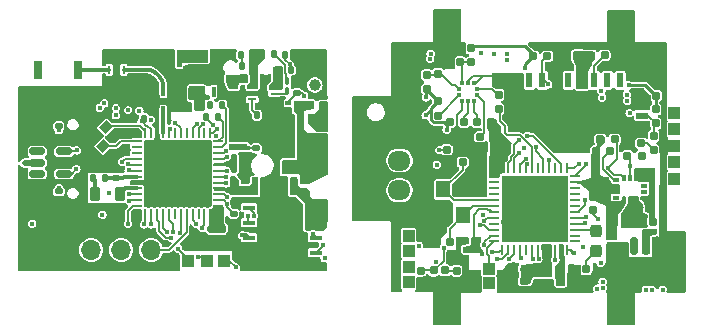
<source format=gbr>
%TF.GenerationSoftware,KiCad,Pcbnew,8.0.5*%
%TF.CreationDate,2025-02-14T01:05:17+01:00*%
%TF.ProjectId,cansatperso,63616e73-6174-4706-9572-736f2e6b6963,rev?*%
%TF.SameCoordinates,Original*%
%TF.FileFunction,Copper,L1,Top*%
%TF.FilePolarity,Positive*%
%FSLAX46Y46*%
G04 Gerber Fmt 4.6, Leading zero omitted, Abs format (unit mm)*
G04 Created by KiCad (PCBNEW 8.0.5) date 2025-02-14 01:05:17*
%MOMM*%
%LPD*%
G01*
G04 APERTURE LIST*
G04 Aperture macros list*
%AMRoundRect*
0 Rectangle with rounded corners*
0 $1 Rounding radius*
0 $2 $3 $4 $5 $6 $7 $8 $9 X,Y pos of 4 corners*
0 Add a 4 corners polygon primitive as box body*
4,1,4,$2,$3,$4,$5,$6,$7,$8,$9,$2,$3,0*
0 Add four circle primitives for the rounded corners*
1,1,$1+$1,$2,$3*
1,1,$1+$1,$4,$5*
1,1,$1+$1,$6,$7*
1,1,$1+$1,$8,$9*
0 Add four rect primitives between the rounded corners*
20,1,$1+$1,$2,$3,$4,$5,0*
20,1,$1+$1,$4,$5,$6,$7,0*
20,1,$1+$1,$6,$7,$8,$9,0*
20,1,$1+$1,$8,$9,$2,$3,0*%
%AMRotRect*
0 Rectangle, with rotation*
0 The origin of the aperture is its center*
0 $1 length*
0 $2 width*
0 $3 Rotation angle, in degrees counterclockwise*
0 Add horizontal line*
21,1,$1,$2,0,0,$3*%
%AMOutline4P*
0 Free polygon, 4 corners , with rotation*
0 The origin of the aperture is its center*
0 number of corners: always 4*
0 $1 to $8 corner X, Y*
0 $9 Rotation angle, in degrees counterclockwise*
0 create outline with 4 corners*
4,1,4,$1,$2,$3,$4,$5,$6,$7,$8,$1,$2,$9*%
%AMOutline5P*
0 Free polygon, 5 corners , with rotation*
0 The origin of the aperture is its center*
0 number of corners: always 5*
0 $1 to $10 corner X, Y*
0 $11 Rotation angle, in degrees counterclockwise*
0 create outline with 5 corners*
4,1,5,$1,$2,$3,$4,$5,$6,$7,$8,$9,$10,$1,$2,$11*%
%AMOutline6P*
0 Free polygon, 6 corners , with rotation*
0 The origin of the aperture is its center*
0 number of corners: always 6*
0 $1 to $12 corner X, Y*
0 $13 Rotation angle, in degrees counterclockwise*
0 create outline with 6 corners*
4,1,6,$1,$2,$3,$4,$5,$6,$7,$8,$9,$10,$11,$12,$1,$2,$13*%
%AMOutline7P*
0 Free polygon, 7 corners , with rotation*
0 The origin of the aperture is its center*
0 number of corners: always 7*
0 $1 to $14 corner X, Y*
0 $15 Rotation angle, in degrees counterclockwise*
0 create outline with 7 corners*
4,1,7,$1,$2,$3,$4,$5,$6,$7,$8,$9,$10,$11,$12,$13,$14,$1,$2,$15*%
%AMOutline8P*
0 Free polygon, 8 corners , with rotation*
0 The origin of the aperture is its center*
0 number of corners: always 8*
0 $1 to $16 corner X, Y*
0 $17 Rotation angle, in degrees counterclockwise*
0 create outline with 8 corners*
4,1,8,$1,$2,$3,$4,$5,$6,$7,$8,$9,$10,$11,$12,$13,$14,$15,$16,$1,$2,$17*%
G04 Aperture macros list end*
%TA.AperFunction,SMDPad,CuDef*%
%ADD10RoundRect,0.150000X0.512500X0.150000X-0.512500X0.150000X-0.512500X-0.150000X0.512500X-0.150000X0*%
%TD*%
%TA.AperFunction,SMDPad,CuDef*%
%ADD11RoundRect,0.100000X0.100000X-0.217500X0.100000X0.217500X-0.100000X0.217500X-0.100000X-0.217500X0*%
%TD*%
%TA.AperFunction,SMDPad,CuDef*%
%ADD12RoundRect,0.160000X0.197500X0.160000X-0.197500X0.160000X-0.197500X-0.160000X0.197500X-0.160000X0*%
%TD*%
%TA.AperFunction,SMDPad,CuDef*%
%ADD13RoundRect,0.160000X-0.197500X-0.160000X0.197500X-0.160000X0.197500X0.160000X-0.197500X0.160000X0*%
%TD*%
%TA.AperFunction,SMDPad,CuDef*%
%ADD14RoundRect,0.135000X0.185000X-0.135000X0.185000X0.135000X-0.185000X0.135000X-0.185000X-0.135000X0*%
%TD*%
%TA.AperFunction,SMDPad,CuDef*%
%ADD15RoundRect,0.160000X-0.160000X0.197500X-0.160000X-0.197500X0.160000X-0.197500X0.160000X0.197500X0*%
%TD*%
%TA.AperFunction,SMDPad,CuDef*%
%ADD16RoundRect,0.140000X-0.170000X0.140000X-0.170000X-0.140000X0.170000X-0.140000X0.170000X0.140000X0*%
%TD*%
%TA.AperFunction,SMDPad,CuDef*%
%ADD17R,1.500000X0.550000*%
%TD*%
%TA.AperFunction,SMDPad,CuDef*%
%ADD18RoundRect,0.150000X0.150000X0.625000X-0.150000X0.625000X-0.150000X-0.625000X0.150000X-0.625000X0*%
%TD*%
%TA.AperFunction,SMDPad,CuDef*%
%ADD19RoundRect,0.250000X0.350000X0.650000X-0.350000X0.650000X-0.350000X-0.650000X0.350000X-0.650000X0*%
%TD*%
%TA.AperFunction,SMDPad,CuDef*%
%ADD20RoundRect,0.155000X0.155000X-0.212500X0.155000X0.212500X-0.155000X0.212500X-0.155000X-0.212500X0*%
%TD*%
%TA.AperFunction,SMDPad,CuDef*%
%ADD21RoundRect,0.135000X-0.135000X-0.185000X0.135000X-0.185000X0.135000X0.185000X-0.135000X0.185000X0*%
%TD*%
%TA.AperFunction,SMDPad,CuDef*%
%ADD22R,1.200000X1.400000*%
%TD*%
%TA.AperFunction,SMDPad,CuDef*%
%ADD23RoundRect,0.155000X-0.212500X-0.155000X0.212500X-0.155000X0.212500X0.155000X-0.212500X0.155000X0*%
%TD*%
%TA.AperFunction,SMDPad,CuDef*%
%ADD24RoundRect,0.140000X0.140000X0.170000X-0.140000X0.170000X-0.140000X-0.170000X0.140000X-0.170000X0*%
%TD*%
%TA.AperFunction,SMDPad,CuDef*%
%ADD25R,1.000000X1.000000*%
%TD*%
%TA.AperFunction,SMDPad,CuDef*%
%ADD26R,0.550000X1.500000*%
%TD*%
%TA.AperFunction,SMDPad,CuDef*%
%ADD27RoundRect,0.155000X0.212500X0.155000X-0.212500X0.155000X-0.212500X-0.155000X0.212500X-0.155000X0*%
%TD*%
%TA.AperFunction,ComponentPad*%
%ADD28C,1.000000*%
%TD*%
%TA.AperFunction,SMDPad,CuDef*%
%ADD29RoundRect,0.160000X0.160000X-0.197500X0.160000X0.197500X-0.160000X0.197500X-0.160000X-0.197500X0*%
%TD*%
%TA.AperFunction,SMDPad,CuDef*%
%ADD30R,0.799999X0.250000*%
%TD*%
%TA.AperFunction,SMDPad,CuDef*%
%ADD31R,0.610000X1.420000*%
%TD*%
%TA.AperFunction,SMDPad,CuDef*%
%ADD32RoundRect,0.140000X0.170000X-0.140000X0.170000X0.140000X-0.170000X0.140000X-0.170000X-0.140000X0*%
%TD*%
%TA.AperFunction,SMDPad,CuDef*%
%ADD33R,1.050000X0.450000*%
%TD*%
%TA.AperFunction,SMDPad,CuDef*%
%ADD34R,3.450000X4.350000*%
%TD*%
%TA.AperFunction,SMDPad,CuDef*%
%ADD35RoundRect,0.218750X0.218750X0.381250X-0.218750X0.381250X-0.218750X-0.381250X0.218750X-0.381250X0*%
%TD*%
%TA.AperFunction,SMDPad,CuDef*%
%ADD36RoundRect,0.135000X0.135000X0.185000X-0.135000X0.185000X-0.135000X-0.185000X0.135000X-0.185000X0*%
%TD*%
%TA.AperFunction,SMDPad,CuDef*%
%ADD37RoundRect,0.237500X0.237500X-0.287500X0.237500X0.287500X-0.237500X0.287500X-0.237500X-0.287500X0*%
%TD*%
%TA.AperFunction,SMDPad,CuDef*%
%ADD38RoundRect,0.135000X-0.185000X0.135000X-0.185000X-0.135000X0.185000X-0.135000X0.185000X0.135000X0*%
%TD*%
%TA.AperFunction,SMDPad,CuDef*%
%ADD39R,0.275000X0.700000*%
%TD*%
%TA.AperFunction,SMDPad,CuDef*%
%ADD40R,0.450000X0.245000*%
%TD*%
%TA.AperFunction,ComponentPad*%
%ADD41C,2.200000*%
%TD*%
%TA.AperFunction,ComponentPad*%
%ADD42RoundRect,0.250000X-0.725000X0.600000X-0.725000X-0.600000X0.725000X-0.600000X0.725000X0.600000X0*%
%TD*%
%TA.AperFunction,ComponentPad*%
%ADD43O,1.950000X1.700000*%
%TD*%
%TA.AperFunction,SMDPad,CuDef*%
%ADD44RoundRect,0.062500X0.375000X0.062500X-0.375000X0.062500X-0.375000X-0.062500X0.375000X-0.062500X0*%
%TD*%
%TA.AperFunction,SMDPad,CuDef*%
%ADD45RoundRect,0.062500X0.062500X0.375000X-0.062500X0.375000X-0.062500X-0.375000X0.062500X-0.375000X0*%
%TD*%
%TA.AperFunction,HeatsinkPad*%
%ADD46R,5.600000X5.600000*%
%TD*%
%TA.AperFunction,SMDPad,CuDef*%
%ADD47R,0.600000X1.250000*%
%TD*%
%TA.AperFunction,SMDPad,CuDef*%
%ADD48R,1.200000X3.790000*%
%TD*%
%TA.AperFunction,SMDPad,CuDef*%
%ADD49R,1.450000X1.400000*%
%TD*%
%TA.AperFunction,SMDPad,CuDef*%
%ADD50R,1.000000X0.600000*%
%TD*%
%TA.AperFunction,SMDPad,CuDef*%
%ADD51R,0.950000X0.850000*%
%TD*%
%TA.AperFunction,SMDPad,CuDef*%
%ADD52R,0.300000X0.300000*%
%TD*%
%TA.AperFunction,SMDPad,CuDef*%
%ADD53R,0.325000X0.300000*%
%TD*%
%TA.AperFunction,SMDPad,CuDef*%
%ADD54R,0.300000X0.325000*%
%TD*%
%TA.AperFunction,SMDPad,CuDef*%
%ADD55RoundRect,0.147500X-0.147500X-0.172500X0.147500X-0.172500X0.147500X0.172500X-0.147500X0.172500X0*%
%TD*%
%TA.AperFunction,SMDPad,CuDef*%
%ADD56Outline5P,-0.650000X0.750000X0.650000X0.750000X0.650000X-0.750000X0.000000X-0.750000X-0.650000X-0.100000X0.000000*%
%TD*%
%TA.AperFunction,SMDPad,CuDef*%
%ADD57R,3.600000X1.100000*%
%TD*%
%TA.AperFunction,SMDPad,CuDef*%
%ADD58RoundRect,0.140000X-0.140000X-0.170000X0.140000X-0.170000X0.140000X0.170000X-0.140000X0.170000X0*%
%TD*%
%TA.AperFunction,SMDPad,CuDef*%
%ADD59R,0.800000X1.600000*%
%TD*%
%TA.AperFunction,SMDPad,CuDef*%
%ADD60RoundRect,0.062500X-0.375000X-0.062500X0.375000X-0.062500X0.375000X0.062500X-0.375000X0.062500X0*%
%TD*%
%TA.AperFunction,SMDPad,CuDef*%
%ADD61RoundRect,0.062500X-0.062500X-0.375000X0.062500X-0.375000X0.062500X0.375000X-0.062500X0.375000X0*%
%TD*%
%TA.AperFunction,SMDPad,CuDef*%
%ADD62R,0.300000X0.850000*%
%TD*%
%TA.AperFunction,SMDPad,CuDef*%
%ADD63R,2.500000X1.700000*%
%TD*%
%TA.AperFunction,SMDPad,CuDef*%
%ADD64R,0.500000X0.350000*%
%TD*%
%TA.AperFunction,SMDPad,CuDef*%
%ADD65R,0.340000X0.330000*%
%TD*%
%TA.AperFunction,SMDPad,CuDef*%
%ADD66Outline4P,-0.450000X-0.220000X0.450000X-0.220000X0.450000X0.220000X-0.450000X0.220000X270.000000*%
%TD*%
%TA.AperFunction,ComponentPad*%
%ADD67R,1.700000X1.700000*%
%TD*%
%TA.AperFunction,ComponentPad*%
%ADD68O,1.700000X1.700000*%
%TD*%
%TA.AperFunction,SMDPad,CuDef*%
%ADD69R,0.575000X0.350000*%
%TD*%
%TA.AperFunction,SMDPad,CuDef*%
%ADD70R,0.350000X0.575000*%
%TD*%
%TA.AperFunction,SMDPad,CuDef*%
%ADD71RotRect,0.775000X0.875000X135.000000*%
%TD*%
%TA.AperFunction,ComponentPad*%
%ADD72O,1.800000X1.000000*%
%TD*%
%TA.AperFunction,ComponentPad*%
%ADD73O,2.100000X1.000000*%
%TD*%
%TA.AperFunction,ViaPad*%
%ADD74C,0.400000*%
%TD*%
%TA.AperFunction,Conductor*%
%ADD75C,0.150000*%
%TD*%
%TA.AperFunction,Conductor*%
%ADD76C,0.250000*%
%TD*%
%TA.AperFunction,Conductor*%
%ADD77C,0.200000*%
%TD*%
%TA.AperFunction,Conductor*%
%ADD78C,0.300000*%
%TD*%
%TA.AperFunction,Conductor*%
%ADD79C,0.500000*%
%TD*%
%TA.AperFunction,Conductor*%
%ADD80C,0.332000*%
%TD*%
G04 APERTURE END LIST*
D10*
%TO.P,U4,1,I/O1*%
%TO.N,Net-(J4-D--PadA7)*%
X144020000Y-84070000D03*
%TO.P,U4,2,GND*%
%TO.N,GND*%
X144020000Y-83120000D03*
%TO.P,U4,3,I/O2*%
%TO.N,Net-(J4-D+-PadA6)*%
X144020000Y-82170000D03*
%TO.P,U4,4,I/O2*%
%TO.N,D+*%
X141745000Y-82170000D03*
%TO.P,U4,5,VBUS*%
%TO.N,vusb*%
X141745000Y-83120000D03*
%TO.P,U4,6,I/O1*%
%TO.N,D-*%
X141745000Y-84070000D03*
%TD*%
D11*
%TO.P,D1,1,K*%
%TO.N,Net-(D1-K)*%
X162900000Y-77047500D03*
%TO.P,D1,2,A*%
%TO.N,Net-(D1-A)*%
X162900000Y-76232500D03*
%TD*%
D12*
%TO.P,R26,1*%
%TO.N,I2C1_SDA*%
X177897500Y-79680000D03*
%TO.P,R26,2*%
%TO.N,+3.3V*%
X176702500Y-79680000D03*
%TD*%
D13*
%TO.P,R8,1*%
%TO.N,+3.3V*%
X183732500Y-74100000D03*
%TO.P,R8,2*%
%TO.N,SPI1_MISO_SD*%
X184927500Y-74100000D03*
%TD*%
D14*
%TO.P,R15,1*%
%TO.N,Net-(J4-CC2)*%
X143560000Y-80020000D03*
%TO.P,R15,2*%
%TO.N,GND*%
X143560000Y-79000000D03*
%TD*%
D15*
%TO.P,R14,1*%
%TO.N,+3.3V*%
X178490000Y-73432500D03*
%TO.P,R14,2*%
%TO.N,Net-(U3-VDD)*%
X178490000Y-74627500D03*
%TD*%
D16*
%TO.P,C4,1*%
%TO.N,Net-(IC3-EN)*%
X158370000Y-76500000D03*
%TO.P,C4,2*%
%TO.N,GND*%
X158370000Y-77460000D03*
%TD*%
D17*
%TO.P,SW1,1,1*%
%TO.N,GND*%
X178570000Y-93725000D03*
%TO.P,SW1,2,2*%
%TO.N,NRST*%
X178570000Y-90475000D03*
%TD*%
D18*
%TO.P,U2,1,1*%
%TO.N,GND*%
X194280000Y-90185000D03*
%TO.P,U2,2,2*%
%TO.N,+5V*%
X193280000Y-90185000D03*
%TO.P,U2,3,3*%
%TO.N,TIM3_CHI_PWM4*%
X192280000Y-90185000D03*
D19*
%TO.P,U2,MP,MP*%
%TO.N,GND*%
X195580000Y-92710000D03*
X190980000Y-92710000D03*
%TD*%
D20*
%TO.P,C7,1*%
%TO.N,GND*%
X185020000Y-93557500D03*
%TO.P,C7,2*%
%TO.N,+3.3V*%
X185020000Y-92422500D03*
%TD*%
D21*
%TO.P,R18,1*%
%TO.N,Net-(U1-PA4)*%
X162750000Y-73970000D03*
%TO.P,R18,2*%
%TO.N,GND*%
X163770000Y-73970000D03*
%TD*%
D22*
%TO.P,Y1,1,1*%
%TO.N,Net-(U1-PF0)*%
X176110000Y-85390000D03*
%TO.P,Y1,2,2*%
%TO.N,GND*%
X176110000Y-87590000D03*
%TO.P,Y1,3,3*%
%TO.N,Net-(U1-PF1)*%
X177810000Y-87590000D03*
%TO.P,Y1,4,4*%
%TO.N,GND*%
X177810000Y-85390000D03*
%TD*%
D23*
%TO.P,C2,1*%
%TO.N,GND*%
X177772500Y-89760000D03*
%TO.P,C2,2*%
%TO.N,NRST*%
X178907500Y-89760000D03*
%TD*%
D24*
%TO.P,C16,1*%
%TO.N,GND*%
X159340000Y-83660000D03*
%TO.P,C16,2*%
%TO.N,+3.3V*%
X158380000Y-83660000D03*
%TD*%
D25*
%TO.P,REF\u002A\u002A,1*%
%TO.N,SWO*%
X157580000Y-91440000D03*
%TD*%
D23*
%TO.P,C6,1*%
%TO.N,GND*%
X179292500Y-82040000D03*
%TO.P,C6,2*%
%TO.N,+3.3V*%
X180427500Y-82040000D03*
%TD*%
D26*
%TO.P,SW4,1,1*%
%TO.N,Net-(U1-PH3)*%
X160210000Y-85135000D03*
%TO.P,SW4,2,2*%
%TO.N,+3.3V*%
X163460000Y-85135000D03*
%TD*%
D27*
%TO.P,C12,1*%
%TO.N,Net-(U1-PF1)*%
X176687500Y-89830000D03*
%TO.P,C12,2*%
%TO.N,GND*%
X175552500Y-89830000D03*
%TD*%
D28*
%TO.P,TP1,1,1*%
%TO.N,GND*%
X165290000Y-74530000D03*
%TD*%
D14*
%TO.P,R6,1*%
%TO.N,ALIMGPS*%
X163770000Y-77240000D03*
%TO.P,R6,2*%
%TO.N,GND*%
X163770000Y-76220000D03*
%TD*%
D25*
%TO.P,,1*%
%TO.N,unconnected-(U1-PB8-Pad46)*%
X180020000Y-93350000D03*
%TD*%
D13*
%TO.P,R25,1*%
%TO.N,Net-(U3-SDO)*%
X178972500Y-79690000D03*
%TO.P,R25,2*%
%TO.N,+3.3V*%
X180167500Y-79690000D03*
%TD*%
D29*
%TO.P,R13,1*%
%TO.N,+3.3V*%
X174740000Y-76887500D03*
%TO.P,R13,2*%
%TO.N,Net-(U3-VDDIO)*%
X174740000Y-75692500D03*
%TD*%
D30*
%TO.P,U2,1,GND*%
%TO.N,GND*%
X161840000Y-77770000D03*
%TO.P,U2,2,\u002ACHRG*%
%TO.N,Net-(D1-K)*%
X161840000Y-77270001D03*
%TO.P,U2,3,BAT*%
%TO.N,BAT+*%
X161840000Y-76770002D03*
%TO.P,U2,4,VCC*%
%TO.N,vusb*%
X159939998Y-76770002D03*
%TO.P,U2,5,\u002AEN/\u002AACPR*%
%TO.N,GND*%
X159939998Y-77270001D03*
%TO.P,U2,6,PROG*%
%TO.N,Net-(U2-PROG)*%
X159939998Y-77770000D03*
D31*
%TO.P,U2,7,S*%
%TO.N,GND*%
X160889999Y-77270001D03*
%TD*%
D32*
%TO.P,C21,1*%
%TO.N,GND*%
X156430000Y-89670000D03*
%TO.P,C21,2*%
%TO.N,+3.3V*%
X156430000Y-88710000D03*
%TD*%
D25*
%TO.P,,1*%
%TO.N,SWCLK{slash}I2C1_SDA*%
X173200000Y-90610000D03*
%TD*%
D23*
%TO.P,C10,1*%
%TO.N,GND*%
X181862500Y-93140000D03*
%TO.P,C10,2*%
%TO.N,+3.3V*%
X182997500Y-93140000D03*
%TD*%
D21*
%TO.P,R5,1*%
%TO.N,vusb*%
X160790000Y-73950000D03*
%TO.P,R5,2*%
%TO.N,Net-(D1-A)*%
X161810000Y-73950000D03*
%TD*%
D24*
%TO.P,C15,1*%
%TO.N,GND*%
X159350000Y-82710000D03*
%TO.P,C15,2*%
%TO.N,+3.3V*%
X158390000Y-82710000D03*
%TD*%
D33*
%TO.P,IC2,1,~{CS}*%
%TO.N,SPI_CS*%
X159670000Y-86940000D03*
%TO.P,IC2,2,DO_(IO1)*%
%TO.N,SPI_MISO*%
X159670000Y-88210000D03*
%TO.P,IC2,3,~{WP_(IO2)}*%
%TO.N,+3.3V*%
X159670000Y-89480000D03*
%TO.P,IC2,4,GND*%
%TO.N,GND*%
X159670000Y-90750000D03*
%TO.P,IC2,5,DI_(IO0)*%
%TO.N,SPI_MOSi*%
X165370000Y-90750000D03*
%TO.P,IC2,6,CLK*%
%TO.N,SPI_SCK*%
X165370000Y-89480000D03*
%TO.P,IC2,7,~{HOLD_OR_RESET_(IO3)}*%
%TO.N,+3.3V*%
X165370000Y-88210000D03*
%TO.P,IC2,8,VCC*%
X165370000Y-86940000D03*
D34*
%TO.P,IC2,9,EP*%
%TO.N,GND*%
X162520000Y-88845000D03*
%TD*%
D25*
%TO.P,7,1*%
%TO.N,+3.3V*%
X195700000Y-80300000D03*
%TD*%
%TO.P,,1*%
%TO.N,unconnected-(U1-PA4-Pad12)*%
X179990000Y-92090000D03*
%TD*%
D23*
%TO.P,C1,1*%
%TO.N,+3.3V*%
X190569500Y-88132000D03*
%TO.P,C1,2*%
%TO.N,GND*%
X191704500Y-88132000D03*
%TD*%
D25*
%TO.P,8,1*%
%TO.N,+5V*%
X195700000Y-78900000D03*
%TD*%
%TO.P,4,1*%
%TO.N,I2C3_SCL_ACCEL*%
X195700000Y-84500000D03*
%TD*%
D35*
%TO.P,L1,1*%
%TO.N,Net-(U1-VLXSMPS)*%
X148722500Y-85780000D03*
%TO.P,L1,2*%
%TO.N,Net-(L1-Pad2)*%
X146597500Y-85780000D03*
%TD*%
D13*
%TO.P,R2,1*%
%TO.N,+3.3V*%
X189082500Y-82130000D03*
%TO.P,R2,2*%
%TO.N,Net-(IC1-SAO)*%
X190277500Y-82130000D03*
%TD*%
D36*
%TO.P,R12,1*%
%TO.N,GPSTX*%
X157080000Y-79240000D03*
%TO.P,R12,2*%
%TO.N,Net-(PA1010D1-TX)*%
X156060000Y-79240000D03*
%TD*%
D27*
%TO.P,C16,1*%
%TO.N,+3.3V*%
X187467500Y-74010000D03*
%TO.P,C16,2*%
%TO.N,GND*%
X186332500Y-74010000D03*
%TD*%
D12*
%TO.P,R23,1*%
%TO.N,+3.3V*%
X180457500Y-80940000D03*
%TO.P,R23,2*%
%TO.N,Net-(U3-CSB)*%
X179262500Y-80940000D03*
%TD*%
D37*
%TO.P,D3,1,K*%
%TO.N,Net-(D3-K)*%
X189080000Y-90615000D03*
%TO.P,D3,2,A*%
%TO.N,Net-(D3-A)*%
X189080000Y-88865000D03*
%TD*%
D20*
%TO.P,C8,1*%
%TO.N,GND*%
X184040000Y-93547500D03*
%TO.P,C8,2*%
%TO.N,+3.3V*%
X184040000Y-92412500D03*
%TD*%
D16*
%TO.P,C6,1*%
%TO.N,B2*%
X158370000Y-87450000D03*
%TO.P,C6,2*%
%TO.N,GND*%
X158370000Y-88410000D03*
%TD*%
D15*
%TO.P,R5,1*%
%TO.N,+3.3V*%
X194100000Y-78592500D03*
%TO.P,R5,2*%
%TO.N,Net-(J2-G3)*%
X194100000Y-79787500D03*
%TD*%
D20*
%TO.P,C22,1*%
%TO.N,GND*%
X175300000Y-93377500D03*
%TO.P,C22,2*%
%TO.N,EXTI0*%
X175300000Y-92242500D03*
%TD*%
D38*
%TO.P,R14,1*%
%TO.N,Net-(J4-CC1)*%
X143590000Y-85530000D03*
%TO.P,R14,2*%
%TO.N,GND*%
X143590000Y-86550000D03*
%TD*%
D39*
%TO.P,FL1,1,IN*%
%TO.N,Net-(FL1-IN)*%
X149075000Y-75250000D03*
D40*
%TO.P,FL1,2,GND*%
%TO.N,GND*%
X148463000Y-75023000D03*
D39*
%TO.P,FL1,3,OUT*%
%TO.N,Net-(FL1-OUT)*%
X147850000Y-75250000D03*
D40*
%TO.P,FL1,4,GND*%
%TO.N,GND*%
X148463000Y-75477000D03*
%TD*%
D12*
%TO.P,R9,1*%
%TO.N,+3.3V*%
X192914500Y-82522000D03*
%TO.P,R9,2*%
%TO.N,I2C3_SCL_ACCEL*%
X191719500Y-82522000D03*
%TD*%
D20*
%TO.P,C15,1*%
%TO.N,+3.3V*%
X194150000Y-77457500D03*
%TO.P,C15,2*%
%TO.N,GND*%
X194150000Y-76322500D03*
%TD*%
D16*
%TO.P,C17,1*%
%TO.N,GND*%
X160300000Y-80940000D03*
%TO.P,C17,2*%
%TO.N,Net-(U1-NRST)*%
X160300000Y-81900000D03*
%TD*%
D29*
%TO.P,R28,1*%
%TO.N,GND*%
X174220000Y-93447500D03*
%TO.P,R28,2*%
%TO.N,EXTI0*%
X174220000Y-92252500D03*
%TD*%
D20*
%TO.P,C31,1*%
%TO.N,Net-(U3-VDDIO)*%
X175710000Y-75607500D03*
%TO.P,C31,2*%
%TO.N,GND*%
X175710000Y-74472500D03*
%TD*%
%TO.P,C23,1*%
%TO.N,Net-(U3-VDD)*%
X177540000Y-74617500D03*
%TO.P,C23,2*%
%TO.N,GND*%
X177540000Y-73482500D03*
%TD*%
D25*
%TO.P,5,1*%
%TO.N,I2C3_SDA_ACCEL*%
X195700000Y-83100000D03*
%TD*%
D41*
%TO.P,H1,1,1*%
%TO.N,GND*%
X176440000Y-95500000D03*
%TD*%
D36*
%TO.P,R4,1*%
%TO.N,Net-(C3-Pad2)*%
X159030000Y-73970000D03*
%TO.P,R4,2*%
%TO.N,GND*%
X158010000Y-73970000D03*
%TD*%
D42*
%TO.P,J1,1,Pin_1*%
%TO.N,GND*%
X172420000Y-80450000D03*
D43*
%TO.P,J1,2,Pin_2*%
%TO.N,unconnected-(J1-Pin_2-Pad2)*%
X172420000Y-82950000D03*
%TO.P,J1,3,Pin_3*%
%TO.N,VIN*%
X172420000Y-85450000D03*
%TD*%
D44*
%TO.P,U1,1,VBAT*%
%TO.N,+3.3V*%
X157095000Y-86800000D03*
%TO.P,U1,2,PC14*%
%TO.N,B2*%
X157095000Y-86300000D03*
%TO.P,U1,3,PC15*%
%TO.N,B1*%
X157095000Y-85800000D03*
%TO.P,U1,4,PH3*%
%TO.N,Net-(U1-PH3)*%
X157095000Y-85300000D03*
%TO.P,U1,5,PB8*%
%TO.N,COMPASSCL*%
X157095000Y-84800000D03*
%TO.P,U1,6,PB9*%
%TO.N,COMPASSDA*%
X157095000Y-84300000D03*
%TO.P,U1,7,NRST*%
%TO.N,Net-(U1-NRST)*%
X157095000Y-83800000D03*
%TO.P,U1,8,VDDA*%
%TO.N,+3.3V*%
X157095000Y-83300000D03*
%TO.P,U1,9,PA0*%
%TO.N,ALIMGPS*%
X157095000Y-82800000D03*
%TO.P,U1,10,PA1*%
%TO.N,SPI_SCK*%
X157095000Y-82300000D03*
%TO.P,U1,11,PA2*%
%TO.N,GPSRX*%
X157095000Y-81800000D03*
%TO.P,U1,12,PA3*%
%TO.N,GPSTX*%
X157095000Y-81300000D03*
D45*
%TO.P,U1,13,PA4*%
%TO.N,Net-(U1-PA4)*%
X156407500Y-80612500D03*
%TO.P,U1,14,PA5*%
%TO.N,unconnected-(U1-PA5-Pad14)*%
X155907500Y-80612500D03*
%TO.P,U1,15,PA6*%
%TO.N,SPI_MISO*%
X155407500Y-80612500D03*
%TO.P,U1,16,PA7*%
%TO.N,OLED_SCL*%
X154907500Y-80612500D03*
%TO.P,U1,17,PA8*%
%TO.N,unconnected-(U1-PA8-Pad17)*%
X154407500Y-80612500D03*
%TO.P,U1,18,PA9*%
%TO.N,USART_TX*%
X153907500Y-80612500D03*
%TO.P,U1,19,PB2*%
%TO.N,unconnected-(U1-PB2-Pad19)*%
X153407500Y-80612500D03*
%TO.P,U1,20,VDD*%
%TO.N,+3.3V*%
X152907500Y-80612500D03*
%TO.P,U1,21,RF1*%
%TO.N,Net-(IC1-IN)*%
X152407500Y-80612500D03*
%TO.P,U1,22,VSSRF*%
%TO.N,GND*%
X151907500Y-80612500D03*
%TO.P,U1,23,VDDRF*%
%TO.N,+3.3V*%
X151407500Y-80612500D03*
%TO.P,U1,24,OSC_OUT*%
%TO.N,HSE_OUT*%
X150907500Y-80612500D03*
D44*
%TO.P,U1,25,OSC_IN*%
%TO.N,HSE_IN*%
X150220000Y-81300000D03*
%TO.P,U1,26,AT0*%
%TO.N,unconnected-(U1-AT0-Pad26)*%
X150220000Y-81800000D03*
%TO.P,U1,27,AT1*%
%TO.N,unconnected-(U1-AT1-Pad27)*%
X150220000Y-82300000D03*
%TO.P,U1,28,PB0*%
%TO.N,Net-(U1-PB0)*%
X150220000Y-82800000D03*
%TO.P,U1,29,PB1*%
%TO.N,Net-(U1-PB1)*%
X150220000Y-83300000D03*
%TO.P,U1,30,PE4*%
%TO.N,BAROEXTI*%
X150220000Y-83800000D03*
%TO.P,U1,31,VFBSMPS*%
%TO.N,Net-(U1-VFBSMPS)*%
X150220000Y-84300000D03*
%TO.P,U1,32,VSSSMPS*%
%TO.N,GND*%
X150220000Y-84800000D03*
%TO.P,U1,33,VLXSMPS*%
%TO.N,Net-(U1-VLXSMPS)*%
X150220000Y-85300000D03*
%TO.P,U1,34,VDDSMPS*%
%TO.N,+3.3V*%
X150220000Y-85800000D03*
%TO.P,U1,35,VDD*%
X150220000Y-86300000D03*
%TO.P,U1,36,PA10*%
%TO.N,USART_RX*%
X150220000Y-86800000D03*
D45*
%TO.P,U1,37,PA11*%
%TO.N,D-*%
X150907500Y-87487500D03*
%TO.P,U1,38,PA12*%
%TO.N,D+*%
X151407500Y-87487500D03*
%TO.P,U1,39,PA13*%
%TO.N,SWDIO*%
X151907500Y-87487500D03*
%TO.P,U1,40,VDDUSB*%
%TO.N,+3.3V*%
X152407500Y-87487500D03*
%TO.P,U1,41,PA14*%
%TO.N,SWCLK*%
X152907500Y-87487500D03*
%TO.P,U1,42,PA15*%
%TO.N,unconnected-(U1-PA15-Pad42)*%
X153407500Y-87487500D03*
%TO.P,U1,43,PB3*%
%TO.N,SWO*%
X153907500Y-87487500D03*
%TO.P,U1,44,PB4*%
%TO.N,OLED_SDA*%
X154407500Y-87487500D03*
%TO.P,U1,45,PB5*%
%TO.N,SPI_MOSi*%
X154907500Y-87487500D03*
%TO.P,U1,46,PB6*%
%TO.N,unconnected-(U1-PB6-Pad46)*%
X155407500Y-87487500D03*
%TO.P,U1,47,PB7*%
%TO.N,SPI_CS*%
X155907500Y-87487500D03*
%TO.P,U1,48,VDD*%
%TO.N,+3.3V*%
X156407500Y-87487500D03*
D46*
%TO.P,U1,49,VSS*%
%TO.N,GND*%
X153657500Y-84050000D03*
%TD*%
D25*
%TO.P,,1*%
%TO.N,SWDIO*%
X173216256Y-91960000D03*
%TD*%
D21*
%TO.P,R11,1*%
%TO.N,Net-(PA1010D1-RX)*%
X156410000Y-78250000D03*
%TO.P,R11,2*%
%TO.N,GPSRX*%
X157430000Y-78250000D03*
%TD*%
D28*
%TO.P,TP2,1,1*%
%TO.N,BAT+*%
X165250000Y-76550000D03*
%TD*%
D25*
%TO.P,REF\u002A\u002A,1*%
%TO.N,SWCLK*%
X156090000Y-91470000D03*
%TD*%
D23*
%TO.P,C11,1*%
%TO.N,+3.3V*%
X186022500Y-93260000D03*
%TO.P,C11,2*%
%TO.N,GND*%
X187157500Y-93260000D03*
%TD*%
D47*
%TO.P,J2,1,1*%
%TO.N,unconnected-(J2-Pad1)*%
X191110000Y-76155000D03*
%TO.P,J2,2,2*%
%TO.N,SPI1_CS_SD*%
X190010000Y-76155000D03*
%TO.P,J2,3,3*%
%TO.N,SPI1_MOSI_SD*%
X188910000Y-76155000D03*
%TO.P,J2,4,4*%
%TO.N,+3.3V*%
X187810000Y-76155000D03*
%TO.P,J2,5,5*%
%TO.N,SPI1_SCK_SD*%
X186710000Y-76155000D03*
%TO.P,J2,6,6*%
%TO.N,GND*%
X185610000Y-76155000D03*
%TO.P,J2,7,7*%
%TO.N,SPI1_MISO_SD*%
X184510000Y-76155000D03*
%TO.P,J2,8,8*%
%TO.N,unconnected-(J2-Pad8)*%
X183410000Y-76155000D03*
D48*
%TO.P,J2,9,G1*%
%TO.N,GND*%
X182260000Y-78635000D03*
D49*
%TO.P,J2,10,G2*%
X192735000Y-77880000D03*
D50*
%TO.P,J2,11,G3*%
%TO.N,Net-(J2-G3)*%
X192960000Y-79130000D03*
D51*
%TO.P,J2,12,G4*%
%TO.N,GND*%
X192035000Y-80105000D03*
%TD*%
D52*
%TO.P,IC1,A1,OUT*%
%TO.N,Net-(FL1-IN)*%
X152410000Y-77346000D03*
%TO.P,IC1,A2,GND4*%
%TO.N,GND*%
X152410000Y-77933000D03*
%TO.P,IC1,A3,IN*%
%TO.N,Net-(IC1-IN)*%
X152410000Y-78520000D03*
%TO.P,IC1,B1,GND3*%
%TO.N,GND*%
X152910000Y-77346000D03*
%TO.P,IC1,B2,GD2*%
X152910000Y-77933000D03*
%TO.P,IC1,B3,GND1*%
X152910000Y-78520000D03*
%TD*%
D16*
%TO.P,C1,1*%
%TO.N,GND*%
X148420000Y-83490000D03*
%TO.P,C1,2*%
%TO.N,Net-(U1-VFBSMPS)*%
X148420000Y-84450000D03*
%TD*%
D53*
%TO.P,U3,1,VDDIO*%
%TO.N,Net-(U3-VDDIO)*%
X177480000Y-76910000D03*
%TO.P,U3,2,SCK*%
%TO.N,I2C1_SCL*%
X177480000Y-77410000D03*
D54*
%TO.P,U3,3,VSS_1*%
%TO.N,GND*%
X177730000Y-77935000D03*
%TO.P,U3,4,SDI*%
%TO.N,I2C1_SDA*%
X178230000Y-77935000D03*
%TO.P,U3,5,SDO*%
%TO.N,Net-(U3-SDO)*%
X178730000Y-77935000D03*
D53*
%TO.P,U3,6,CSB*%
%TO.N,Net-(U3-CSB)*%
X178980000Y-77410000D03*
%TO.P,U3,7,INT*%
%TO.N,Net-(U3-INT)*%
X178980000Y-76910000D03*
D54*
%TO.P,U3,8,VSS_2*%
%TO.N,GND*%
X178730000Y-76385000D03*
%TO.P,U3,9,VSS_3*%
X178230000Y-76385000D03*
%TO.P,U3,10,VDD*%
%TO.N,Net-(U3-VDD)*%
X177730000Y-76385000D03*
%TD*%
D25*
%TO.P,6,1*%
%TO.N,GND*%
X195700000Y-81700000D03*
%TD*%
D55*
%TO.P,L2,1*%
%TO.N,Net-(L1-Pad2)*%
X146495000Y-84450000D03*
%TO.P,L2,2*%
%TO.N,Net-(U1-VFBSMPS)*%
X147465000Y-84450000D03*
%TD*%
D15*
%TO.P,R27,1*%
%TO.N,+3.3V*%
X175670000Y-77932500D03*
%TO.P,R27,2*%
%TO.N,I2C1_SCL*%
X175670000Y-79127500D03*
%TD*%
D56*
%TO.P,BT1,1,+*%
%TO.N,Net-(BT1-+)*%
X165390000Y-79750000D03*
D57*
%TO.P,BT1,2,-*%
%TO.N,GNDGPS*%
X164240000Y-83540000D03*
%TD*%
D15*
%TO.P,R24,1*%
%TO.N,Net-(U3-INT)*%
X180810000Y-77382500D03*
%TO.P,R24,2*%
%TO.N,BAROEXTI*%
X180810000Y-78577500D03*
%TD*%
D36*
%TO.P,R3,1*%
%TO.N,GND*%
X161380000Y-79100000D03*
%TO.P,R3,2*%
%TO.N,Net-(U2-PROG)*%
X160360000Y-79100000D03*
%TD*%
D24*
%TO.P,C8,1*%
%TO.N,Net-(BT1-+)*%
X165890000Y-78250000D03*
%TO.P,C8,2*%
%TO.N,GNDGPS*%
X164930000Y-78250000D03*
%TD*%
D15*
%TO.P,R6,1*%
%TO.N,Net-(J2-G3)*%
X193960000Y-80852500D03*
%TO.P,R6,2*%
%TO.N,SDDETECT*%
X193960000Y-82047500D03*
%TD*%
D41*
%TO.P,H2,1,1*%
%TO.N,GND*%
X191170000Y-95590000D03*
%TD*%
D20*
%TO.P,C4,1*%
%TO.N,GND*%
X188800000Y-87137500D03*
%TO.P,C4,2*%
%TO.N,+3.3V*%
X188800000Y-86002500D03*
%TD*%
D41*
%TO.P,H4,1,1*%
%TO.N,GND*%
X191140000Y-71470000D03*
%TD*%
D58*
%TO.P,C23,1*%
%TO.N,GND*%
X149840000Y-79390000D03*
%TO.P,C23,2*%
%TO.N,+3.3V*%
X150800000Y-79390000D03*
%TD*%
D21*
%TO.P,R16,1*%
%TO.N,Net-(U1-PH3)*%
X158330000Y-84630000D03*
%TO.P,R16,2*%
%TO.N,GND*%
X159350000Y-84630000D03*
%TD*%
D25*
%TO.P,REF\u002A\u002A,1*%
%TO.N,SWDIO*%
X154510000Y-91460000D03*
%TD*%
D59*
%TO.P,ANT1,1,1*%
%TO.N,Net-(FL1-OUT)*%
X145230000Y-75260000D03*
%TO.P,ANT1,2,2*%
%TO.N,unconnected-(ANT1-Pad2)*%
X141830000Y-75260000D03*
%TD*%
D32*
%TO.P,C18,1*%
%TO.N,GND*%
X158430000Y-86540000D03*
%TO.P,C18,2*%
%TO.N,Net-(U1-PH3)*%
X158430000Y-85580000D03*
%TD*%
D27*
%TO.P,C17,1*%
%TO.N,+3.3V*%
X193907500Y-88120000D03*
%TO.P,C17,2*%
%TO.N,GND*%
X192772500Y-88120000D03*
%TD*%
D23*
%TO.P,C9,1*%
%TO.N,GND*%
X181872500Y-92090000D03*
%TO.P,C9,2*%
%TO.N,+3.3V*%
X183007500Y-92090000D03*
%TD*%
D60*
%TO.P,U1,1,VBAT*%
%TO.N,+3.3V*%
X180422500Y-84287500D03*
%TO.P,U1,2,PC13*%
%TO.N,unconnected-(U1-PC13-Pad2)*%
X180422500Y-84787500D03*
%TO.P,U1,3,PC14*%
%TO.N,unconnected-(U1-PC14-Pad3)*%
X180422500Y-85287500D03*
%TO.P,U1,4,PC15*%
%TO.N,unconnected-(U1-PC15-Pad4)*%
X180422500Y-85787500D03*
%TO.P,U1,5,PF0*%
%TO.N,Net-(U1-PF0)*%
X180422500Y-86287500D03*
%TO.P,U1,6,PF1*%
%TO.N,Net-(U1-PF1)*%
X180422500Y-86787500D03*
%TO.P,U1,7,PG10*%
%TO.N,NRST*%
X180422500Y-87287500D03*
%TO.P,U1,8,PA0*%
%TO.N,EXTI0*%
X180422500Y-87787500D03*
%TO.P,U1,9,PA1*%
%TO.N,unconnected-(U1-PA1-Pad9)*%
X180422500Y-88287500D03*
%TO.P,U1,10,PA2*%
%TO.N,ADC1_IN3_VBAT*%
X180422500Y-88787500D03*
%TO.P,U1,11,PA3*%
%TO.N,EXTI3{slash}PWMONTIM4*%
X180422500Y-89287500D03*
%TO.P,U1,12,PA4*%
%TO.N,unconnected-(U1-PA4-Pad12)*%
X180422500Y-89787500D03*
D61*
%TO.P,U1,13,PA5*%
%TO.N,SPI1_SCK_SD*%
X181110000Y-90475000D03*
%TO.P,U1,14,PA6*%
%TO.N,SPI1_MISO_SD*%
X181610000Y-90475000D03*
%TO.P,U1,15,PA7*%
%TO.N,SPI1_MOSI_SD*%
X182110000Y-90475000D03*
%TO.P,U1,16,PC4*%
%TO.N,SPI1_CS_SD*%
X182610000Y-90475000D03*
%TO.P,U1,17,PB0*%
%TO.N,unconnected-(U1-PB0-Pad17)*%
X183110000Y-90475000D03*
%TO.P,U1,18,PB1*%
%TO.N,GPIO_EXTI1*%
X183610000Y-90475000D03*
%TO.P,U1,19,PB2*%
%TO.N,SDDETECT*%
X184110000Y-90475000D03*
%TO.P,U1,20,VREF+*%
%TO.N,+3.3V*%
X184610000Y-90475000D03*
%TO.P,U1,21,VDDA*%
X185110000Y-90475000D03*
%TO.P,U1,22,PB10*%
%TO.N,LPUART1_RX_RADIO*%
X185610000Y-90475000D03*
%TO.P,U1,23,VDD*%
%TO.N,+3.3V*%
X186110000Y-90475000D03*
%TO.P,U1,24,PB11*%
%TO.N,LPUART1_TX_RADIO*%
X186610000Y-90475000D03*
D60*
%TO.P,U1,25,PB12*%
%TO.N,unconnected-(U1-PB12-Pad25)*%
X187297500Y-89787500D03*
%TO.P,U1,26,PB13*%
%TO.N,unconnected-(U1-PB13-Pad26)*%
X187297500Y-89287500D03*
%TO.P,U1,27,PB14*%
%TO.N,Net-(D3-A)*%
X187297500Y-88787500D03*
%TO.P,U1,28,PB15*%
%TO.N,PWEN*%
X187297500Y-88287500D03*
%TO.P,U1,29,PC6*%
%TO.N,TIM3_CHI_PWM4*%
X187297500Y-87787500D03*
%TO.P,U1,30,PA8*%
%TO.N,I2C3_SCL_ACCEL*%
X187297500Y-87287500D03*
%TO.P,U1,31,PA9*%
%TO.N,unconnected-(U1-PA9-Pad31)*%
X187297500Y-86787500D03*
%TO.P,U1,32,PA10*%
%TO.N,unconnected-(U1-PA10-Pad32)*%
X187297500Y-86287500D03*
%TO.P,U1,33,PA11*%
%TO.N,unconnected-(U1-PA11-Pad33)*%
X187297500Y-85787500D03*
%TO.P,U1,34,PA12*%
%TO.N,unconnected-(U1-PA12-Pad34)*%
X187297500Y-85287500D03*
%TO.P,U1,35,VDD*%
%TO.N,+3.3V*%
X187297500Y-84787500D03*
%TO.P,U1,36,PA13*%
%TO.N,SWDIO*%
X187297500Y-84287500D03*
D61*
%TO.P,U1,37,PA14*%
%TO.N,SWCLK{slash}I2C1_SDA*%
X186610000Y-83600000D03*
%TO.P,U1,38,PA15*%
%TO.N,I2C1_SCL*%
X186110000Y-83600000D03*
%TO.P,U1,39,PC10*%
%TO.N,unconnected-(U1-PC10-Pad39)*%
X185610000Y-83600000D03*
%TO.P,U1,40,PC11*%
%TO.N,I2C3_SDA_ACCEL*%
X185110000Y-83600000D03*
%TO.P,U1,41,PB3*%
%TO.N,SWO*%
X184610000Y-83600000D03*
%TO.P,U1,42,PB4*%
%TO.N,unconnected-(U1-PB4-Pad42)*%
X184110000Y-83600000D03*
%TO.P,U1,43,PB5*%
%TO.N,BAROEXTI*%
X183610000Y-83600000D03*
%TO.P,U1,44,PB6*%
%TO.N,USART1_TX_GPS*%
X183110000Y-83600000D03*
%TO.P,U1,45,PB7*%
%TO.N,USART1_RX_GPS*%
X182610000Y-83600000D03*
%TO.P,U1,46,PB8*%
%TO.N,unconnected-(U1-PB8-Pad46)*%
X182110000Y-83600000D03*
%TO.P,U1,47,PB9*%
%TO.N,I2C1_SDA*%
X181610000Y-83600000D03*
%TO.P,U1,48,VDD*%
%TO.N,+3.3V*%
X181110000Y-83600000D03*
D46*
%TO.P,U1,49,VSS*%
%TO.N,GND*%
X183860000Y-87037500D03*
%TD*%
D27*
%TO.P,C30,1*%
%TO.N,GND*%
X177567500Y-82020000D03*
%TO.P,C30,2*%
%TO.N,ADC1_IN3_VBAT*%
X176432500Y-82020000D03*
%TD*%
D20*
%TO.P,C3,1*%
%TO.N,GND*%
X177250000Y-93397500D03*
%TO.P,C3,2*%
%TO.N,GPIO_EXTI1*%
X177250000Y-92262500D03*
%TD*%
D27*
%TO.P,C13,1*%
%TO.N,GND*%
X178917500Y-83080000D03*
%TO.P,C13,2*%
%TO.N,Net-(U1-PF0)*%
X177782500Y-83080000D03*
%TD*%
D32*
%TO.P,C9,1*%
%TO.N,+3.3V*%
X164360000Y-85600000D03*
%TO.P,C9,2*%
%TO.N,GNDGPS*%
X164360000Y-84640000D03*
%TD*%
D62*
%TO.P,IC3,1,GND*%
%TO.N,GND*%
X156710000Y-74200000D03*
%TO.P,IC3,2,EN*%
%TO.N,Net-(IC3-EN)*%
X155760000Y-74200000D03*
%TO.P,IC3,3,VIN*%
X154810000Y-74200000D03*
%TO.P,IC3,4,VOUT*%
%TO.N,+3.3V*%
X154810000Y-77100000D03*
%TO.P,IC3,5,VSENSE*%
X155760000Y-77100000D03*
%TO.P,IC3,6,ADJ/NC*%
%TO.N,unconnected-(IC3-ADJ{slash}NC-Pad6)*%
X156710000Y-77100000D03*
D63*
%TO.P,IC3,7,EP*%
%TO.N,GND*%
X155760000Y-75650000D03*
%TD*%
D29*
%TO.P,R12,1*%
%TO.N,GND*%
X176270000Y-93435000D03*
%TO.P,R12,2*%
%TO.N,GPIO_EXTI1*%
X176270000Y-92240000D03*
%TD*%
D41*
%TO.P,H3,1,1*%
%TO.N,GND*%
X176450000Y-71450000D03*
%TD*%
D21*
%TO.P,R17,1*%
%TO.N,BAT+*%
X162180000Y-75250000D03*
%TO.P,R17,2*%
%TO.N,Net-(U1-PA4)*%
X163200000Y-75250000D03*
%TD*%
D29*
%TO.P,R20,1*%
%TO.N,GND*%
X188240000Y-93337500D03*
%TO.P,R20,2*%
%TO.N,Net-(D3-K)*%
X188240000Y-92142500D03*
%TD*%
D27*
%TO.P,C5,1*%
%TO.N,GND*%
X187187500Y-92250000D03*
%TO.P,C5,2*%
%TO.N,+3.3V*%
X186052500Y-92250000D03*
%TD*%
D25*
%TO.P,,1*%
%TO.N,NRST*%
X173200000Y-93250000D03*
%TD*%
D64*
%TO.P,Q1,1,G*%
%TO.N,ALIMGPS*%
X163010000Y-78075000D03*
%TO.P,Q1,2,S*%
%TO.N,GND*%
X163010000Y-78725000D03*
D65*
%TO.P,Q1,3,D*%
%TO.N,GNDGPS*%
X164090000Y-78400000D03*
D66*
X163700000Y-78400000D03*
%TD*%
D27*
%TO.P,C14,1*%
%TO.N,SDDETECT*%
X192897500Y-81470000D03*
%TO.P,C14,2*%
%TO.N,GND*%
X191762500Y-81470000D03*
%TD*%
D67*
%TO.P,J3,1,Pin_1*%
%TO.N,GND*%
X143770000Y-90515000D03*
D68*
%TO.P,J3,2,Pin_2*%
%TO.N,+3.3V*%
X146310000Y-90515000D03*
%TO.P,J3,3,Pin_3*%
%TO.N,OLED_SCL*%
X148850000Y-90515000D03*
%TO.P,J3,4,Pin_4*%
%TO.N,OLED_SDA*%
X151390000Y-90515000D03*
%TD*%
D12*
%TO.P,R10,1*%
%TO.N,I2C3_SDA_ACCEL*%
X190627500Y-81150000D03*
%TO.P,R10,2*%
%TO.N,+3.3V*%
X189432500Y-81150000D03*
%TD*%
D24*
%TO.P,C3,1*%
%TO.N,vusb*%
X160050000Y-74950000D03*
%TO.P,C3,2*%
%TO.N,Net-(C3-Pad2)*%
X159090000Y-74950000D03*
%TD*%
D17*
%TO.P,SW5,1,1*%
%TO.N,GND*%
X158775000Y-78550000D03*
%TO.P,SW5,2,2*%
%TO.N,Net-(U1-NRST)*%
X158775000Y-81800000D03*
%TD*%
D69*
%TO.P,IC1,1,SAO*%
%TO.N,Net-(IC1-SAO)*%
X190774000Y-84580000D03*
%TO.P,IC1,2,RSVD_1*%
%TO.N,+3.3V*%
X190774000Y-85080000D03*
%TO.P,IC1,3,RSVD_2*%
X190774000Y-85580000D03*
%TO.P,IC1,4,INT_0*%
%TO.N,unconnected-(IC1-INT_0-Pad4)*%
X190774000Y-86080000D03*
D70*
%TO.P,IC1,5,VDD_IO*%
%TO.N,+3.3V*%
X191437000Y-86242000D03*
%TO.P,IC1,6,GND_1*%
%TO.N,GND*%
X191937000Y-86242000D03*
%TO.P,IC1,7,GND_2*%
X192437000Y-86242000D03*
D69*
%TO.P,IC1,8,VDD*%
%TO.N,+3.3V*%
X193100000Y-86080000D03*
%TO.P,IC1,9,INT_1*%
%TO.N,unconnected-(IC1-INT_1-Pad9)*%
X193100000Y-85580000D03*
%TO.P,IC1,10,RSVD_3*%
%TO.N,unconnected-(IC1-RSVD_3-Pad10)*%
X193100000Y-85080000D03*
%TO.P,IC1,11,RSVD_4*%
%TO.N,+3.3V*%
X193100000Y-84580000D03*
D70*
%TO.P,IC1,12,CS*%
X192437000Y-84418000D03*
%TO.P,IC1,13,SCL*%
%TO.N,I2C3_SCL_ACCEL*%
X191937000Y-84418000D03*
%TO.P,IC1,14,SDA*%
%TO.N,I2C3_SDA_ACCEL*%
X191437000Y-84418000D03*
%TD*%
D13*
%TO.P,R7,1*%
%TO.N,+3.3V*%
X188582500Y-74030000D03*
%TO.P,R7,2*%
%TO.N,SPI1_MOSI_SD*%
X189777500Y-74030000D03*
%TD*%
D32*
%TO.P,C26,1*%
%TO.N,GND*%
X157380000Y-89690000D03*
%TO.P,C26,2*%
%TO.N,+3.3V*%
X157380000Y-88730000D03*
%TD*%
D71*
%TO.P,Y1,1,1*%
%TO.N,HSE_IN*%
X147323934Y-81714788D03*
%TO.P,Y1,2,2*%
%TO.N,GND*%
X148224788Y-80813934D03*
%TO.P,Y1,3,3*%
%TO.N,HSE_OUT*%
X147536066Y-80125212D03*
%TO.P,Y1,4,4*%
%TO.N,GND*%
X146635212Y-81026066D03*
%TD*%
D25*
%TO.P,,1*%
%TO.N,SWO*%
X173200000Y-89320000D03*
%TD*%
D24*
%TO.P,C5,1*%
%TO.N,+3.3V*%
X155490000Y-78300000D03*
%TO.P,C5,2*%
%TO.N,GND*%
X154530000Y-78300000D03*
%TD*%
D72*
%TO.P,J4,S1,SHIELD*%
%TO.N,GND*%
X141095000Y-87130000D03*
D73*
X145275000Y-87130000D03*
D72*
X141095000Y-78490000D03*
D73*
X145275000Y-78490000D03*
%TD*%
D74*
%TO.N,GND*%
X190070000Y-77100000D03*
X175430000Y-80550000D03*
X185140000Y-77380000D03*
X188140000Y-93790000D03*
X142010000Y-81170000D03*
X160740000Y-86350000D03*
X162230000Y-80510000D03*
X184730000Y-85210000D03*
X153660000Y-84100000D03*
X172020000Y-93430000D03*
X171990000Y-92250000D03*
X172040000Y-89180000D03*
X141180000Y-80280000D03*
X144630000Y-84990000D03*
X170070000Y-80860000D03*
X194780000Y-75070000D03*
X162990000Y-88570000D03*
X192860000Y-73320000D03*
X161120000Y-87030000D03*
X156190000Y-82980000D03*
X156200000Y-84070000D03*
X192250000Y-88020000D03*
X154975000Y-81590000D03*
X141930000Y-86100000D03*
X145040000Y-76960000D03*
X196400000Y-93870000D03*
X152820000Y-91930000D03*
X182160000Y-85940000D03*
X178270000Y-92510000D03*
X164630000Y-90100000D03*
X195420000Y-89400000D03*
X162040000Y-87440000D03*
X154630000Y-85660000D03*
X176720000Y-74800000D03*
X163220000Y-81520000D03*
X188060000Y-80840000D03*
X164560000Y-73880000D03*
X158450000Y-79700000D03*
X147830166Y-85660166D03*
X195910000Y-81690000D03*
X173830000Y-76800000D03*
X186860000Y-77390000D03*
X145550000Y-76960000D03*
X147740000Y-82470000D03*
X169990000Y-82430000D03*
X150010000Y-80820000D03*
X146570000Y-76960000D03*
X161590000Y-91240000D03*
X192520000Y-77840000D03*
X148100000Y-76960000D03*
X148380000Y-88610000D03*
X195310000Y-81420000D03*
X163080000Y-91890000D03*
X147590000Y-76960000D03*
X143000000Y-76960000D03*
X160280000Y-80080000D03*
X181190000Y-88140000D03*
X148610000Y-76960000D03*
X157910000Y-89880000D03*
X161060000Y-75970000D03*
X141350000Y-89120000D03*
X153270000Y-74310000D03*
X185500000Y-89530000D03*
X157930000Y-89220000D03*
X195290000Y-81980000D03*
X195500000Y-91260000D03*
X170000000Y-85670000D03*
X185310000Y-75010000D03*
X178270000Y-93060000D03*
X161570000Y-91930000D03*
X163310000Y-79290000D03*
X165990000Y-73820000D03*
X191840000Y-80450000D03*
X152650000Y-89990000D03*
X141980000Y-76960000D03*
X156200000Y-83510000D03*
X162320000Y-91920000D03*
X186600000Y-74990000D03*
X186610000Y-77940000D03*
X193090000Y-80070000D03*
X179510000Y-87540000D03*
X186810000Y-92670000D03*
X182750000Y-85180000D03*
X196230000Y-90710000D03*
X142420000Y-90710000D03*
X163260000Y-82530000D03*
X196240000Y-91320000D03*
X146060000Y-76960000D03*
X151160000Y-76960000D03*
X174150000Y-89130000D03*
X144660000Y-80610000D03*
X196250000Y-89330000D03*
X186380000Y-89540000D03*
X156920000Y-80860000D03*
X155730000Y-75730000D03*
X183870000Y-86560000D03*
X185770000Y-86240000D03*
X177950000Y-80400000D03*
X144020000Y-76960000D03*
X192510000Y-77075000D03*
X194690000Y-73340000D03*
X174290000Y-93820000D03*
X182730000Y-75760000D03*
X148950000Y-81920000D03*
X149120000Y-76960000D03*
X179230000Y-84430000D03*
X151670000Y-76960000D03*
X159040000Y-81100000D03*
X153270000Y-75270000D03*
X158490000Y-90670000D03*
X153270000Y-76370000D03*
X191820000Y-87500000D03*
X149630000Y-76960000D03*
X162810000Y-86290000D03*
X158980000Y-84200000D03*
X190030000Y-78010000D03*
X142530000Y-79050000D03*
X151920000Y-91940000D03*
X176870000Y-73300000D03*
X143510000Y-76960000D03*
X162590000Y-84570000D03*
X189230000Y-87920000D03*
X150160000Y-88200000D03*
X146690000Y-86900000D03*
X174340000Y-78550000D03*
X174710000Y-93030000D03*
X183840000Y-85180000D03*
X140920000Y-85150000D03*
X147660000Y-91890000D03*
X153270000Y-75860000D03*
X187970000Y-90257500D03*
X140590000Y-79650000D03*
X162120000Y-82560000D03*
X158950000Y-79220000D03*
X141910000Y-85200000D03*
X143700000Y-91990000D03*
X187680000Y-73220000D03*
X184670000Y-89530000D03*
X190520000Y-80280000D03*
X158130000Y-77820000D03*
X169990000Y-87150000D03*
X162040000Y-85260000D03*
X184020004Y-93800000D03*
X153270000Y-73840000D03*
X148900000Y-80740000D03*
X159880000Y-82560000D03*
X196260000Y-90010000D03*
X161190000Y-81660000D03*
X154910000Y-86580000D03*
X182700000Y-93770000D03*
X143760000Y-88920000D03*
X147610000Y-83730000D03*
X163940000Y-74790000D03*
X164040000Y-75630000D03*
X154980000Y-89970000D03*
X189380000Y-73200000D03*
X174340000Y-80170000D03*
X185010000Y-93780000D03*
X182750000Y-86610000D03*
X166020000Y-75460000D03*
X181370000Y-87230000D03*
X140700000Y-81170000D03*
X189740000Y-75000000D03*
X177790000Y-84460000D03*
X142410000Y-88090000D03*
X140960000Y-76960000D03*
X181450000Y-79430000D03*
X158970000Y-77290000D03*
X162140000Y-81560000D03*
X151720000Y-82800000D03*
X147080000Y-76960000D03*
X143210000Y-81200000D03*
X143550000Y-87740000D03*
X145080000Y-91980000D03*
X141470000Y-76960000D03*
X182260000Y-78635000D03*
X156530000Y-75980000D03*
X145280000Y-89320000D03*
X142490000Y-76960000D03*
X185670000Y-85170000D03*
X185740000Y-77990000D03*
X181825000Y-86735000D03*
X143250000Y-77940000D03*
X159460000Y-86320000D03*
X169990000Y-84030000D03*
X153270000Y-74800000D03*
X181000000Y-93770000D03*
X142410000Y-80220000D03*
X150650000Y-76960000D03*
X159000000Y-77810000D03*
X147610000Y-89440000D03*
X175340000Y-93810000D03*
X140450000Y-76960000D03*
X161240000Y-80060000D03*
X161180000Y-84630000D03*
X162010000Y-78220000D03*
X150140000Y-76960000D03*
X151100000Y-81520000D03*
X159500000Y-83150000D03*
X144030000Y-81490000D03*
X162260000Y-79290000D03*
X144530000Y-76960000D03*
X153070000Y-76920000D03*
X184300000Y-73230000D03*
X151150000Y-82410000D03*
X186010000Y-73210000D03*
X187650000Y-78890000D03*
X172180000Y-73260000D03*
X140900000Y-86120000D03*
X178890000Y-93060000D03*
X192600000Y-87500000D03*
X163210000Y-80470000D03*
%TO.N,+3.3V*%
X174080000Y-90160000D03*
X192500000Y-83785000D03*
X174630000Y-79100000D03*
X165280000Y-87660000D03*
X155250000Y-77590000D03*
X190080000Y-88950000D03*
X155325000Y-77080000D03*
X155760000Y-77540000D03*
X180500000Y-79960000D03*
X157150000Y-87340000D03*
X152720000Y-88960000D03*
X157890000Y-83220000D03*
X152982503Y-80229917D03*
X193340000Y-86580000D03*
X148400000Y-79110000D03*
X189950000Y-84530000D03*
X187800000Y-75020000D03*
X149520000Y-85790000D03*
X156830000Y-87830000D03*
X190540000Y-88950000D03*
X148410000Y-78490000D03*
X190070000Y-85070000D03*
X154745000Y-77655000D03*
X192930000Y-83785000D03*
X165800000Y-87660000D03*
X195710000Y-80320000D03*
X186180000Y-91660000D03*
X159125835Y-89272933D03*
X188320000Y-75010000D03*
X185110000Y-91730000D03*
X150581344Y-79625174D03*
X176410000Y-80320000D03*
X181118130Y-83193167D03*
X158380000Y-83210000D03*
X149520000Y-86340000D03*
X191836225Y-76543443D03*
X181420000Y-81330000D03*
X183050000Y-75090000D03*
X193360000Y-87119998D03*
X166073755Y-91215931D03*
X192914500Y-82522000D03*
X174670000Y-77590000D03*
X165660000Y-86700000D03*
X185020000Y-92422500D03*
X180320000Y-83320000D03*
%TO.N,NRST*%
X173200000Y-93250000D03*
X179380000Y-90850660D03*
%TO.N,SDDETECT*%
X192897500Y-81470000D03*
X184190000Y-91260000D03*
%TO.N,VIN*%
X182930000Y-81890000D03*
X175581212Y-83307499D03*
%TO.N,+5V*%
X189450000Y-91620000D03*
X193990000Y-89040000D03*
X193800000Y-93860000D03*
X193270000Y-93860000D03*
X181560000Y-74390000D03*
X193290000Y-89920000D03*
X180440000Y-73890000D03*
X179340000Y-73840000D03*
X193410000Y-89040000D03*
X181541494Y-73890340D03*
X175050000Y-73880000D03*
X175020000Y-74320000D03*
X195710000Y-78920000D03*
%TO.N,ADC1_IN3_VBAT*%
X175780000Y-82050000D03*
X179200000Y-88440000D03*
%TO.N,I2C3_SDA_ACCEL*%
X185110000Y-82870000D03*
X195710000Y-83120000D03*
X190085990Y-83570661D03*
%TO.N,I2C3_SCL_ACCEL*%
X188130000Y-86280000D03*
X191937000Y-83410000D03*
X195710000Y-84520000D03*
%TO.N,3.3VEN*%
X189655249Y-93721215D03*
X189160000Y-93790000D03*
X191900000Y-78910000D03*
X189610000Y-93200000D03*
%TO.N,SPI1_CS_SD*%
X182700000Y-91230000D03*
X190010000Y-76155000D03*
%TO.N,SPI1_MISO_SD*%
X180690000Y-91260000D03*
X185009998Y-76500000D03*
%TO.N,SPI1_SCK_SD*%
X180225170Y-90704168D03*
X186710000Y-76155000D03*
%TO.N,SPI1_MOSI_SD*%
X188910000Y-76155000D03*
X181690000Y-91280000D03*
%TO.N,USART1_RX_GPS*%
X189520000Y-77030000D03*
X183132230Y-82772331D03*
%TO.N,USART1_TX_GPS*%
X183185000Y-83269541D03*
X189580000Y-77630000D03*
%TO.N,LPUART1_RX_RADIO*%
X185620000Y-91330000D03*
X191670000Y-77370000D03*
%TO.N,LPUART1_TX_RADIO*%
X187160000Y-90760000D03*
X191709998Y-77868400D03*
%TO.N,SWO*%
X153804834Y-89104834D03*
X183979670Y-81772588D03*
X173200000Y-89320000D03*
X158560000Y-91980000D03*
%TO.N,SWDIO*%
X153680000Y-90410000D03*
X188230000Y-83220000D03*
X153080000Y-89460000D03*
X173216256Y-91960000D03*
%TO.N,I2C1_SCL*%
X175730000Y-79127500D03*
X183220000Y-80840000D03*
%TO.N,SWCLK{slash}I2C1_SDA*%
X173200000Y-90610000D03*
X187585000Y-83220000D03*
%TO.N,TIM3_CHI_PWM4*%
X192290000Y-90420000D03*
X188170000Y-87710000D03*
%TO.N,PWEN*%
X188160000Y-88240000D03*
X194690000Y-93860000D03*
%TO.N,I2C1_SDA*%
X182510000Y-81220000D03*
X177897500Y-79650000D03*
%TO.N,BAROEXTI*%
X149475917Y-83724486D03*
%TO.N,GPIO_EXTI1*%
X176480000Y-92252500D03*
X183690431Y-91239185D03*
%TO.N,EXTI3{slash}PWMONTIM4*%
X175470000Y-91570000D03*
X179596371Y-90083297D03*
%TO.N,EXTI0*%
X176160000Y-90330000D03*
X179542862Y-88065000D03*
%TO.N,unconnected-(U1-PB8-Pad46)*%
X180000000Y-93270000D03*
X182528901Y-82315000D03*
%TO.N,Net-(BT1-+)*%
X165390000Y-79750000D03*
%TO.N,GNDGPS*%
X164240000Y-83540000D03*
X165350000Y-81240000D03*
X165880000Y-81240000D03*
X163770000Y-83540000D03*
%TO.N,vusb*%
X160080000Y-74330000D03*
X147425000Y-78085000D03*
X147040000Y-78470000D03*
X140690000Y-83150000D03*
X160060000Y-73910000D03*
%TO.N,B2*%
X157820000Y-86620000D03*
%TO.N,B1*%
X157830000Y-86050000D03*
%TO.N,Net-(U1-NRST)*%
X157800001Y-83812785D03*
X159590000Y-81900000D03*
%TO.N,SPI_MOSi*%
X155210000Y-88300000D03*
X165940000Y-90110000D03*
%TO.N,SPI_SCK*%
X157728198Y-82118683D03*
X165100000Y-89150000D03*
%TO.N,SPI_MISO*%
X155770000Y-79860000D03*
X159580000Y-87670000D03*
%TO.N,SPI_CS*%
X155705000Y-88615000D03*
X160074977Y-87599289D03*
%TO.N,COMPASSDA*%
X157760000Y-84327327D03*
X149440000Y-78670000D03*
%TO.N,COMPASSCL*%
X157713996Y-84873334D03*
X150399749Y-78715042D03*
%TO.N,USART_RX*%
X149440000Y-88310000D03*
X151380000Y-79480760D03*
%TO.N,USART_TX*%
X153436013Y-79731151D03*
%TO.N,OLED_SCL*%
X155254834Y-79844834D03*
%TO.N,Net-(J4-CC2)*%
X143580000Y-80380000D03*
%TO.N,Net-(J4-D--PadA7)*%
X145070000Y-83650000D03*
%TO.N,Net-(J4-D+-PadA6)*%
X145100000Y-82080000D03*
%TO.N,Net-(J4-CC1)*%
X143590000Y-85240000D03*
%TO.N,Net-(PA1010D1-RX)*%
X156410000Y-78250000D03*
%TO.N,Net-(PA1010D1-TX)*%
X156614694Y-79898205D03*
%TO.N,ALIMGPS*%
X157774584Y-82616529D03*
X164350000Y-77450000D03*
%TO.N,Net-(U1-PA4)*%
X156970000Y-80250000D03*
X163120000Y-74797502D03*
%TO.N,BAT+*%
X162200000Y-75870000D03*
X162210000Y-76420000D03*
%TO.N,SWCLK*%
X155370000Y-91140000D03*
X153257998Y-88992754D03*
%TO.N,D+*%
X141745000Y-82170000D03*
X151393046Y-88353046D03*
%TO.N,D-*%
X150780000Y-88350000D03*
X141745000Y-84070000D03*
%TO.N,Net-(U1-PB0)*%
X141320000Y-88300000D03*
X148941416Y-83031084D03*
%TO.N,Net-(U1-PB1)*%
X147270000Y-87530000D03*
X149475336Y-83224484D03*
%TO.N,Net-(IC3-EN)*%
X158000000Y-75910000D03*
X158457500Y-75912500D03*
X153769587Y-74289609D03*
X153790000Y-73790000D03*
X153770000Y-74770000D03*
X159012500Y-75912500D03*
%TD*%
D75*
%TO.N,GND*%
X189230000Y-87920000D02*
X188800000Y-87490000D01*
X181490000Y-75790000D02*
X182260000Y-76560000D01*
X183390000Y-77690000D02*
X183670000Y-77690000D01*
X178730000Y-76385000D02*
X178895000Y-76385000D01*
X177320000Y-80400000D02*
X177310000Y-80390000D01*
X177950000Y-80400000D02*
X177320000Y-80400000D01*
X177730000Y-78640000D02*
X177730000Y-77935000D01*
X181490000Y-75790000D02*
X183390000Y-77690000D01*
X177310000Y-79060000D02*
X177730000Y-78640000D01*
X182260000Y-76560000D02*
X182260000Y-78635000D01*
X177310000Y-80390000D02*
X177310000Y-79060000D01*
X178895000Y-76385000D02*
X179490000Y-75790000D01*
X178230000Y-76385000D02*
X178230000Y-76180000D01*
X179490000Y-75790000D02*
X181490000Y-75790000D01*
X188800000Y-87490000D02*
X188800000Y-87137500D01*
X178230000Y-76180000D02*
X178620000Y-75790000D01*
X178620000Y-75790000D02*
X179490000Y-75790000D01*
D76*
%TO.N,+3.3V*%
X190774000Y-85080000D02*
X190774000Y-85580000D01*
X175125000Y-79488906D02*
X175125000Y-78600000D01*
D77*
X149560000Y-86300000D02*
X150220000Y-86300000D01*
D76*
X176220000Y-79710000D02*
X175346094Y-79710000D01*
X174670000Y-76957500D02*
X174740000Y-76887500D01*
X194100000Y-77507500D02*
X194150000Y-77457500D01*
D77*
X151080464Y-79975000D02*
X151407500Y-80302036D01*
D76*
X191836225Y-76543443D02*
X193235943Y-76543443D01*
X174630000Y-79100000D02*
X175125000Y-78605000D01*
X175125000Y-78605000D02*
X175125000Y-78600000D01*
X176410000Y-80320000D02*
X176410000Y-79900000D01*
X174740000Y-77002500D02*
X175670000Y-77932500D01*
X174670000Y-77590000D02*
X174670000Y-76957500D01*
X194100000Y-78592500D02*
X194100000Y-77507500D01*
D77*
X150581344Y-79625174D02*
X150931170Y-79975000D01*
X150800000Y-79406518D02*
X150800000Y-79390000D01*
X150581344Y-79625174D02*
X150800000Y-79406518D01*
D76*
X175125000Y-78600000D02*
X175125000Y-78477500D01*
X183070000Y-73270000D02*
X183700000Y-73900000D01*
X178490000Y-73432500D02*
X178652500Y-73270000D01*
D77*
X151407500Y-80302036D02*
X151407500Y-80612500D01*
D76*
X183050000Y-74782500D02*
X183732500Y-74100000D01*
X175346094Y-79710000D02*
X175125000Y-79488906D01*
D75*
X182997500Y-92100000D02*
X183007500Y-92090000D01*
D77*
X152407500Y-88647500D02*
X152407500Y-87487500D01*
D76*
X183700000Y-73900000D02*
X183700000Y-74132500D01*
D77*
X149520000Y-86340000D02*
X149560000Y-86300000D01*
D78*
X159125835Y-89272933D02*
X159462933Y-89272933D01*
D77*
X150931170Y-79975000D02*
X151080464Y-79975000D01*
X149520000Y-85790000D02*
X149530000Y-85800000D01*
D76*
X183050000Y-74782500D02*
X183050000Y-75090000D01*
X178652500Y-73270000D02*
X183070000Y-73270000D01*
X174740000Y-76887500D02*
X174740000Y-77002500D01*
X176410000Y-79900000D02*
X176220000Y-79710000D01*
D77*
X152982503Y-80229917D02*
X152907500Y-80304920D01*
X149530000Y-85800000D02*
X150220000Y-85800000D01*
D76*
X175125000Y-78477500D02*
X175670000Y-77932500D01*
X176702500Y-79680000D02*
X176672500Y-79710000D01*
D77*
X152720000Y-88960000D02*
X152407500Y-88647500D01*
D76*
X176672500Y-79710000D02*
X176220000Y-79710000D01*
X193235943Y-76543443D02*
X194150000Y-77457500D01*
D78*
X159462933Y-89272933D02*
X159670000Y-89480000D01*
D76*
X183700000Y-74132500D02*
X183050000Y-74782500D01*
D77*
X152907500Y-80304920D02*
X152907500Y-80612500D01*
D75*
%TO.N,NRST*%
X179160000Y-87080000D02*
X179939892Y-87080000D01*
X179939892Y-87080000D02*
X179947392Y-87087500D01*
X179380000Y-90850660D02*
X179380000Y-90550000D01*
X178907500Y-89760000D02*
X178700000Y-89552500D01*
X179380000Y-90550000D02*
X179305000Y-90475000D01*
X178907500Y-90137500D02*
X178570000Y-90475000D01*
X178700000Y-87540000D02*
X179160000Y-87080000D01*
X178907500Y-89760000D02*
X178907500Y-90137500D01*
X179380000Y-90850660D02*
X179380000Y-90935000D01*
X179020000Y-89872500D02*
X178907500Y-89760000D01*
X178700000Y-89552500D02*
X178700000Y-87540000D01*
X179305000Y-90475000D02*
X178570000Y-90475000D01*
X179947392Y-87087500D02*
X180050000Y-87087500D01*
X180050000Y-87087500D02*
X180250000Y-87287500D01*
X180250000Y-87287500D02*
X180422500Y-87287500D01*
%TO.N,Net-(U1-PF1)*%
X180422500Y-86787500D02*
X178612500Y-86787500D01*
X178612500Y-86787500D02*
X177810000Y-87590000D01*
X176670000Y-88730000D02*
X177810000Y-87590000D01*
X176507500Y-89920000D02*
X176670000Y-89757500D01*
X176670000Y-89757500D02*
X176670000Y-88730000D01*
%TO.N,Net-(U1-PF0)*%
X177782500Y-83717500D02*
X176110000Y-85390000D01*
X176110000Y-85390000D02*
X177007500Y-86287500D01*
X177782500Y-83080000D02*
X177782500Y-83717500D01*
X177007500Y-86287500D02*
X180422500Y-86287500D01*
%TO.N,SDDETECT*%
X193382500Y-81470000D02*
X193960000Y-82047500D01*
X184190000Y-91260000D02*
X184110000Y-91180000D01*
X192897500Y-81470000D02*
X193382500Y-81470000D01*
X184110000Y-91180000D02*
X184110000Y-90475000D01*
%TO.N,ADC1_IN3_VBAT*%
X179735001Y-88537500D02*
X179985001Y-88787500D01*
X179200000Y-88440000D02*
X179606778Y-88440000D01*
X179985001Y-88787500D02*
X180422500Y-88787500D01*
X179704278Y-88537500D02*
X179735001Y-88537500D01*
X176432500Y-82020000D02*
X175810000Y-82020000D01*
X179606778Y-88440000D02*
X179704278Y-88537500D01*
X175810000Y-82020000D02*
X175780000Y-82050000D01*
%TO.N,Net-(D3-K)*%
X189080000Y-90615000D02*
X188240000Y-91455000D01*
X188240000Y-91455000D02*
X188240000Y-92142500D01*
%TO.N,Net-(D3-A)*%
X189002500Y-88787500D02*
X189080000Y-88865000D01*
X187297500Y-88787500D02*
X189002500Y-88787500D01*
%TO.N,I2C3_SDA_ACCEL*%
X190810000Y-81332500D02*
X190810000Y-82846651D01*
X191149000Y-84130000D02*
X191437000Y-84418000D01*
X190570000Y-84130000D02*
X191149000Y-84130000D01*
X190627500Y-81150000D02*
X190810000Y-81332500D01*
X185110000Y-82870000D02*
X185110000Y-83600000D01*
X190085990Y-83570661D02*
X190085990Y-83645990D01*
X190085990Y-83645990D02*
X190570000Y-84130000D01*
X190810000Y-82846651D02*
X190085990Y-83570661D01*
%TO.N,Net-(IC1-SAO)*%
X189680000Y-83695002D02*
X189680000Y-82727500D01*
X190564998Y-84580000D02*
X189680000Y-83695002D01*
X190774000Y-84580000D02*
X190564998Y-84580000D01*
X189680000Y-82727500D02*
X190277500Y-82130000D01*
%TO.N,I2C3_SCL_ACCEL*%
X191937000Y-83410000D02*
X191937000Y-84418000D01*
X188130000Y-86730108D02*
X187572608Y-87287500D01*
X191719500Y-82522000D02*
X191937000Y-82739500D01*
X187572608Y-87287500D02*
X187297500Y-87287500D01*
X188130000Y-86280000D02*
X188130000Y-86730108D01*
X191937000Y-82739500D02*
X191937000Y-83410000D01*
%TO.N,SPI1_CS_SD*%
X182610000Y-91140000D02*
X182610000Y-90475000D01*
X182700000Y-91230000D02*
X182610000Y-91140000D01*
%TO.N,SPI1_MISO_SD*%
X185009998Y-76500000D02*
X184664998Y-76155000D01*
X181610000Y-90750108D02*
X181610000Y-90475000D01*
X185009998Y-76500000D02*
X184510000Y-76000002D01*
X184664998Y-76155000D02*
X184510000Y-76155000D01*
X184510000Y-76000002D02*
X184510000Y-74517500D01*
X180690000Y-91260000D02*
X181100108Y-91260000D01*
X181100108Y-91260000D02*
X181610000Y-90750108D01*
X184510000Y-74517500D02*
X184927500Y-74100000D01*
%TO.N,Net-(J2-G3)*%
X193442500Y-79130000D02*
X194100000Y-79787500D01*
X193960000Y-80852500D02*
X193960000Y-79927500D01*
X192960000Y-79130000D02*
X193442500Y-79130000D01*
X193960000Y-79927500D02*
X194100000Y-79787500D01*
%TO.N,SPI1_SCK_SD*%
X180225170Y-90704168D02*
X180880832Y-90704168D01*
X180880832Y-90704168D02*
X181110000Y-90475000D01*
%TO.N,SPI1_MOSI_SD*%
X181690000Y-91280000D02*
X182110000Y-90860000D01*
X188910000Y-76155000D02*
X188910000Y-74897500D01*
X182110000Y-90860000D02*
X182110000Y-90475000D01*
X188910000Y-74897500D02*
X189777500Y-74030000D01*
%TO.N,USART1_RX_GPS*%
X182610000Y-83294561D02*
X182610000Y-83600000D01*
X183132230Y-82772331D02*
X182610000Y-83294561D01*
%TO.N,USART1_TX_GPS*%
X183165351Y-83269541D02*
X183110000Y-83324892D01*
X183110000Y-83324892D02*
X183110000Y-83600000D01*
X183185000Y-83269541D02*
X183165351Y-83269541D01*
%TO.N,LPUART1_RX_RADIO*%
X185610000Y-91320000D02*
X185610000Y-90475000D01*
X185620000Y-91330000D02*
X185610000Y-91320000D01*
%TO.N,LPUART1_TX_RADIO*%
X186875000Y-90475000D02*
X187160000Y-90760000D01*
X186610000Y-90475000D02*
X186875000Y-90475000D01*
%TO.N,SWO*%
X158020000Y-91440000D02*
X158560000Y-91980000D01*
X183979670Y-81772588D02*
X183979670Y-82169339D01*
X153907500Y-89002168D02*
X153907500Y-87487500D01*
X184610000Y-82799669D02*
X184610000Y-83600000D01*
X183979670Y-82169339D02*
X184610000Y-82799669D01*
X153804834Y-89104834D02*
X153907500Y-89002168D01*
X157580000Y-91440000D02*
X158020000Y-91440000D01*
%TO.N,SWDIO*%
X154510000Y-91240000D02*
X154510000Y-91460000D01*
X151907500Y-88016271D02*
X151907500Y-87487500D01*
X152040000Y-88870000D02*
X152040000Y-88148771D01*
X152040000Y-88148771D02*
X151907500Y-88016271D01*
X188230000Y-83355000D02*
X187297500Y-84287500D01*
X153680000Y-90410000D02*
X154510000Y-91240000D01*
X153080000Y-89460000D02*
X152630000Y-89460000D01*
X152630000Y-89460000D02*
X152040000Y-88870000D01*
X188230000Y-83220000D02*
X188230000Y-83355000D01*
%TO.N,I2C1_SCL*%
X183700000Y-80840000D02*
X183220000Y-80840000D01*
X177480000Y-77410000D02*
X175762500Y-79127500D01*
X175762500Y-79127500D02*
X175730000Y-79127500D01*
X186110000Y-83600000D02*
X186110000Y-83250000D01*
X186110000Y-83250000D02*
X183700000Y-80840000D01*
X175730000Y-79127500D02*
X175670000Y-79127500D01*
%TO.N,SWCLK{slash}I2C1_SDA*%
X187205000Y-83600000D02*
X186610000Y-83600000D01*
X187585000Y-83220000D02*
X187205000Y-83600000D01*
%TO.N,TIM3_CHI_PWM4*%
X188170000Y-87710000D02*
X188092500Y-87787500D01*
X188092500Y-87787500D02*
X187297500Y-87787500D01*
%TO.N,PWEN*%
X188112500Y-88287500D02*
X187297500Y-88287500D01*
X188160000Y-88240000D02*
X188112500Y-88287500D01*
%TO.N,I2C1_SDA*%
X177897500Y-79242500D02*
X178230000Y-78910000D01*
X181860000Y-82630347D02*
X182110000Y-82380347D01*
X178230000Y-78910000D02*
X178230000Y-77935000D01*
X181610000Y-83600000D02*
X181610000Y-83180000D01*
X182110000Y-81620000D02*
X182510000Y-81220000D01*
X181610000Y-83180000D02*
X181860000Y-82930000D01*
X182110000Y-82380347D02*
X182110000Y-81620000D01*
X177897500Y-79680000D02*
X177897500Y-79650000D01*
X177897500Y-79650000D02*
X177897500Y-79242500D01*
X181860000Y-82930000D02*
X181860000Y-82630347D01*
%TO.N,Net-(D1-K)*%
X162717499Y-77270001D02*
X162910000Y-77077500D01*
X161840000Y-77270001D02*
X162717499Y-77270001D01*
%TO.N,Net-(U3-VDD)*%
X177550000Y-74627500D02*
X177540000Y-74617500D01*
X177730000Y-74807500D02*
X177540000Y-74617500D01*
X177730000Y-76385000D02*
X177730000Y-74807500D01*
X178490000Y-74627500D02*
X177550000Y-74627500D01*
%TO.N,Net-(U3-VDDIO)*%
X175992500Y-75692500D02*
X174740000Y-75692500D01*
X177110000Y-76540000D02*
X176840000Y-76540000D01*
X176840000Y-76540000D02*
X175992500Y-75692500D01*
X177480000Y-76910000D02*
X177110000Y-76540000D01*
%TO.N,Net-(U3-CSB)*%
X179262500Y-80940000D02*
X179590000Y-80612500D01*
X179590000Y-80612500D02*
X179590000Y-78020000D01*
X179590000Y-78020000D02*
X178980000Y-77410000D01*
%TO.N,BAROEXTI*%
X182600000Y-80780000D02*
X183604670Y-81784670D01*
X181560000Y-80780000D02*
X182600000Y-80780000D01*
X149551431Y-83800000D02*
X150220000Y-83800000D01*
X183604670Y-83594670D02*
X183610000Y-83600000D01*
X180900000Y-78667500D02*
X180900000Y-79560000D01*
X180900000Y-79560000D02*
X181370000Y-80030000D01*
X180810000Y-78577500D02*
X180900000Y-78667500D01*
X181370000Y-80030000D02*
X181370000Y-80590000D01*
X183604670Y-81784670D02*
X183604670Y-83594670D01*
X149475917Y-83724486D02*
X149551431Y-83800000D01*
X181370000Y-80590000D02*
X181560000Y-80780000D01*
%TO.N,Net-(U3-INT)*%
X180722500Y-77382500D02*
X180810000Y-77382500D01*
X178980000Y-76910000D02*
X180250000Y-76910000D01*
X180250000Y-76910000D02*
X180722500Y-77382500D01*
%TO.N,Net-(U3-SDO)*%
X178972500Y-79052500D02*
X178730000Y-78810000D01*
X178972500Y-79690000D02*
X178972500Y-79052500D01*
X178730000Y-78810000D02*
X178730000Y-77935000D01*
%TO.N,GPIO_EXTI1*%
X183690431Y-91239185D02*
X183610000Y-91158754D01*
X177240000Y-92252500D02*
X177250000Y-92262500D01*
X183610000Y-91158754D02*
X183610000Y-90475000D01*
X176480000Y-92252500D02*
X177240000Y-92252500D01*
%TO.N,EXTI3{slash}PWMONTIM4*%
X179596371Y-89838521D02*
X179596371Y-90083297D01*
X180422500Y-89287500D02*
X180147392Y-89287500D01*
X180147392Y-89287500D02*
X179596371Y-89838521D01*
%TO.N,EXTI0*%
X176160000Y-91410331D02*
X175327831Y-92242500D01*
X179820362Y-87787500D02*
X180422500Y-87787500D01*
X175327831Y-92242500D02*
X175300000Y-92242500D01*
X175300000Y-92242500D02*
X174230000Y-92242500D01*
X179542862Y-88065000D02*
X179820362Y-87787500D01*
X176160000Y-90330000D02*
X176160000Y-91410331D01*
X174230000Y-92242500D02*
X174220000Y-92252500D01*
%TO.N,unconnected-(U1-PA4-Pad12)*%
X179990335Y-90999665D02*
X179990335Y-92089665D01*
X179990335Y-92089665D02*
X179990000Y-92090000D01*
X179850170Y-90359830D02*
X179850170Y-90859499D01*
X179850170Y-90859499D02*
X179990335Y-90999665D01*
X180422500Y-89787500D02*
X179850170Y-90359830D01*
%TO.N,unconnected-(U1-PB8-Pad46)*%
X182110000Y-82733901D02*
X182110000Y-83600000D01*
X182528901Y-82315000D02*
X182110000Y-82733901D01*
D78*
%TO.N,Net-(U1-VFBSMPS)*%
X147465000Y-84450000D02*
X148420000Y-84450000D01*
X150220000Y-84300000D02*
X149130000Y-84300000D01*
X148980000Y-84450000D02*
X148420000Y-84450000D01*
X149130000Y-84300000D02*
X148980000Y-84450000D01*
D79*
%TO.N,vusb*%
X141715000Y-83150000D02*
X141745000Y-83120000D01*
X140690000Y-83150000D02*
X141715000Y-83150000D01*
D75*
%TO.N,Net-(C3-Pad2)*%
X159090000Y-74030000D02*
X159030000Y-73970000D01*
X159090000Y-74950000D02*
X159090000Y-74030000D01*
%TO.N,B2*%
X157820000Y-86620000D02*
X157820000Y-86587501D01*
X157820000Y-86900000D02*
X157820000Y-86620000D01*
X157820000Y-86587501D02*
X157532499Y-86300000D01*
X157532499Y-86300000D02*
X157095000Y-86300000D01*
X158370000Y-87450000D02*
X157820000Y-86900000D01*
%TO.N,B1*%
X157580000Y-85800000D02*
X157830000Y-86050000D01*
X157095000Y-85800000D02*
X157580000Y-85800000D01*
%TO.N,Net-(U1-NRST)*%
X160300000Y-81900000D02*
X158875000Y-81900000D01*
X158875000Y-81900000D02*
X158775000Y-81800000D01*
X157095000Y-83800000D02*
X157787216Y-83800000D01*
X157787216Y-83800000D02*
X157800001Y-83812785D01*
%TO.N,Net-(D1-A)*%
X162820000Y-76172500D02*
X162820000Y-75632148D01*
X162745000Y-74885000D02*
X161810000Y-73950000D01*
X162910000Y-76262500D02*
X162820000Y-76172500D01*
X162745000Y-75557148D02*
X162745000Y-74885000D01*
X162820000Y-75632148D02*
X162745000Y-75557148D01*
D80*
%TO.N,Net-(FL1-OUT)*%
X145240000Y-75250000D02*
X145230000Y-75260000D01*
X147850000Y-75250000D02*
X145240000Y-75250000D01*
%TO.N,Net-(FL1-IN)*%
X151095786Y-75250000D02*
X149075000Y-75250000D01*
X152410000Y-77346000D02*
X152410000Y-76564214D01*
X152117107Y-75857107D02*
X151802893Y-75542893D01*
X151802893Y-75542893D02*
G75*
G03*
X151095786Y-75250010I-707093J-707107D01*
G01*
X152410000Y-76564214D02*
G75*
G03*
X152117114Y-75857100I-1000000J14D01*
G01*
%TO.N,Net-(IC1-IN)*%
X152407500Y-80612500D02*
X152407500Y-78522500D01*
X152407500Y-78522500D02*
X152410000Y-78520000D01*
D75*
%TO.N,SPI_MOSi*%
X155210000Y-88300000D02*
X154907500Y-87997500D01*
X165940000Y-90110000D02*
X165940000Y-90180000D01*
X165940000Y-90180000D02*
X165370000Y-90750000D01*
X154907500Y-87997500D02*
X154907500Y-87487500D01*
%TO.N,SPI_SCK*%
X165370000Y-89420000D02*
X165370000Y-89480000D01*
X157546881Y-82300000D02*
X157728198Y-82118683D01*
X165100000Y-89150000D02*
X165370000Y-89420000D01*
X157095000Y-82300000D02*
X157546881Y-82300000D01*
%TO.N,SPI_MISO*%
X155770000Y-79860000D02*
X155407500Y-80222500D01*
X159580000Y-88120000D02*
X159670000Y-88210000D01*
X155407500Y-80222500D02*
X155407500Y-80612500D01*
X159580000Y-87670000D02*
X159580000Y-88120000D01*
%TO.N,SPI_CS*%
X155705000Y-88615000D02*
X155907500Y-88412500D01*
X160074977Y-87599289D02*
X160074977Y-87344977D01*
X155907500Y-88412500D02*
X155907500Y-87487500D01*
X160074977Y-87344977D02*
X159670000Y-86940000D01*
%TO.N,COMPASSDA*%
X157732673Y-84300000D02*
X157095000Y-84300000D01*
X157760000Y-84327327D02*
X157732673Y-84300000D01*
%TO.N,COMPASSCL*%
X157640662Y-84800000D02*
X157095000Y-84800000D01*
X157713996Y-84873334D02*
X157640662Y-84800000D01*
%TO.N,USART_RX*%
X149830000Y-86800000D02*
X150220000Y-86800000D01*
X149440000Y-87190000D02*
X149830000Y-86800000D01*
X149440000Y-88310000D02*
X149440000Y-87190000D01*
%TO.N,USART_TX*%
X153907500Y-80202638D02*
X153907500Y-80612500D01*
X153436013Y-79731151D02*
X153907500Y-80202638D01*
%TO.N,OLED_SCL*%
X154907500Y-80192168D02*
X154907500Y-80612500D01*
X155254834Y-79844834D02*
X154907500Y-80192168D01*
%TO.N,OLED_SDA*%
X154407500Y-89032500D02*
X154407500Y-87487500D01*
X152925000Y-90515000D02*
X154407500Y-89032500D01*
X151390000Y-90515000D02*
X152925000Y-90515000D01*
%TO.N,Net-(J4-D--PadA7)*%
X144020000Y-84070000D02*
X144650000Y-84070000D01*
X144650000Y-84070000D02*
X145070000Y-83650000D01*
%TO.N,Net-(J4-D+-PadA6)*%
X144020000Y-82170000D02*
X145010000Y-82170000D01*
X145010000Y-82170000D02*
X145100000Y-82080000D01*
D78*
%TO.N,Net-(L1-Pad2)*%
X146597500Y-84552500D02*
X146495000Y-84450000D01*
X146597500Y-85780000D02*
X146597500Y-84552500D01*
%TO.N,Net-(U1-VLXSMPS)*%
X150220000Y-85300000D02*
X149202500Y-85300000D01*
X149202500Y-85300000D02*
X148722500Y-85780000D01*
D75*
%TO.N,Net-(PA1010D1-TX)*%
X156060000Y-79343511D02*
X156060000Y-79240000D01*
X156614694Y-79898205D02*
X156060000Y-79343511D01*
%TO.N,ALIMGPS*%
X164140000Y-77240000D02*
X164350000Y-77450000D01*
X157095000Y-82800000D02*
X157591113Y-82800000D01*
X163770000Y-77240000D02*
X163010000Y-78000000D01*
X163010000Y-78000000D02*
X163010000Y-78075000D01*
X157591113Y-82800000D02*
X157774584Y-82616529D01*
X163770000Y-77240000D02*
X164140000Y-77240000D01*
%TO.N,Net-(U2-PROG)*%
X159939998Y-77770000D02*
X159939998Y-78679998D01*
X159939998Y-78679998D02*
X160360000Y-79100000D01*
%TO.N,GPSRX*%
X157730000Y-78550000D02*
X157430000Y-78250000D01*
X157095000Y-81800000D02*
X157370108Y-81800000D01*
X157730000Y-81440108D02*
X157730000Y-78550000D01*
X157370108Y-81800000D02*
X157730000Y-81440108D01*
%TO.N,GPSTX*%
X157095000Y-81300000D02*
X157480000Y-80915000D01*
X157480000Y-79640000D02*
X157080000Y-79240000D01*
X157480000Y-80915000D02*
X157480000Y-79640000D01*
%TO.N,Net-(U1-PA4)*%
X162750000Y-73970000D02*
X162750000Y-74427502D01*
X163200000Y-75250000D02*
X163200000Y-74877502D01*
X156407500Y-80612500D02*
X156607500Y-80612500D01*
X162750000Y-74427502D02*
X163120000Y-74797502D01*
X156607500Y-80612500D02*
X156970000Y-80250000D01*
X163200000Y-74877502D02*
X163120000Y-74797502D01*
%TO.N,SWCLK*%
X155370000Y-91140000D02*
X155760000Y-91140000D01*
X152907500Y-87955609D02*
X152907500Y-87487500D01*
X155760000Y-91140000D02*
X156090000Y-91470000D01*
X153257998Y-88306107D02*
X152907500Y-87955609D01*
X153257998Y-88992754D02*
X153257998Y-88306107D01*
D77*
%TO.N,D+*%
X151393046Y-88353046D02*
X151407500Y-88338592D01*
X151407500Y-88338592D02*
X151407500Y-87487500D01*
D75*
%TO.N,HSE_OUT*%
X150907500Y-80427500D02*
X150907500Y-80612500D01*
X147681278Y-79980000D02*
X150460000Y-79980000D01*
X150460000Y-79980000D02*
X150907500Y-80427500D01*
X147536066Y-80125212D02*
X147681278Y-79980000D01*
D77*
%TO.N,D-*%
X150907500Y-88222500D02*
X150907500Y-87487500D01*
X150780000Y-88350000D02*
X150907500Y-88222500D01*
D75*
%TO.N,HSE_IN*%
X148835496Y-81300000D02*
X148420708Y-81714788D01*
X148420708Y-81714788D02*
X147323934Y-81714788D01*
X150220000Y-81300000D02*
X148835496Y-81300000D01*
%TO.N,Net-(U1-PB0)*%
X149172500Y-82800000D02*
X150220000Y-82800000D01*
X148941416Y-83031084D02*
X149172500Y-82800000D01*
%TO.N,Net-(U1-PB1)*%
X149475336Y-83224484D02*
X149550852Y-83300000D01*
X149550852Y-83300000D02*
X150220000Y-83300000D01*
%TD*%
%TA.AperFunction,Conductor*%
%TO.N,+3.3V*%
G36*
X185244785Y-90009685D02*
G01*
X185290540Y-90062489D01*
X185301734Y-90112242D01*
X185316068Y-91122903D01*
X185302567Y-91180952D01*
X185282500Y-91220338D01*
X185282498Y-91220342D01*
X185265131Y-91329997D01*
X185265131Y-91330002D01*
X185282498Y-91439658D01*
X185308558Y-91490803D01*
X185322061Y-91545338D01*
X185337861Y-92659241D01*
X185319129Y-92726553D01*
X185266979Y-92773052D01*
X185213873Y-92785000D01*
X184824624Y-92785000D01*
X184817469Y-92784793D01*
X184816874Y-92784759D01*
X184816870Y-92784758D01*
X184816838Y-92784757D01*
X184807919Y-92784500D01*
X184807902Y-92784500D01*
X183896636Y-92784500D01*
X183855834Y-92790000D01*
X183852674Y-92790426D01*
X183834589Y-92791528D01*
X183712147Y-92790026D01*
X183710000Y-92790000D01*
X183709999Y-92790000D01*
X183642046Y-92947749D01*
X183639072Y-92954145D01*
X183574171Y-93083950D01*
X183550918Y-93130456D01*
X183516148Y-93199997D01*
X183437435Y-93357421D01*
X183389847Y-93408579D01*
X183339394Y-93425296D01*
X183314939Y-93427847D01*
X183264860Y-93438410D01*
X183264137Y-93438643D01*
X183262966Y-93439020D01*
X183261986Y-93439174D01*
X183261741Y-93439240D01*
X183261734Y-93439214D01*
X183224926Y-93445000D01*
X182863963Y-93445000D01*
X182819335Y-93434286D01*
X182818937Y-93435514D01*
X182809659Y-93432499D01*
X182749669Y-93422997D01*
X182686534Y-93393067D01*
X182649604Y-93333755D01*
X182645122Y-93304175D01*
X182635641Y-92981822D01*
X182646150Y-92928101D01*
X182662276Y-92891579D01*
X182664582Y-92886948D01*
X182666160Y-92883524D01*
X182666164Y-92883519D01*
X182685804Y-92840920D01*
X182695477Y-92807351D01*
X182705149Y-92773791D01*
X182705152Y-92773777D01*
X182708238Y-92751516D01*
X182711229Y-92729943D01*
X182710592Y-92603153D01*
X182709978Y-92480971D01*
X182709977Y-92480927D01*
X182709977Y-92480822D01*
X182709957Y-92478995D01*
X182709907Y-92476014D01*
X182702293Y-92430492D01*
X182694700Y-92407168D01*
X182694141Y-92387939D01*
X182685486Y-92368338D01*
X182685486Y-92368336D01*
X182677173Y-92349511D01*
X182677174Y-92349511D01*
X182665999Y-92324203D01*
X182655585Y-92268058D01*
X182674949Y-91873027D01*
X182697891Y-91807036D01*
X182752872Y-91763922D01*
X182782220Y-91756217D01*
X184016859Y-91589749D01*
X184071752Y-91594709D01*
X184080335Y-91597498D01*
X184080339Y-91597500D01*
X184080342Y-91597500D01*
X184080344Y-91597501D01*
X184189998Y-91614869D01*
X184190000Y-91614869D01*
X184190002Y-91614869D01*
X184299658Y-91597501D01*
X184299659Y-91597500D01*
X184299661Y-91597500D01*
X184398587Y-91547095D01*
X184398587Y-91547094D01*
X184403307Y-91544690D01*
X184443030Y-91532287D01*
X184460000Y-91530000D01*
X184460000Y-91529999D01*
X184461433Y-91528327D01*
X184473573Y-91475499D01*
X184486510Y-91450108D01*
X184527500Y-91369661D01*
X184527500Y-91369659D01*
X184527501Y-91369658D01*
X184544869Y-91260002D01*
X184544869Y-91259997D01*
X184527501Y-91150341D01*
X184513521Y-91122903D01*
X184477095Y-91051413D01*
X184477094Y-91051412D01*
X184477093Y-91051410D01*
X184472844Y-91045561D01*
X184449368Y-90979753D01*
X184449190Y-90975096D01*
X184432463Y-90116415D01*
X184450838Y-90049005D01*
X184502741Y-90002230D01*
X184556439Y-89990000D01*
X185177746Y-89990000D01*
X185244785Y-90009685D01*
G37*
%TD.AperFunction*%
%TD*%
%TA.AperFunction,Conductor*%
%TO.N,+3.3V*%
G36*
X158593039Y-82429685D02*
G01*
X158638794Y-82482489D01*
X158650000Y-82534000D01*
X158650000Y-83836000D01*
X158630315Y-83903039D01*
X158577511Y-83948794D01*
X158526000Y-83960000D01*
X158276739Y-83960000D01*
X158209700Y-83940315D01*
X158163945Y-83887511D01*
X158154001Y-83818353D01*
X158154265Y-83816604D01*
X158154870Y-83812783D01*
X158154870Y-83812782D01*
X158137502Y-83703126D01*
X158103515Y-83636422D01*
X158090000Y-83580128D01*
X158090000Y-83550000D01*
X158089999Y-83549999D01*
X157970551Y-83450459D01*
X157500000Y-83430000D01*
X157499999Y-83430000D01*
X156784000Y-83430000D01*
X156716961Y-83410315D01*
X156671206Y-83357511D01*
X156660000Y-83306000D01*
X156660000Y-83275484D01*
X156679685Y-83208445D01*
X156732489Y-83162690D01*
X156785472Y-83151493D01*
X157489006Y-83159869D01*
X157499999Y-83160000D01*
X157499999Y-83159999D01*
X157500000Y-83160000D01*
X157814412Y-82973918D01*
X157858163Y-82958160D01*
X157884245Y-82954029D01*
X157983171Y-82903624D01*
X158061679Y-82825116D01*
X158112084Y-82726190D01*
X158112084Y-82726188D01*
X158112085Y-82726187D01*
X158129453Y-82616531D01*
X158129453Y-82616527D01*
X158119454Y-82553398D01*
X158128408Y-82484105D01*
X158173404Y-82430653D01*
X158240156Y-82410013D01*
X158241927Y-82410000D01*
X158526000Y-82410000D01*
X158593039Y-82429685D01*
G37*
%TD.AperFunction*%
%TD*%
%TA.AperFunction,Conductor*%
%TO.N,GNDGPS*%
G36*
X165093085Y-77889274D02*
G01*
X165160008Y-77909341D01*
X165205461Y-77962406D01*
X165216322Y-78016865D01*
X165202797Y-78483487D01*
X165181178Y-78549928D01*
X165127071Y-78594133D01*
X165105744Y-78600942D01*
X164364430Y-78765651D01*
X164342214Y-80340000D01*
X164669998Y-80649999D01*
X164670000Y-80650000D01*
X165364012Y-80650000D01*
X165374190Y-80650500D01*
X165375180Y-80650500D01*
X166055810Y-80650500D01*
X166065988Y-80650000D01*
X166256531Y-80650000D01*
X166323570Y-80669685D01*
X166369325Y-80722489D01*
X166380530Y-80773468D01*
X166389996Y-82979183D01*
X166389992Y-82980832D01*
X166380688Y-84013528D01*
X166360400Y-84080388D01*
X166311356Y-84123712D01*
X164715857Y-84907301D01*
X164661194Y-84920000D01*
X164144000Y-84920000D01*
X164076961Y-84900315D01*
X164031206Y-84847511D01*
X164020000Y-84796000D01*
X164020000Y-84250000D01*
X163870000Y-84100000D01*
X162556101Y-84100000D01*
X162489062Y-84080315D01*
X162443307Y-84027511D01*
X162432119Y-83973916D01*
X162448001Y-83028930D01*
X162468809Y-82962231D01*
X162522374Y-82917370D01*
X162568907Y-82907052D01*
X163718036Y-82878568D01*
X163737408Y-80650000D01*
X163740000Y-80351895D01*
X163740000Y-78969999D01*
X163525217Y-78826811D01*
X163480356Y-78773246D01*
X163470000Y-78723637D01*
X163470000Y-78004710D01*
X163489685Y-77937671D01*
X163542489Y-77891916D01*
X163594706Y-77880712D01*
X165093085Y-77889274D01*
G37*
%TD.AperFunction*%
%TD*%
%TA.AperFunction,Conductor*%
%TO.N,LPUART1_TX_RADIO*%
G36*
X186937707Y-90427832D02*
G01*
X187226755Y-90570399D01*
X187232658Y-90577131D01*
X187232409Y-90585319D01*
X187162564Y-90756162D01*
X187156261Y-90762523D01*
X187156162Y-90762564D01*
X186985319Y-90832409D01*
X186976364Y-90832368D01*
X186970399Y-90826755D01*
X186827832Y-90537708D01*
X186827247Y-90528775D01*
X186830051Y-90524264D01*
X186924263Y-90430052D01*
X186932535Y-90426626D01*
X186937707Y-90427832D01*
G37*
%TD.AperFunction*%
%TD*%
%TA.AperFunction,Conductor*%
%TO.N,Net-(BT1-+)*%
G36*
X166333039Y-77949685D02*
G01*
X166378794Y-78002489D01*
X166390000Y-78054000D01*
X166390000Y-80370860D01*
X166370315Y-80437899D01*
X166317511Y-80483654D01*
X166260960Y-80493860D01*
X166260960Y-80494500D01*
X166257414Y-80494500D01*
X166257165Y-80494545D01*
X166256535Y-80494500D01*
X166256531Y-80494500D01*
X166065988Y-80494500D01*
X166058358Y-80494687D01*
X166058348Y-80494687D01*
X166058327Y-80494688D01*
X166055012Y-80494851D01*
X166048941Y-80495000D01*
X165426362Y-80495000D01*
X165359323Y-80475315D01*
X165338681Y-80458681D01*
X164766319Y-79886319D01*
X164732834Y-79824996D01*
X164730000Y-79798638D01*
X164730000Y-79134000D01*
X164749685Y-79066961D01*
X164802489Y-79021206D01*
X164854000Y-79010000D01*
X165190000Y-79010000D01*
X165600000Y-78600000D01*
X165600000Y-78054000D01*
X165619685Y-77986961D01*
X165672489Y-77941206D01*
X165724000Y-77930000D01*
X166266000Y-77930000D01*
X166333039Y-77949685D01*
G37*
%TD.AperFunction*%
%TD*%
%TA.AperFunction,Conductor*%
%TO.N,+3.3V*%
G36*
X194020888Y-83592865D02*
G01*
X194067150Y-83645224D01*
X194078855Y-83698841D01*
X194040834Y-88327891D01*
X194020599Y-88394767D01*
X193967421Y-88440087D01*
X193920281Y-88450825D01*
X193691597Y-88457177D01*
X193624037Y-88439362D01*
X193576833Y-88387848D01*
X193570191Y-88371443D01*
X193560765Y-88342351D01*
X193560764Y-88342348D01*
X193560762Y-88342344D01*
X193560761Y-88342340D01*
X193555564Y-88330571D01*
X193545000Y-88280487D01*
X193545000Y-87959513D01*
X193555568Y-87909422D01*
X193556818Y-87906590D01*
X193556827Y-87906567D01*
X193566816Y-87875422D01*
X193566817Y-87875419D01*
X193566820Y-87875410D01*
X193577383Y-87824586D01*
X193580633Y-87792018D01*
X193579425Y-87589233D01*
X193579425Y-87589230D01*
X193579425Y-87589226D01*
X193577937Y-87568686D01*
X193577935Y-87568661D01*
X193576747Y-87560152D01*
X193573402Y-87536176D01*
X193551395Y-87475470D01*
X193514463Y-87416159D01*
X193510403Y-87409972D01*
X193449071Y-87357843D01*
X193385936Y-87327914D01*
X193385930Y-87327911D01*
X193343660Y-87314841D01*
X193343656Y-87314840D01*
X193343652Y-87314839D01*
X193318386Y-87310837D01*
X193281494Y-87298850D01*
X193261447Y-87288635D01*
X193230061Y-87265832D01*
X193214162Y-87249933D01*
X193191359Y-87218549D01*
X193181145Y-87198502D01*
X193169159Y-87161606D01*
X193165641Y-87139388D01*
X193165641Y-87100604D01*
X193169158Y-87078391D01*
X193181146Y-87041491D01*
X193205499Y-86993698D01*
X193219126Y-86955073D01*
X193232439Y-86891705D01*
X193233223Y-86887714D01*
X193226720Y-86807484D01*
X193207268Y-86752961D01*
X193207015Y-86748526D01*
X193161076Y-86658365D01*
X193150248Y-86626329D01*
X193149987Y-86626384D01*
X193146688Y-86610492D01*
X193146687Y-86610491D01*
X193146683Y-86610468D01*
X193140808Y-86587669D01*
X193115612Y-86534500D01*
X193115607Y-86534494D01*
X193115369Y-86534094D01*
X193115294Y-86533831D01*
X193113083Y-86529164D01*
X193113871Y-86528790D01*
X193101349Y-86484446D01*
X193097940Y-86477175D01*
X192861009Y-86274994D01*
X192822791Y-86216504D01*
X192817500Y-86180669D01*
X192817500Y-86045570D01*
X192817224Y-86043062D01*
X192817329Y-86042467D01*
X192817314Y-86042181D01*
X192817381Y-86042177D01*
X192829458Y-85974272D01*
X192876941Y-85923016D01*
X192940480Y-85905500D01*
X193402320Y-85905500D01*
X193417991Y-85902382D01*
X193442182Y-85900000D01*
X193580000Y-85900000D01*
X193550000Y-84750000D01*
X193549999Y-84750000D01*
X193549998Y-84749999D01*
X193217814Y-84754489D01*
X193216138Y-84754500D01*
X192805141Y-84754500D01*
X192773585Y-84750417D01*
X192715990Y-84735260D01*
X192620001Y-84710000D01*
X192620000Y-84710000D01*
X192386500Y-84710000D01*
X192319461Y-84690315D01*
X192273706Y-84637511D01*
X192262500Y-84586000D01*
X192262500Y-84115676D01*
X192261903Y-84109618D01*
X192262545Y-84109554D01*
X192261085Y-84091246D01*
X192275540Y-83708173D01*
X192297739Y-83641925D01*
X192352231Y-83598194D01*
X192398251Y-83588857D01*
X193953663Y-83573829D01*
X194020888Y-83592865D01*
G37*
%TD.AperFunction*%
%TD*%
%TA.AperFunction,Conductor*%
%TO.N,BAT+*%
G36*
X162462539Y-74929685D02*
G01*
X162508294Y-74982489D01*
X162519500Y-75034000D01*
X162519500Y-75502290D01*
X162519499Y-75502304D01*
X162519499Y-75611655D01*
X162520000Y-75616738D01*
X162520000Y-76838638D01*
X162500315Y-76905677D01*
X162483681Y-76926319D01*
X162436319Y-76973681D01*
X162374996Y-77007166D01*
X162348638Y-77010000D01*
X162339722Y-77010000D01*
X162310965Y-77004279D01*
X162310700Y-77005616D01*
X162254822Y-76994501D01*
X162254820Y-76994501D01*
X161504000Y-76994501D01*
X161436961Y-76974816D01*
X161391206Y-76922012D01*
X161380000Y-76870501D01*
X161380000Y-76621362D01*
X161399685Y-76554323D01*
X161416319Y-76533681D01*
X161720000Y-76230000D01*
X161720000Y-75121362D01*
X161739685Y-75054323D01*
X161756319Y-75033681D01*
X161843681Y-74946319D01*
X161905004Y-74912834D01*
X161931362Y-74910000D01*
X162395500Y-74910000D01*
X162462539Y-74929685D01*
G37*
%TD.AperFunction*%
%TD*%
%TA.AperFunction,Conductor*%
%TO.N,+3.3V*%
G36*
X186277539Y-90007685D02*
G01*
X186323294Y-90060489D01*
X186334500Y-90112000D01*
X186334500Y-90870984D01*
X186346857Y-90933109D01*
X186393935Y-91003565D01*
X186402571Y-91012201D01*
X186399973Y-91014798D01*
X186431155Y-91052112D01*
X186441436Y-91099265D01*
X186466773Y-92445714D01*
X186466632Y-92454397D01*
X186456126Y-92659278D01*
X186455130Y-92668808D01*
X186455130Y-92675532D01*
X186454967Y-92681867D01*
X186416857Y-93425017D01*
X186393765Y-93490960D01*
X186338687Y-93533950D01*
X186330773Y-93536779D01*
X186329997Y-93537026D01*
X186329968Y-93537037D01*
X186290571Y-93554434D01*
X186240484Y-93565000D01*
X185804513Y-93565000D01*
X185754421Y-93554431D01*
X185750885Y-93552870D01*
X185744957Y-93550252D01*
X185707369Y-93524502D01*
X185700496Y-93517629D01*
X185674741Y-93480030D01*
X185670564Y-93470569D01*
X185660000Y-93420487D01*
X185660000Y-93064008D01*
X185659999Y-93063991D01*
X185656446Y-93030945D01*
X185645240Y-92979434D01*
X185610813Y-92910658D01*
X185610811Y-92910656D01*
X185606504Y-92904210D01*
X185609095Y-92902478D01*
X185586062Y-92852010D01*
X185584806Y-92833679D01*
X185585809Y-92659278D01*
X185589741Y-91975016D01*
X185609811Y-91908092D01*
X185619073Y-91895640D01*
X185920000Y-91540000D01*
X185919999Y-91539996D01*
X185923157Y-91531209D01*
X185933562Y-91486642D01*
X185957500Y-91439661D01*
X185957500Y-91439659D01*
X185957501Y-91439658D01*
X185974869Y-91330002D01*
X185974869Y-91329997D01*
X185957501Y-91220341D01*
X185957500Y-91220338D01*
X185928103Y-91162643D01*
X185914598Y-91107902D01*
X185902169Y-90113548D01*
X185921014Y-90046270D01*
X185973242Y-89999858D01*
X186026159Y-89988000D01*
X186210500Y-89988000D01*
X186277539Y-90007685D01*
G37*
%TD.AperFunction*%
%TD*%
%TA.AperFunction,Conductor*%
%TO.N,Net-(IC3-EN)*%
G36*
X159566255Y-75670366D02*
G01*
X159587372Y-75687282D01*
X159588124Y-75688034D01*
X159621649Y-75749333D01*
X159624500Y-75775772D01*
X159624500Y-76224228D01*
X159604815Y-76291267D01*
X159588181Y-76311909D01*
X159566409Y-76333681D01*
X159505086Y-76367166D01*
X159478728Y-76370000D01*
X158790000Y-76370000D01*
X158784014Y-76794701D01*
X158763386Y-76861456D01*
X158709943Y-76906462D01*
X158656974Y-76916915D01*
X158056939Y-76902140D01*
X157990404Y-76880812D01*
X157945963Y-76826897D01*
X157942401Y-76817530D01*
X157735425Y-76199056D01*
X157729045Y-76156971D01*
X157737340Y-75780649D01*
X157758497Y-75714060D01*
X157812297Y-75669480D01*
X157860674Y-75659384D01*
X157983159Y-75658759D01*
X158007884Y-75661951D01*
X158007886Y-75661939D01*
X158012861Y-75662594D01*
X158015885Y-75662984D01*
X158015943Y-75663000D01*
X158015945Y-75663000D01*
X158174056Y-75663000D01*
X158174057Y-75663000D01*
X158178436Y-75661826D01*
X158209895Y-75657602D01*
X159499119Y-75651024D01*
X159566255Y-75670366D01*
G37*
%TD.AperFunction*%
%TD*%
%TA.AperFunction,Conductor*%
%TO.N,Net-(IC3-EN)*%
G36*
X156133039Y-73559685D02*
G01*
X156178794Y-73612489D01*
X156190000Y-73664000D01*
X156190000Y-74575500D01*
X156170315Y-74642539D01*
X156117511Y-74688294D01*
X156066000Y-74699500D01*
X154500105Y-74699500D01*
X154500104Y-74699500D01*
X154500102Y-74699501D01*
X154470787Y-74705331D01*
X154458809Y-74707713D01*
X154458591Y-74706618D01*
X154427923Y-74712648D01*
X153971236Y-74710700D01*
X153970000Y-74710695D01*
X153969999Y-74710695D01*
X153977668Y-74919199D01*
X153960461Y-74986916D01*
X153909374Y-75034581D01*
X153858871Y-75047650D01*
X153689119Y-75054664D01*
X153621324Y-75037764D01*
X153573428Y-74986894D01*
X153560000Y-74930770D01*
X153560000Y-74896688D01*
X153561884Y-74875155D01*
X153575136Y-74800000D01*
X153575136Y-74799999D01*
X153561884Y-74724844D01*
X153560000Y-74703311D01*
X153560000Y-74406688D01*
X153561884Y-74385155D01*
X153575136Y-74310000D01*
X153575136Y-74309999D01*
X153561884Y-74234844D01*
X153560000Y-74213311D01*
X153560000Y-73936688D01*
X153561884Y-73915155D01*
X153575136Y-73840000D01*
X153575136Y-73839999D01*
X153561884Y-73764844D01*
X153560000Y-73743311D01*
X153560000Y-73664000D01*
X153579685Y-73596961D01*
X153632489Y-73551206D01*
X153684000Y-73540000D01*
X156066000Y-73540000D01*
X156133039Y-73559685D01*
G37*
%TD.AperFunction*%
%TD*%
%TA.AperFunction,Conductor*%
%TO.N,+3.3V*%
G36*
X163743039Y-84409685D02*
G01*
X163788794Y-84462489D01*
X163800000Y-84514000D01*
X163800000Y-84980000D01*
X164110000Y-85290000D01*
X164578638Y-85290000D01*
X164645677Y-85309685D01*
X164666319Y-85326319D01*
X164773681Y-85433681D01*
X164807166Y-85495004D01*
X164810000Y-85521362D01*
X164810000Y-85910000D01*
X165120000Y-86220000D01*
X166256000Y-86220000D01*
X166323039Y-86239685D01*
X166368794Y-86292489D01*
X166380000Y-86344000D01*
X166380000Y-87998152D01*
X166360315Y-88065191D01*
X166338082Y-88089564D01*
X166338441Y-88089923D01*
X166318928Y-88109440D01*
X166318919Y-88109449D01*
X166304800Y-88123567D01*
X166304799Y-88123568D01*
X166304791Y-88123583D01*
X166298056Y-88139847D01*
X166289498Y-88160510D01*
X166289500Y-88180508D01*
X166289500Y-88519138D01*
X166269815Y-88586177D01*
X166253181Y-88606819D01*
X166026319Y-88833681D01*
X165964996Y-88867166D01*
X165938638Y-88870000D01*
X165352281Y-88870000D01*
X165295987Y-88856485D01*
X165209658Y-88812498D01*
X165100002Y-88795131D01*
X165099998Y-88795131D01*
X164990341Y-88812498D01*
X164904013Y-88856485D01*
X164847719Y-88870000D01*
X164534000Y-88870000D01*
X164466961Y-88850315D01*
X164421206Y-88797511D01*
X164410000Y-88746000D01*
X164410000Y-86560000D01*
X163750000Y-85900000D01*
X163234000Y-85900000D01*
X163166961Y-85880315D01*
X163121206Y-85827511D01*
X163110000Y-85776000D01*
X163110000Y-84514000D01*
X163129685Y-84446961D01*
X163182489Y-84401206D01*
X163234000Y-84390000D01*
X163676000Y-84390000D01*
X163743039Y-84409685D01*
G37*
%TD.AperFunction*%
%TD*%
%TA.AperFunction,Conductor*%
%TO.N,+3.3V*%
G36*
X188834597Y-73699322D02*
G01*
X188901529Y-73719368D01*
X188946998Y-73772419D01*
X188957910Y-73825387D01*
X188950431Y-74274099D01*
X188939233Y-74323563D01*
X188758570Y-74718975D01*
X188733470Y-74755121D01*
X188718832Y-74769760D01*
X188718831Y-74769763D01*
X188718830Y-74769765D01*
X188684499Y-74852644D01*
X188684499Y-74854110D01*
X188673284Y-74905641D01*
X188420000Y-75459997D01*
X188392582Y-76748638D01*
X188371476Y-76815243D01*
X188317710Y-76859865D01*
X188268610Y-76870000D01*
X187504644Y-76870000D01*
X187437605Y-76850315D01*
X187391850Y-76797511D01*
X187380646Y-76745358D01*
X187390000Y-74940002D01*
X187389999Y-74940001D01*
X187390000Y-74940000D01*
X187102952Y-74337199D01*
X187090971Y-74279889D01*
X187091158Y-74274099D01*
X187106108Y-73810648D01*
X187127943Y-73744282D01*
X187182195Y-73700254D01*
X187230710Y-73690652D01*
X188834597Y-73699322D01*
G37*
%TD.AperFunction*%
%TD*%
%TA.AperFunction,Conductor*%
%TO.N,+3.3V*%
G36*
X157448248Y-86699685D02*
G01*
X157491694Y-86747705D01*
X157516485Y-86796360D01*
X157530000Y-86852655D01*
X157530000Y-88210000D01*
X157659224Y-88382299D01*
X157745374Y-88497166D01*
X157769850Y-88562609D01*
X157770173Y-88571041D01*
X157771281Y-88832966D01*
X157751880Y-88900089D01*
X157727898Y-88925589D01*
X157728313Y-88926004D01*
X157642905Y-89011412D01*
X157637169Y-89019307D01*
X157634502Y-89017369D01*
X157598149Y-89055829D01*
X157538312Y-89072684D01*
X156376629Y-89097315D01*
X156309187Y-89079056D01*
X156262323Y-89027234D01*
X156250000Y-88973343D01*
X156250000Y-87164000D01*
X156269685Y-87096961D01*
X156322489Y-87051206D01*
X156374000Y-87040000D01*
X156510000Y-87040000D01*
X156650000Y-86900000D01*
X156650000Y-86804000D01*
X156669685Y-86736961D01*
X156722489Y-86691206D01*
X156774000Y-86680000D01*
X157381209Y-86680000D01*
X157448248Y-86699685D01*
G37*
%TD.AperFunction*%
%TD*%
%TA.AperFunction,Conductor*%
%TO.N,+3.3V*%
G36*
X155931205Y-76670185D02*
G01*
X155976960Y-76722989D01*
X155988166Y-76774500D01*
X155988166Y-77268166D01*
X155988167Y-77268167D01*
X155996527Y-77288349D01*
X156005925Y-77332624D01*
X156008165Y-77419999D01*
X156008166Y-77420000D01*
X156218968Y-77413833D01*
X156286554Y-77431549D01*
X156333834Y-77482992D01*
X156346551Y-77541043D01*
X156343435Y-77659428D01*
X156321993Y-77725926D01*
X156268004Y-77770276D01*
X156233766Y-77779339D01*
X156208506Y-77782269D01*
X156208495Y-77782272D01*
X156204498Y-77784037D01*
X156157518Y-77794561D01*
X155940000Y-77800000D01*
X155939999Y-77800001D01*
X155922698Y-78604507D01*
X155901577Y-78671108D01*
X155847801Y-78715717D01*
X155794550Y-78725771D01*
X155151174Y-78704084D01*
X155084835Y-78682152D01*
X155040885Y-78627836D01*
X155031359Y-78578764D01*
X155040000Y-77808098D01*
X155039999Y-77808097D01*
X154676818Y-77816919D01*
X154609320Y-77798869D01*
X154562297Y-77747191D01*
X154549807Y-77693147D01*
X154548415Y-76774685D01*
X154567998Y-76707619D01*
X154620733Y-76661784D01*
X154672415Y-76650500D01*
X155864166Y-76650500D01*
X155931205Y-76670185D01*
G37*
%TD.AperFunction*%
%TD*%
%TA.AperFunction,Conductor*%
%TO.N,+3.3V*%
G36*
X180050000Y-82130000D02*
G01*
X181858205Y-82310820D01*
X181848181Y-82323260D01*
X181668832Y-82502608D01*
X181668829Y-82502612D01*
X181666432Y-82508401D01*
X181634499Y-82585491D01*
X181634499Y-82689635D01*
X181634500Y-82689644D01*
X181634500Y-82785232D01*
X181614815Y-82852271D01*
X181598181Y-82872913D01*
X181482265Y-82988829D01*
X181482264Y-82988830D01*
X181419822Y-83051272D01*
X181401035Y-83066690D01*
X181393938Y-83071432D01*
X181393934Y-83071435D01*
X181346857Y-83141890D01*
X181334500Y-83204015D01*
X181334500Y-83910280D01*
X181314815Y-83977319D01*
X181262011Y-84023074D01*
X181212931Y-84034256D01*
X180920000Y-84039999D01*
X180920000Y-84040000D01*
X180899759Y-84269396D01*
X180874258Y-84334446D01*
X180817637Y-84375382D01*
X180778994Y-84382466D01*
X180121576Y-84397076D01*
X180054116Y-84378886D01*
X180007199Y-84327112D01*
X179994907Y-84268483D01*
X180005772Y-83977319D01*
X180040000Y-83060000D01*
X180040001Y-83059975D01*
X180047023Y-82125963D01*
X180048576Y-81919329D01*
X180050000Y-82130000D01*
G37*
%TD.AperFunction*%
%TD*%
%TA.AperFunction,Conductor*%
%TO.N,GND*%
G36*
X192603960Y-85940571D02*
G01*
X192650257Y-85992900D01*
X192662000Y-86045572D01*
X192662000Y-86269820D01*
X192662000Y-86269822D01*
X192661999Y-86269822D01*
X192670731Y-86313718D01*
X192670734Y-86313724D01*
X192679681Y-86327115D01*
X192691925Y-86364529D01*
X192699998Y-86379999D01*
X192948902Y-86570134D01*
X192990227Y-86626472D01*
X192996102Y-86649271D01*
X193000970Y-86680000D01*
X193002500Y-86689661D01*
X193052905Y-86788587D01*
X193052906Y-86788588D01*
X193052908Y-86788591D01*
X193056784Y-86793927D01*
X193080261Y-86859734D01*
X193066948Y-86923102D01*
X193022498Y-87010339D01*
X193005131Y-87119995D01*
X193005131Y-87120000D01*
X193022498Y-87229656D01*
X193072904Y-87328583D01*
X193072909Y-87328590D01*
X193151407Y-87407088D01*
X193151410Y-87407090D01*
X193151413Y-87407093D01*
X193250339Y-87457498D01*
X193250340Y-87457498D01*
X193250342Y-87457499D01*
X193250341Y-87457499D01*
X193319327Y-87468425D01*
X193382462Y-87498354D01*
X193419394Y-87557665D01*
X193423928Y-87590159D01*
X193425136Y-87792944D01*
X193414573Y-87843768D01*
X193392463Y-87893842D01*
X193392463Y-87893844D01*
X193389500Y-87919380D01*
X193389500Y-88320619D01*
X193392463Y-88346155D01*
X193392463Y-88346157D01*
X193418510Y-88405149D01*
X193429073Y-88454494D01*
X193429276Y-88488513D01*
X193409992Y-88555669D01*
X193357462Y-88601738D01*
X193308554Y-88613210D01*
X191287276Y-88666635D01*
X191219740Y-88648728D01*
X191172606Y-88597152D01*
X191160000Y-88542678D01*
X191160000Y-87547740D01*
X191179685Y-87480701D01*
X191181000Y-87478697D01*
X191553742Y-86923102D01*
X191689999Y-86720002D01*
X191689999Y-86720001D01*
X191690000Y-86720000D01*
X191690187Y-86715069D01*
X191712398Y-86648828D01*
X191716713Y-86643676D01*
X191720501Y-86638005D01*
X191720504Y-86638004D01*
X191753767Y-86588222D01*
X191762500Y-86544320D01*
X191762500Y-86052289D01*
X191782185Y-85985250D01*
X191834989Y-85939495D01*
X191885218Y-85928296D01*
X192536725Y-85921580D01*
X192603960Y-85940571D01*
G37*
%TD.AperFunction*%
%TD*%
%TA.AperFunction,Conductor*%
%TO.N,+3.3V*%
G36*
X180463070Y-79387692D02*
G01*
X180529254Y-79410075D01*
X180555329Y-79434702D01*
X180650842Y-79555555D01*
X180668627Y-79594068D01*
X180669825Y-79593572D01*
X180688472Y-79638588D01*
X180688474Y-79638591D01*
X180708829Y-79687735D01*
X180789700Y-79768606D01*
X180789706Y-79768611D01*
X180925369Y-79904274D01*
X180934973Y-79915068D01*
X180983285Y-79976197D01*
X181009410Y-80040999D01*
X181010000Y-80053084D01*
X181010000Y-80510000D01*
X181139555Y-80645068D01*
X181164625Y-80683444D01*
X181168772Y-80693454D01*
X181168774Y-80693460D01*
X181178829Y-80717735D01*
X181178830Y-80717736D01*
X181242264Y-80781170D01*
X181242265Y-80781170D01*
X181259705Y-80798610D01*
X181361759Y-80900664D01*
X181361762Y-80900668D01*
X181368830Y-80907736D01*
X181432264Y-80971170D01*
X181441555Y-80975018D01*
X181483587Y-81003740D01*
X181872817Y-81409533D01*
X181905016Y-81471537D01*
X181898581Y-81541110D01*
X181897888Y-81542818D01*
X181884500Y-81575139D01*
X181884499Y-81575146D01*
X181884499Y-81679288D01*
X181884500Y-81679297D01*
X181884500Y-82235579D01*
X181864815Y-82302618D01*
X181858205Y-82310820D01*
X180050000Y-82130000D01*
X180040000Y-80650000D01*
X179978077Y-80510000D01*
X179826098Y-80166394D01*
X179815500Y-80116235D01*
X179815500Y-79490567D01*
X179835185Y-79423528D01*
X179887989Y-79377773D01*
X179944519Y-79366669D01*
X180463070Y-79387692D01*
G37*
%TD.AperFunction*%
%TD*%
%TA.AperFunction,Conductor*%
%TO.N,GND*%
G36*
X195140009Y-88920500D02*
G01*
X195179991Y-88920500D01*
X196566464Y-88920500D01*
X196633503Y-88940185D01*
X196679258Y-88992989D01*
X196690464Y-89044495D01*
X196690666Y-93995419D01*
X196670984Y-94062459D01*
X196618182Y-94108216D01*
X196566625Y-94119424D01*
X195148998Y-94118954D01*
X195081965Y-94099247D01*
X195036228Y-94046428D01*
X195026307Y-93977266D01*
X195026566Y-93975555D01*
X195028886Y-93960913D01*
X195044869Y-93860000D01*
X195044869Y-93859997D01*
X195027501Y-93750341D01*
X195012296Y-93720499D01*
X194977095Y-93651413D01*
X194977092Y-93651410D01*
X194977090Y-93651407D01*
X194898592Y-93572909D01*
X194898588Y-93572906D01*
X194898587Y-93572905D01*
X194894743Y-93570946D01*
X194799658Y-93522498D01*
X194690002Y-93505131D01*
X194689998Y-93505131D01*
X194580341Y-93522498D01*
X194481414Y-93572904D01*
X194481407Y-93572909D01*
X194402909Y-93651407D01*
X194402906Y-93651411D01*
X194402905Y-93651413D01*
X194355483Y-93744483D01*
X194307511Y-93795278D01*
X194239690Y-93812073D01*
X194173555Y-93789536D01*
X194134516Y-93744484D01*
X194087095Y-93651413D01*
X194087093Y-93651411D01*
X194087090Y-93651407D01*
X194008592Y-93572909D01*
X194008588Y-93572906D01*
X194008587Y-93572905D01*
X194004743Y-93570946D01*
X193909658Y-93522498D01*
X193800002Y-93505131D01*
X193799998Y-93505131D01*
X193690341Y-93522498D01*
X193591294Y-93572965D01*
X193522624Y-93585861D01*
X193478706Y-93572965D01*
X193379658Y-93522498D01*
X193270002Y-93505131D01*
X193269998Y-93505131D01*
X193160341Y-93522498D01*
X193061414Y-93572904D01*
X193061407Y-93572909D01*
X192982909Y-93651407D01*
X192982904Y-93651414D01*
X192932498Y-93750341D01*
X192915131Y-93859997D01*
X192915131Y-93860002D01*
X192933310Y-93974780D01*
X192924355Y-94044074D01*
X192879359Y-94097526D01*
X192812608Y-94118165D01*
X192810796Y-94118178D01*
X192481832Y-94118069D01*
X192481729Y-94118060D01*
X192469991Y-94118060D01*
X192451134Y-94118060D01*
X192430042Y-94118053D01*
X192430041Y-94118053D01*
X192430036Y-94118053D01*
X192430014Y-94118057D01*
X192412535Y-94125297D01*
X192412504Y-94125310D01*
X192393082Y-94133348D01*
X192383581Y-94142850D01*
X192379336Y-94147095D01*
X192369268Y-94157157D01*
X192364804Y-94161618D01*
X192357248Y-94179863D01*
X192357248Y-94179864D01*
X192349730Y-94197999D01*
X192349500Y-94198553D01*
X192349500Y-94198569D01*
X192349500Y-94218527D01*
X192349500Y-94219995D01*
X192349489Y-94251263D01*
X192349500Y-94251368D01*
X192349500Y-96735500D01*
X192329815Y-96802539D01*
X192277011Y-96848294D01*
X192225500Y-96859500D01*
X190124500Y-96859500D01*
X190057461Y-96839815D01*
X190011706Y-96787011D01*
X190000500Y-96735500D01*
X190000500Y-94219525D01*
X190000507Y-94197999D01*
X190000500Y-94197967D01*
X190000500Y-94197965D01*
X189995258Y-94185309D01*
X189993191Y-94180317D01*
X189993175Y-94180281D01*
X189993002Y-94179864D01*
X189985457Y-94161631D01*
X189985269Y-94161176D01*
X189985218Y-94161052D01*
X189985205Y-94161032D01*
X189971087Y-94146914D01*
X189956956Y-94132774D01*
X189956954Y-94132773D01*
X189956941Y-94132760D01*
X189956513Y-94132471D01*
X189951178Y-94128829D01*
X189906909Y-94074774D01*
X189898891Y-94005366D01*
X189929671Y-93942641D01*
X189933413Y-93938733D01*
X189935356Y-93936790D01*
X189942344Y-93929802D01*
X189992749Y-93830876D01*
X189992749Y-93830874D01*
X189992750Y-93830873D01*
X190010118Y-93721217D01*
X190010118Y-93721212D01*
X189992750Y-93611556D01*
X189985607Y-93597537D01*
X189942344Y-93512628D01*
X189942341Y-93512625D01*
X189942339Y-93512622D01*
X189940954Y-93511237D01*
X189939807Y-93509136D01*
X189936605Y-93504729D01*
X189937174Y-93504315D01*
X189907469Y-93449914D01*
X189912453Y-93380222D01*
X189918147Y-93367268D01*
X189947500Y-93309661D01*
X189964869Y-93200000D01*
X189964869Y-93199997D01*
X189947501Y-93090341D01*
X189931728Y-93059384D01*
X189897095Y-92991413D01*
X189897092Y-92991410D01*
X189897090Y-92991407D01*
X189818592Y-92912909D01*
X189818588Y-92912906D01*
X189818587Y-92912905D01*
X189776387Y-92891403D01*
X189719658Y-92862498D01*
X189610002Y-92845131D01*
X189609998Y-92845131D01*
X189500341Y-92862498D01*
X189401414Y-92912904D01*
X189401407Y-92912909D01*
X189322909Y-92991407D01*
X189322904Y-92991414D01*
X189272498Y-93090341D01*
X189255131Y-93199997D01*
X189255131Y-93200003D01*
X189269734Y-93292205D01*
X189260779Y-93361498D01*
X189215783Y-93414950D01*
X189166660Y-93434075D01*
X189050341Y-93452499D01*
X188951414Y-93502904D01*
X188951407Y-93502909D01*
X188872909Y-93581407D01*
X188872904Y-93581414D01*
X188822498Y-93680341D01*
X188805131Y-93789997D01*
X188805131Y-93790002D01*
X188822498Y-93899656D01*
X188822499Y-93899659D01*
X188822500Y-93899661D01*
X188841419Y-93936792D01*
X188854315Y-94005459D01*
X188828039Y-94070200D01*
X188770932Y-94110457D01*
X188730895Y-94117085D01*
X180756176Y-94114563D01*
X180689143Y-94094857D01*
X180643404Y-94042039D01*
X180633483Y-93972877D01*
X180653111Y-93921675D01*
X180661767Y-93908722D01*
X180663403Y-93900500D01*
X180670500Y-93864822D01*
X180670500Y-92835177D01*
X180661768Y-92791282D01*
X180661767Y-92791278D01*
X180654565Y-92780500D01*
X180643617Y-92764114D01*
X180622740Y-92697440D01*
X180629698Y-92660762D01*
X180629385Y-92660700D01*
X180640500Y-92604822D01*
X180640500Y-92344000D01*
X180660185Y-92276961D01*
X180712989Y-92231206D01*
X180764500Y-92220000D01*
X181170000Y-92220000D01*
X181523097Y-91682328D01*
X181576351Y-91637098D01*
X181645604Y-91627839D01*
X181646143Y-91627923D01*
X181689998Y-91634869D01*
X181690000Y-91634869D01*
X181690002Y-91634869D01*
X181799656Y-91617501D01*
X181799656Y-91617500D01*
X181799661Y-91617500D01*
X181878289Y-91577437D01*
X181939847Y-91564036D01*
X182430641Y-91584920D01*
X182496781Y-91607437D01*
X182540249Y-91662139D01*
X182547244Y-91731657D01*
X182538802Y-91758893D01*
X182492463Y-91863841D01*
X182492463Y-91863843D01*
X182489500Y-91889380D01*
X182489500Y-92290619D01*
X182492463Y-92316156D01*
X182492463Y-92316158D01*
X182500834Y-92335115D01*
X182534923Y-92412320D01*
X182543238Y-92431150D01*
X182539512Y-92432794D01*
X182554429Y-92478622D01*
X182554479Y-92481603D01*
X182555731Y-92730724D01*
X182536384Y-92797861D01*
X182534033Y-92801423D01*
X182528598Y-92809356D01*
X182482463Y-92913844D01*
X182479500Y-92939380D01*
X182479500Y-93340619D01*
X182482463Y-93366156D01*
X182482463Y-93366158D01*
X182528597Y-93470640D01*
X182535091Y-93480120D01*
X182532463Y-93481920D01*
X182557030Y-93526911D01*
X182559862Y-93552645D01*
X182560000Y-93580000D01*
X182647968Y-93580000D01*
X182698053Y-93590565D01*
X182710115Y-93595890D01*
X182713844Y-93597537D01*
X182739384Y-93600500D01*
X182739386Y-93600500D01*
X183255614Y-93600500D01*
X183255616Y-93600500D01*
X183281156Y-93597537D01*
X183290568Y-93593381D01*
X183296947Y-93590565D01*
X183347032Y-93580000D01*
X183499999Y-93580000D01*
X183500000Y-93580000D01*
X183526545Y-93526911D01*
X183533686Y-93512629D01*
X183537435Y-93505131D01*
X183537636Y-93504729D01*
X183537843Y-93504315D01*
X183538546Y-93502909D01*
X183559691Y-93460619D01*
X183606370Y-93367261D01*
X183619691Y-93340619D01*
X183643898Y-93292205D01*
X183689999Y-93200003D01*
X183690002Y-93199997D01*
X183785727Y-93008546D01*
X183833314Y-92957387D01*
X183896636Y-92940000D01*
X184807902Y-92940000D01*
X184815792Y-92940456D01*
X184815802Y-92940293D01*
X184819382Y-92940499D01*
X184819384Y-92940500D01*
X184819386Y-92940500D01*
X185220614Y-92940500D01*
X185220616Y-92940500D01*
X185220617Y-92940499D01*
X185224198Y-92940293D01*
X185224207Y-92940456D01*
X185232098Y-92940000D01*
X185380500Y-92940000D01*
X185447539Y-92959685D01*
X185493294Y-93012489D01*
X185504500Y-93064000D01*
X185504500Y-93460619D01*
X185507463Y-93486156D01*
X185507463Y-93486158D01*
X185545766Y-93572904D01*
X185553597Y-93590640D01*
X185634360Y-93671403D01*
X185738844Y-93717537D01*
X185764384Y-93720500D01*
X185764386Y-93720500D01*
X186280614Y-93720500D01*
X186280616Y-93720500D01*
X186306156Y-93717537D01*
X186392787Y-93679285D01*
X186444231Y-93668727D01*
X186560000Y-93670000D01*
X186653804Y-91840813D01*
X186676896Y-91774872D01*
X186731974Y-91731882D01*
X186780929Y-91723210D01*
X187651251Y-91746316D01*
X187717743Y-91767773D01*
X187762081Y-91821772D01*
X187771133Y-91884559D01*
X187769500Y-91898629D01*
X187769500Y-92386348D01*
X187769502Y-92386372D01*
X187772510Y-92412314D01*
X187772513Y-92412324D01*
X187819400Y-92518513D01*
X187819401Y-92518514D01*
X187901486Y-92600599D01*
X188007680Y-92647488D01*
X188033643Y-92650500D01*
X188446356Y-92650499D01*
X188454726Y-92649528D01*
X188472314Y-92647489D01*
X188472315Y-92647488D01*
X188472320Y-92647488D01*
X188578514Y-92600599D01*
X188660599Y-92518514D01*
X188707488Y-92412320D01*
X188708982Y-92399439D01*
X188736261Y-92335115D01*
X188743842Y-92326685D01*
X188779999Y-92290000D01*
X188780000Y-92290000D01*
X188771791Y-91723589D01*
X188790502Y-91656272D01*
X188842637Y-91609757D01*
X188893580Y-91597812D01*
X188983263Y-91596225D01*
X189050639Y-91614721D01*
X189097321Y-91666707D01*
X189107929Y-91700807D01*
X189112498Y-91729658D01*
X189162904Y-91828585D01*
X189162909Y-91828592D01*
X189241407Y-91907090D01*
X189241410Y-91907092D01*
X189241413Y-91907095D01*
X189265485Y-91919360D01*
X189340341Y-91957501D01*
X189449998Y-91974869D01*
X189450000Y-91974869D01*
X189450002Y-91974869D01*
X189559658Y-91957501D01*
X189559659Y-91957500D01*
X189559661Y-91957500D01*
X189658587Y-91907095D01*
X189737095Y-91828587D01*
X189787500Y-91729661D01*
X189794682Y-91684315D01*
X189824610Y-91621183D01*
X189883922Y-91584251D01*
X189897747Y-91582239D01*
X189899997Y-91580000D01*
X189900000Y-91580000D01*
X189937227Y-89979217D01*
X189958464Y-89912655D01*
X190012318Y-89868141D01*
X190059233Y-89858117D01*
X191703547Y-89832154D01*
X191770884Y-89850777D01*
X191817467Y-89902852D01*
X191829500Y-89956138D01*
X191829500Y-90854856D01*
X191829502Y-90854877D01*
X191830432Y-90862898D01*
X191831253Y-90878211D01*
X191829320Y-91109999D01*
X191829320Y-91110000D01*
X192055488Y-91108020D01*
X192070823Y-91108839D01*
X192085135Y-91110500D01*
X192474864Y-91110499D01*
X192499991Y-91107585D01*
X192499991Y-91107584D01*
X192509260Y-91106510D01*
X192509272Y-91106616D01*
X192529121Y-91103874D01*
X193014728Y-91099623D01*
X193050498Y-91107009D01*
X193051008Y-91105136D01*
X193060004Y-91107583D01*
X193060009Y-91107585D01*
X193085135Y-91110500D01*
X193474864Y-91110499D01*
X193474879Y-91110497D01*
X193474882Y-91110497D01*
X193499985Y-91107586D01*
X193499987Y-91107585D01*
X193499991Y-91107585D01*
X193504788Y-91105467D01*
X193553789Y-91094905D01*
X193770000Y-91093013D01*
X193806792Y-89508150D01*
X193828028Y-89441589D01*
X193881879Y-89397071D01*
X193950156Y-89388558D01*
X193990000Y-89394869D01*
X193990000Y-89394868D01*
X193990001Y-89394869D01*
X193990002Y-89394869D01*
X194099656Y-89377501D01*
X194099658Y-89377500D01*
X194099661Y-89377500D01*
X194112210Y-89371105D01*
X194164185Y-89357665D01*
X194343868Y-89351407D01*
X194300000Y-91450000D01*
X195130000Y-91430000D01*
X195136910Y-88919216D01*
X195140009Y-88920500D01*
G37*
%TD.AperFunction*%
%TA.AperFunction,Conductor*%
G36*
X178238455Y-89419685D02*
G01*
X178284210Y-89472489D01*
X178294154Y-89541647D01*
X178291638Y-89553209D01*
X178291739Y-89553231D01*
X178290798Y-89557555D01*
X178284500Y-89601360D01*
X178284500Y-89892902D01*
X178264815Y-89959941D01*
X178212011Y-90005696D01*
X178173370Y-90016232D01*
X178157880Y-90017848D01*
X178157875Y-90017849D01*
X178157871Y-90017849D01*
X178107805Y-90028410D01*
X178107791Y-90028413D01*
X178077079Y-90038314D01*
X178075671Y-90038936D01*
X178075166Y-90039042D01*
X178074062Y-90039463D01*
X178073995Y-90039289D01*
X178025588Y-90049500D01*
X177805178Y-90049500D01*
X177761282Y-90058231D01*
X177761275Y-90058234D01*
X177711496Y-90091495D01*
X177711495Y-90091496D01*
X177678234Y-90141275D01*
X177678231Y-90141282D01*
X177669500Y-90185177D01*
X177669500Y-90300854D01*
X177668238Y-90318499D01*
X177664500Y-90344496D01*
X177664500Y-90635991D01*
X177664501Y-90636010D01*
X177668409Y-90672359D01*
X177668245Y-90672376D01*
X177669500Y-90687958D01*
X177669500Y-90764820D01*
X177669500Y-90764822D01*
X177669499Y-90764822D01*
X177678231Y-90808717D01*
X177678234Y-90808724D01*
X177711495Y-90858503D01*
X177711496Y-90858504D01*
X177761278Y-90891767D01*
X177761281Y-90891767D01*
X177761282Y-90891768D01*
X177805177Y-90900500D01*
X177805180Y-90900500D01*
X177852727Y-90900500D01*
X177887663Y-90905523D01*
X177900189Y-90909201D01*
X177944000Y-90915500D01*
X178199242Y-90915500D01*
X178266281Y-90935185D01*
X178312036Y-90987989D01*
X178323230Y-91037741D01*
X178325088Y-91168717D01*
X178340000Y-92220000D01*
X178340001Y-92220000D01*
X179215500Y-92220000D01*
X179282539Y-92239685D01*
X179328294Y-92292489D01*
X179339500Y-92344000D01*
X179339500Y-92604820D01*
X179339500Y-92604822D01*
X179339499Y-92604822D01*
X179348231Y-92648717D01*
X179348232Y-92648720D01*
X179348233Y-92648722D01*
X179356920Y-92661723D01*
X179366381Y-92675882D01*
X179387259Y-92742560D01*
X179380303Y-92779237D01*
X179380615Y-92779300D01*
X179369500Y-92835177D01*
X179369500Y-92835180D01*
X179369500Y-93864820D01*
X179369500Y-93864822D01*
X179369499Y-93864822D01*
X179378231Y-93908717D01*
X179378232Y-93908718D01*
X179378233Y-93908722D01*
X179378234Y-93908723D01*
X179386576Y-93921209D01*
X179407453Y-93987887D01*
X179388967Y-94055267D01*
X179336988Y-94101956D01*
X179283434Y-94114098D01*
X177779836Y-94113622D01*
X177779487Y-94113589D01*
X177760000Y-94113603D01*
X177760000Y-93970000D01*
X177720000Y-93930000D01*
X175190000Y-93930000D01*
X175190000Y-94104657D01*
X175180061Y-94104657D01*
X173851575Y-94102737D01*
X173784564Y-94082955D01*
X173738885Y-94030085D01*
X173729042Y-93960913D01*
X173758159Y-93897399D01*
X173782858Y-93875639D01*
X173808504Y-93858504D01*
X173841767Y-93808722D01*
X173845492Y-93789997D01*
X173850500Y-93764822D01*
X173850500Y-92880790D01*
X173870185Y-92813751D01*
X173922989Y-92767996D01*
X173988793Y-92757617D01*
X174013643Y-92760500D01*
X174426356Y-92760499D01*
X174434726Y-92759528D01*
X174452314Y-92757489D01*
X174452315Y-92757488D01*
X174452320Y-92757488D01*
X174558514Y-92710599D01*
X174640599Y-92628514D01*
X174650696Y-92605646D01*
X174695777Y-92552274D01*
X174762563Y-92531745D01*
X174829845Y-92550582D01*
X174876263Y-92602804D01*
X174877562Y-92605648D01*
X174888597Y-92630640D01*
X174969360Y-92711403D01*
X175073844Y-92757537D01*
X175099384Y-92760500D01*
X175099386Y-92760500D01*
X175500614Y-92760500D01*
X175500616Y-92760500D01*
X175526156Y-92757537D01*
X175630640Y-92711403D01*
X175700034Y-92642009D01*
X175761357Y-92608524D01*
X175831049Y-92613508D01*
X175875396Y-92642009D01*
X175931486Y-92698099D01*
X176037680Y-92744988D01*
X176063643Y-92748000D01*
X176476356Y-92747999D01*
X176484726Y-92747028D01*
X176502314Y-92744989D01*
X176502315Y-92744988D01*
X176502320Y-92744988D01*
X176608514Y-92698099D01*
X176659604Y-92647009D01*
X176720927Y-92613524D01*
X176790619Y-92618508D01*
X176834966Y-92647009D01*
X176838597Y-92650640D01*
X176919360Y-92731403D01*
X177023844Y-92777537D01*
X177049384Y-92780500D01*
X177049386Y-92780500D01*
X177450614Y-92780500D01*
X177450616Y-92780500D01*
X177476156Y-92777537D01*
X177580640Y-92731403D01*
X177661403Y-92650640D01*
X177707537Y-92546156D01*
X177710500Y-92520616D01*
X177710500Y-92004384D01*
X177707537Y-91978844D01*
X177703711Y-91970180D01*
X177675857Y-91907095D01*
X177661403Y-91874360D01*
X177580640Y-91793597D01*
X177526430Y-91769661D01*
X177476157Y-91747463D01*
X177450619Y-91744500D01*
X177450616Y-91744500D01*
X177049384Y-91744500D01*
X177049380Y-91744500D01*
X177023843Y-91747463D01*
X177023841Y-91747463D01*
X176919359Y-91793597D01*
X176857466Y-91855491D01*
X176796143Y-91888976D01*
X176726451Y-91883992D01*
X176682104Y-91855491D01*
X176608514Y-91781901D01*
X176502321Y-91735012D01*
X176476360Y-91732000D01*
X176476357Y-91732000D01*
X176453575Y-91732000D01*
X176386536Y-91712315D01*
X176340781Y-91659511D01*
X176330837Y-91590353D01*
X176346542Y-91549368D01*
X176346496Y-91549349D01*
X176347208Y-91547629D01*
X176350474Y-91539107D01*
X176351162Y-91538074D01*
X176351170Y-91538067D01*
X176376822Y-91476138D01*
X176385501Y-91455185D01*
X176385501Y-91365476D01*
X176385501Y-91355487D01*
X176385500Y-91355473D01*
X176385500Y-90651544D01*
X176405185Y-90584505D01*
X176421812Y-90563869D01*
X176447095Y-90538587D01*
X176447096Y-90538583D01*
X176452210Y-90533470D01*
X176513533Y-90499984D01*
X176536621Y-90497194D01*
X177190000Y-90480000D01*
X177183478Y-90127815D01*
X177194022Y-90075440D01*
X177202537Y-90056156D01*
X177205500Y-90030616D01*
X177205500Y-89629384D01*
X177202537Y-89603844D01*
X177189397Y-89574086D01*
X177180326Y-89504810D01*
X177210148Y-89441624D01*
X177269397Y-89404593D01*
X177302832Y-89400000D01*
X178171416Y-89400000D01*
X178238455Y-89419685D01*
G37*
%TD.AperFunction*%
%TA.AperFunction,Conductor*%
G36*
X171657214Y-86227136D02*
G01*
X171657218Y-86227139D01*
X171821079Y-86336628D01*
X171821092Y-86336635D01*
X172003160Y-86412049D01*
X172003165Y-86412051D01*
X172003169Y-86412051D01*
X172003170Y-86412052D01*
X172196456Y-86450500D01*
X172196459Y-86450500D01*
X172643543Y-86450500D01*
X172773582Y-86424632D01*
X172836835Y-86412051D01*
X173018914Y-86336632D01*
X173182782Y-86227139D01*
X173249921Y-86160000D01*
X175375769Y-86160000D01*
X175401496Y-86198504D01*
X175451278Y-86231767D01*
X175451281Y-86231767D01*
X175451282Y-86231768D01*
X175495177Y-86240500D01*
X175495180Y-86240500D01*
X176590233Y-86240500D01*
X176657272Y-86260185D01*
X176677914Y-86276819D01*
X176809259Y-86408164D01*
X176809262Y-86408168D01*
X176879764Y-86478670D01*
X176889922Y-86485458D01*
X176888220Y-86488004D01*
X176927731Y-86519841D01*
X176949800Y-86586134D01*
X176949877Y-86589824D01*
X176958743Y-88070242D01*
X176939460Y-88137399D01*
X176922426Y-88158666D01*
X176542265Y-88538829D01*
X176478830Y-88602263D01*
X176478830Y-88602265D01*
X176444499Y-88685144D01*
X176444499Y-88789288D01*
X176444500Y-88789297D01*
X176444500Y-88920541D01*
X176424815Y-88987580D01*
X176419427Y-88995303D01*
X175970000Y-89589999D01*
X175970000Y-89972955D01*
X175950315Y-90039994D01*
X175933681Y-90060636D01*
X175872909Y-90121407D01*
X175872904Y-90121414D01*
X175822498Y-90220342D01*
X175815363Y-90265397D01*
X175785434Y-90328532D01*
X175726123Y-90365464D01*
X175692890Y-90370000D01*
X174546794Y-90370000D01*
X174479755Y-90350315D01*
X174434000Y-90297511D01*
X174424056Y-90228353D01*
X174424321Y-90226603D01*
X174434869Y-90160003D01*
X174434869Y-90159997D01*
X174417501Y-90050341D01*
X174417500Y-90050339D01*
X174367095Y-89951413D01*
X174367092Y-89951410D01*
X174367090Y-89951407D01*
X174288592Y-89872909D01*
X174288588Y-89872906D01*
X174288587Y-89872905D01*
X174245158Y-89850777D01*
X174189658Y-89822498D01*
X174080002Y-89805131D01*
X174080000Y-89805131D01*
X174052979Y-89809410D01*
X173993897Y-89818768D01*
X173924603Y-89809812D01*
X173871152Y-89764815D01*
X173850513Y-89698064D01*
X173850500Y-89696294D01*
X173850500Y-88805177D01*
X173841768Y-88761282D01*
X173841767Y-88761281D01*
X173841767Y-88761278D01*
X173808504Y-88711496D01*
X173808503Y-88711495D01*
X173758724Y-88678234D01*
X173758717Y-88678231D01*
X173714822Y-88669500D01*
X173714820Y-88669500D01*
X172685180Y-88669500D01*
X172685178Y-88669500D01*
X172641282Y-88678231D01*
X172641275Y-88678234D01*
X172591496Y-88711495D01*
X172591495Y-88711496D01*
X172558234Y-88761275D01*
X172558231Y-88761282D01*
X172549500Y-88805177D01*
X172549500Y-88805180D01*
X172549500Y-89834820D01*
X172549500Y-89834822D01*
X172549499Y-89834822D01*
X172558231Y-89878717D01*
X172558233Y-89878722D01*
X172569852Y-89896112D01*
X172590728Y-89962790D01*
X172572242Y-90030169D01*
X172569852Y-90033888D01*
X172558233Y-90051277D01*
X172558231Y-90051282D01*
X172549500Y-90095177D01*
X172549500Y-90095180D01*
X172549500Y-91124820D01*
X172549500Y-91124822D01*
X172549499Y-91124822D01*
X172558231Y-91168717D01*
X172558232Y-91168720D01*
X172558233Y-91168722D01*
X172591496Y-91218504D01*
X172591497Y-91218504D01*
X172598024Y-91228273D01*
X172618902Y-91294951D01*
X172600417Y-91362331D01*
X172598025Y-91366054D01*
X172574488Y-91401279D01*
X172574487Y-91401282D01*
X172565756Y-91445177D01*
X172565756Y-91445180D01*
X172565756Y-92474820D01*
X172565756Y-92474822D01*
X172565755Y-92474822D01*
X172574487Y-92518717D01*
X172574489Y-92518723D01*
X172577980Y-92523947D01*
X172598856Y-92590625D01*
X172580370Y-92658005D01*
X172577980Y-92661723D01*
X172558233Y-92691277D01*
X172558231Y-92691282D01*
X172549500Y-92735177D01*
X172549500Y-92735180D01*
X172549500Y-93764820D01*
X172549500Y-93764822D01*
X172549499Y-93764822D01*
X172558231Y-93808717D01*
X172558234Y-93808724D01*
X172591495Y-93858503D01*
X172591496Y-93858504D01*
X172614310Y-93873748D01*
X172659116Y-93927360D01*
X172667823Y-93996685D01*
X172637669Y-94059712D01*
X172578226Y-94096432D01*
X172545241Y-94100850D01*
X171833948Y-94099822D01*
X171766937Y-94080040D01*
X171721258Y-94027170D01*
X171710127Y-93976031D01*
X171700499Y-88179690D01*
X171700498Y-88159999D01*
X171700497Y-88159996D01*
X171700497Y-88159993D01*
X171700467Y-88159842D01*
X171692959Y-88141803D01*
X171692880Y-88141613D01*
X171685195Y-88123063D01*
X171685107Y-88122932D01*
X171671260Y-88109131D01*
X171656921Y-88094795D01*
X171656919Y-88094794D01*
X171656790Y-88094707D01*
X171647138Y-88090728D01*
X171638443Y-88087143D01*
X171636873Y-88086493D01*
X171619977Y-88079496D01*
X171619829Y-88079467D01*
X171619824Y-88079467D01*
X171607359Y-88079487D01*
X171599877Y-88079499D01*
X171599693Y-88079499D01*
X168490847Y-88079796D01*
X168423806Y-88060118D01*
X168378046Y-88007318D01*
X168366888Y-87952211D01*
X168418812Y-86160000D01*
X171590078Y-86160000D01*
X171657214Y-86227136D01*
G37*
%TD.AperFunction*%
%TD*%
%TA.AperFunction,Conductor*%
%TO.N,NRST*%
G36*
X179283039Y-89439685D02*
G01*
X179328794Y-89492489D01*
X179340000Y-89544000D01*
X179340000Y-89792623D01*
X179320315Y-89859662D01*
X179314724Y-89866599D01*
X179315015Y-89866811D01*
X179309275Y-89874711D01*
X179258869Y-89973638D01*
X179241502Y-90083294D01*
X179241502Y-90083299D01*
X179258869Y-90192955D01*
X179309275Y-90291882D01*
X179315015Y-90299783D01*
X179312170Y-90301849D01*
X179337156Y-90347565D01*
X179340000Y-90373970D01*
X179340000Y-90636000D01*
X179320315Y-90703039D01*
X179267511Y-90748794D01*
X179216000Y-90760000D01*
X177944000Y-90760000D01*
X177876961Y-90740315D01*
X177831206Y-90687511D01*
X177820000Y-90636000D01*
X177820000Y-90344500D01*
X177839685Y-90277461D01*
X177892489Y-90231706D01*
X177944000Y-90220500D01*
X178030614Y-90220500D01*
X178030616Y-90220500D01*
X178056156Y-90217537D01*
X178139888Y-90180565D01*
X178189974Y-90170000D01*
X178330000Y-90170000D01*
X178440000Y-90060000D01*
X178440000Y-89601362D01*
X178459685Y-89534323D01*
X178476319Y-89513681D01*
X178533681Y-89456319D01*
X178595004Y-89422834D01*
X178621362Y-89420000D01*
X179216000Y-89420000D01*
X179283039Y-89439685D01*
G37*
%TD.AperFunction*%
%TD*%
%TA.AperFunction,Conductor*%
%TO.N,+5V*%
G36*
X194142371Y-88719685D02*
G01*
X194188126Y-88772489D01*
X194199304Y-88826589D01*
X194196463Y-88962482D01*
X194193672Y-89095996D01*
X194172590Y-89162609D01*
X194118841Y-89207251D01*
X194100745Y-89213454D01*
X194073280Y-89220557D01*
X194073278Y-89220557D01*
X194073277Y-89220558D01*
X194068497Y-89222369D01*
X194043972Y-89228882D01*
X194009401Y-89234358D01*
X193978910Y-89234363D01*
X193978825Y-89235351D01*
X193974481Y-89234972D01*
X193930912Y-89234252D01*
X193862632Y-89242766D01*
X193856004Y-89243738D01*
X193856000Y-89243740D01*
X193782801Y-89277222D01*
X193782799Y-89277223D01*
X193779431Y-89278764D01*
X193727852Y-89290000D01*
X193679999Y-89290000D01*
X193650000Y-89319999D01*
X193650000Y-89560547D01*
X193649967Y-89563425D01*
X193622043Y-90766299D01*
X193621983Y-90768878D01*
X193600747Y-90835442D01*
X193546896Y-90879959D01*
X193498016Y-90890000D01*
X193044000Y-90890000D01*
X192976961Y-90870315D01*
X192931206Y-90817511D01*
X192920000Y-90766000D01*
X192920000Y-88899800D01*
X192939685Y-88832761D01*
X192992489Y-88787006D01*
X193040720Y-88775843D01*
X193312663Y-88768656D01*
X193344065Y-88764601D01*
X193392973Y-88753129D01*
X193459992Y-88718648D01*
X193459992Y-88718647D01*
X193466748Y-88715172D01*
X193467979Y-88717566D01*
X193522314Y-88700043D01*
X193525585Y-88700000D01*
X194075332Y-88700000D01*
X194142371Y-88719685D01*
G37*
%TD.AperFunction*%
%TD*%
%TA.AperFunction,Conductor*%
%TO.N,Net-(U1-PH3)*%
G36*
X158525677Y-84349685D02*
G01*
X158546319Y-84366319D01*
X158823681Y-84643681D01*
X158857166Y-84705004D01*
X158860000Y-84731362D01*
X158860000Y-85070000D01*
X159059542Y-85070000D01*
X159109629Y-85080566D01*
X159136662Y-85092502D01*
X159148502Y-85097730D01*
X159172377Y-85100500D01*
X159527622Y-85100499D01*
X159551498Y-85097730D01*
X159590370Y-85080565D01*
X159640457Y-85070000D01*
X159660000Y-85070000D01*
X159930000Y-84800000D01*
X159930000Y-84504000D01*
X159949685Y-84436961D01*
X160002489Y-84391206D01*
X160054000Y-84380000D01*
X160356000Y-84380000D01*
X160423039Y-84399685D01*
X160468794Y-84452489D01*
X160480000Y-84504000D01*
X160480000Y-85776000D01*
X160460315Y-85843039D01*
X160407511Y-85888794D01*
X160356000Y-85900000D01*
X158222843Y-85900000D01*
X158155804Y-85880315D01*
X158122529Y-85848891D01*
X158117098Y-85841417D01*
X158117096Y-85841415D01*
X158117095Y-85841413D01*
X158038587Y-85762905D01*
X158034743Y-85760946D01*
X157939658Y-85712498D01*
X157872895Y-85701924D01*
X157809760Y-85671994D01*
X157808781Y-85671111D01*
X157610001Y-85490001D01*
X157610000Y-85490000D01*
X157609998Y-85490000D01*
X156814204Y-85491310D01*
X156747132Y-85471736D01*
X156701291Y-85419007D01*
X156690000Y-85367310D01*
X156690000Y-85273315D01*
X156709685Y-85206276D01*
X156762489Y-85160521D01*
X156812980Y-85149319D01*
X157442687Y-85144158D01*
X157499993Y-85157668D01*
X157505406Y-85160426D01*
X157505409Y-85160429D01*
X157604335Y-85210834D01*
X157604337Y-85210834D01*
X157604339Y-85210835D01*
X157713994Y-85228203D01*
X157713996Y-85228203D01*
X157713998Y-85228203D01*
X157823654Y-85210835D01*
X157823655Y-85210834D01*
X157823657Y-85210834D01*
X157922583Y-85160429D01*
X157922584Y-85160427D01*
X157926904Y-85157288D01*
X157939252Y-85147164D01*
X157949998Y-85140000D01*
X157950000Y-85140000D01*
X158070000Y-85060000D01*
X158070000Y-84520730D01*
X158083515Y-84464435D01*
X158097500Y-84436988D01*
X158097500Y-84436981D01*
X158100083Y-84429036D01*
X158130338Y-84379661D01*
X158143688Y-84366312D01*
X158205014Y-84332832D01*
X158231363Y-84330000D01*
X158458638Y-84330000D01*
X158525677Y-84349685D01*
G37*
%TD.AperFunction*%
%TD*%
%TA.AperFunction,Conductor*%
%TO.N,+3.3V*%
G36*
X189686627Y-80845566D02*
G01*
X189697910Y-80850548D01*
X189735504Y-80876301D01*
X189743697Y-80884494D01*
X189769448Y-80922084D01*
X189774328Y-80933136D01*
X189775172Y-80935015D01*
X189776420Y-80937748D01*
X189804157Y-80980309D01*
X189802914Y-80981118D01*
X189825627Y-81040312D01*
X189825997Y-81047430D01*
X189833509Y-81369834D01*
X189815392Y-81437313D01*
X189793945Y-81463564D01*
X189421073Y-81809999D01*
X189421073Y-84198927D01*
X190026267Y-84389384D01*
X190083058Y-84426812D01*
X190306015Y-84686065D01*
X190334803Y-84749726D01*
X190336000Y-84766916D01*
X190336000Y-84769820D01*
X190336000Y-84769822D01*
X190335999Y-84769822D01*
X190344731Y-84813717D01*
X190344732Y-84813721D01*
X190344733Y-84813722D01*
X190377996Y-84863504D01*
X190427778Y-84896767D01*
X190427781Y-84896767D01*
X190427782Y-84896768D01*
X190471677Y-84905500D01*
X190956000Y-84905500D01*
X191023039Y-84925185D01*
X191068794Y-84977989D01*
X191080000Y-85029500D01*
X191080000Y-85630500D01*
X191060315Y-85697539D01*
X191007511Y-85743294D01*
X190956000Y-85754500D01*
X190471678Y-85754500D01*
X190415801Y-85765615D01*
X190415535Y-85764279D01*
X190386776Y-85770000D01*
X190360000Y-85770000D01*
X190360000Y-85785813D01*
X190345975Y-85833573D01*
X190349406Y-85834994D01*
X190344732Y-85846276D01*
X190336000Y-85890177D01*
X190336000Y-86269820D01*
X190344733Y-86313724D01*
X190349407Y-86325007D01*
X190345745Y-86326523D01*
X190359980Y-86371936D01*
X190360000Y-86374185D01*
X190360000Y-86390000D01*
X190386776Y-86390000D01*
X190415535Y-86395720D01*
X190415801Y-86394385D01*
X190471677Y-86405500D01*
X190471680Y-86405500D01*
X191076322Y-86405500D01*
X191131790Y-86394466D01*
X191139999Y-86390000D01*
X191140000Y-86390000D01*
X191140000Y-86389998D01*
X191147406Y-86385970D01*
X191168659Y-86364402D01*
X191170004Y-86363504D01*
X191203267Y-86313722D01*
X191204815Y-86305939D01*
X191222322Y-86262773D01*
X191250000Y-86220000D01*
X191255612Y-86062848D01*
X191277677Y-85996556D01*
X191332080Y-85952715D01*
X191382882Y-85943321D01*
X191486351Y-85946117D01*
X191552833Y-85967606D01*
X191597145Y-86021626D01*
X191607000Y-86070072D01*
X191607000Y-86490365D01*
X191587315Y-86557404D01*
X191586122Y-86559226D01*
X191584293Y-86561965D01*
X191584274Y-86561994D01*
X191572962Y-86578923D01*
X191572556Y-86583490D01*
X191565351Y-86598702D01*
X191565122Y-86599112D01*
X191564964Y-86599394D01*
X191564963Y-86599397D01*
X191551584Y-86639297D01*
X191536991Y-86668956D01*
X191424610Y-86836468D01*
X191424610Y-86836469D01*
X191062403Y-87376357D01*
X191054592Y-87386773D01*
X190960000Y-87499999D01*
X190959999Y-87500000D01*
X190874818Y-89572751D01*
X190852398Y-89638925D01*
X190797760Y-89682473D01*
X190752881Y-89691644D01*
X190056774Y-89702636D01*
X190039105Y-89704644D01*
X190026742Y-89706049D01*
X190026738Y-89706049D01*
X190026736Y-89706050D01*
X190019901Y-89707510D01*
X189950229Y-89702263D01*
X189894453Y-89660181D01*
X189870283Y-89594625D01*
X189870000Y-89586245D01*
X189870000Y-86760001D01*
X189869999Y-86759999D01*
X189010003Y-86390000D01*
X189009999Y-86389999D01*
X188619141Y-86374672D01*
X188552924Y-86352375D01*
X188509274Y-86297819D01*
X188500000Y-86250767D01*
X188500000Y-85509999D01*
X187720002Y-84910000D01*
X187719997Y-84909999D01*
X187549293Y-84907991D01*
X187482490Y-84887520D01*
X187437360Y-84834181D01*
X187428230Y-84764910D01*
X187458001Y-84701701D01*
X187517219Y-84664620D01*
X187550752Y-84660000D01*
X187710001Y-84660000D01*
X187710001Y-84659999D01*
X188600000Y-84400000D01*
X188658871Y-82427820D01*
X188676933Y-82366987D01*
X188704016Y-82322558D01*
X188723701Y-82255519D01*
X188730000Y-82211708D01*
X188730000Y-81963457D01*
X188740564Y-81913375D01*
X188745545Y-81902093D01*
X188771297Y-81864497D01*
X188779498Y-81856296D01*
X188817084Y-81830548D01*
X188831055Y-81824380D01*
X188872676Y-81814106D01*
X188880765Y-81813553D01*
X188914193Y-81808961D01*
X188975446Y-81786771D01*
X189019350Y-81759331D01*
X189034686Y-81749746D01*
X189035113Y-81749464D01*
X189040875Y-81745671D01*
X189074748Y-81705683D01*
X189092900Y-81684255D01*
X189092900Y-81684253D01*
X189092902Y-81684252D01*
X189122726Y-81621067D01*
X189125726Y-81614298D01*
X189136288Y-81534502D01*
X189127216Y-81465224D01*
X189115282Y-81422604D01*
X189115280Y-81422599D01*
X189115279Y-81422596D01*
X189090566Y-81366627D01*
X189080000Y-81316541D01*
X189080000Y-80983457D01*
X189090564Y-80933375D01*
X189095545Y-80922093D01*
X189121297Y-80884497D01*
X189129498Y-80876296D01*
X189167097Y-80850542D01*
X189170604Y-80848994D01*
X189178380Y-80845562D01*
X189228457Y-80835000D01*
X189636540Y-80835000D01*
X189686627Y-80845566D01*
G37*
%TD.AperFunction*%
%TD*%
%TA.AperFunction,Conductor*%
%TO.N,GND*%
G36*
X189890000Y-73070000D02*
G01*
X189930000Y-73110000D01*
X192460000Y-73110000D01*
X192460000Y-72940500D01*
X194945500Y-72940500D01*
X195012539Y-72960185D01*
X195058294Y-73012989D01*
X195069500Y-73064500D01*
X195069500Y-78249989D01*
X195070888Y-78256968D01*
X195064659Y-78326559D01*
X195062869Y-78329981D01*
X195062906Y-78329997D01*
X195058231Y-78341281D01*
X195049500Y-78385177D01*
X195049500Y-78385180D01*
X195049500Y-79414820D01*
X195049500Y-79414822D01*
X195049499Y-79414822D01*
X195058231Y-79458717D01*
X195058234Y-79458724D01*
X195091495Y-79508503D01*
X195095311Y-79512319D01*
X195128796Y-79573642D01*
X195123812Y-79643334D01*
X195095311Y-79687681D01*
X195091495Y-79691496D01*
X195058234Y-79741275D01*
X195058231Y-79741282D01*
X195049500Y-79785177D01*
X195049500Y-79785180D01*
X195049500Y-80814820D01*
X195049500Y-80814822D01*
X195049499Y-80814822D01*
X195058231Y-80858717D01*
X195058234Y-80858724D01*
X195091495Y-80908503D01*
X195104698Y-80917325D01*
X195149503Y-80970937D01*
X195159807Y-81020277D01*
X195159999Y-81179999D01*
X195160000Y-81180000D01*
X196085500Y-81180000D01*
X196152539Y-81199685D01*
X196198294Y-81252489D01*
X196209500Y-81304000D01*
X196209500Y-82107177D01*
X196189815Y-82174216D01*
X196137011Y-82219971D01*
X196086679Y-82231171D01*
X195158212Y-82239999D01*
X195158210Y-82240000D01*
X195157719Y-82381398D01*
X195137802Y-82448369D01*
X195102612Y-82484068D01*
X195091496Y-82491495D01*
X195091495Y-82491496D01*
X195058234Y-82541275D01*
X195058231Y-82541282D01*
X195049500Y-82585177D01*
X195049500Y-82585180D01*
X195049500Y-83614820D01*
X195049500Y-83614822D01*
X195049499Y-83614822D01*
X195058231Y-83658717D01*
X195058234Y-83658724D01*
X195091495Y-83708503D01*
X195095311Y-83712319D01*
X195128796Y-83773642D01*
X195123812Y-83843334D01*
X195095311Y-83887681D01*
X195091495Y-83891496D01*
X195058234Y-83941275D01*
X195058231Y-83941282D01*
X195049500Y-83985177D01*
X195049500Y-83985180D01*
X195049500Y-85014820D01*
X195049500Y-85014822D01*
X195049499Y-85014822D01*
X195060149Y-85068357D01*
X195060151Y-85116732D01*
X195059500Y-85120005D01*
X195059500Y-88839992D01*
X195074799Y-88876928D01*
X195074800Y-88876929D01*
X195103071Y-88905200D01*
X195136909Y-88919216D01*
X195130000Y-91430000D01*
X194300000Y-91450000D01*
X194361498Y-88508020D01*
X194372036Y-88460531D01*
X194411576Y-88370980D01*
X194422537Y-88346156D01*
X194425500Y-88320616D01*
X194425500Y-87919384D01*
X194422537Y-87893844D01*
X194387628Y-87814784D01*
X194377090Y-87762108D01*
X194490000Y-82360700D01*
X194489998Y-82360699D01*
X194489999Y-82360699D01*
X194465727Y-82335811D01*
X194433012Y-82274074D01*
X194430499Y-82249244D01*
X194430499Y-81803644D01*
X194429363Y-81793844D01*
X194427489Y-81777685D01*
X194427488Y-81777682D01*
X194427488Y-81777680D01*
X194398707Y-81712498D01*
X194380599Y-81671486D01*
X194298514Y-81589401D01*
X194239703Y-81563433D01*
X194186327Y-81518346D01*
X194165800Y-81451560D01*
X194184639Y-81384278D01*
X194236863Y-81337862D01*
X194239600Y-81336611D01*
X194298514Y-81310599D01*
X194380599Y-81228514D01*
X194427488Y-81122320D01*
X194430500Y-81096357D01*
X194430499Y-80608644D01*
X194428895Y-80594815D01*
X194427489Y-80582685D01*
X194427488Y-80582682D01*
X194427488Y-80582680D01*
X194425763Y-80578774D01*
X194380599Y-80476486D01*
X194366170Y-80462057D01*
X194332685Y-80400734D01*
X194337669Y-80331042D01*
X194379541Y-80275109D01*
X194403757Y-80260945D01*
X194438514Y-80245599D01*
X194520599Y-80163514D01*
X194567488Y-80057320D01*
X194570500Y-80031357D01*
X194570499Y-79543644D01*
X194567488Y-79517680D01*
X194563436Y-79508504D01*
X194520599Y-79411486D01*
X194438514Y-79329401D01*
X194379703Y-79303433D01*
X194326327Y-79258346D01*
X194305800Y-79191560D01*
X194324639Y-79124278D01*
X194376863Y-79077862D01*
X194379600Y-79076611D01*
X194438514Y-79050599D01*
X194520599Y-78968514D01*
X194567488Y-78862320D01*
X194570500Y-78836357D01*
X194570499Y-78348644D01*
X194569645Y-78341278D01*
X194567489Y-78322685D01*
X194567488Y-78322682D01*
X194567488Y-78322680D01*
X194566941Y-78321442D01*
X194551702Y-78286929D01*
X194520599Y-78216486D01*
X194438514Y-78134401D01*
X194438513Y-78134400D01*
X194435126Y-78131013D01*
X194401642Y-78069689D01*
X194406626Y-77999998D01*
X194448498Y-77944064D01*
X194472717Y-77929901D01*
X194480640Y-77926403D01*
X194561403Y-77845640D01*
X194607537Y-77741156D01*
X194610500Y-77715616D01*
X194610500Y-77199384D01*
X194607537Y-77173844D01*
X194600238Y-77157314D01*
X194580533Y-77112685D01*
X194561403Y-77069360D01*
X194480640Y-76988597D01*
X194442979Y-76971968D01*
X194376157Y-76942463D01*
X194350619Y-76939500D01*
X194350616Y-76939500D01*
X194072978Y-76939500D01*
X194005939Y-76919815D01*
X193985297Y-76903181D01*
X193392002Y-76309887D01*
X193392001Y-76309886D01*
X193391999Y-76309885D01*
X193377457Y-76303861D01*
X193290743Y-76267943D01*
X192097337Y-76267943D01*
X192041045Y-76254428D01*
X191945886Y-76205943D01*
X191945884Y-76205942D01*
X191945881Y-76205941D01*
X191836227Y-76188574D01*
X191836223Y-76188574D01*
X191726564Y-76205942D01*
X191722820Y-76207159D01*
X191718014Y-76207296D01*
X191716925Y-76207469D01*
X191716902Y-76207328D01*
X191652979Y-76209156D01*
X191593146Y-76173076D01*
X191562317Y-76110376D01*
X191560500Y-76089229D01*
X191560500Y-75515177D01*
X191551768Y-75471282D01*
X191551767Y-75471281D01*
X191551767Y-75471278D01*
X191518504Y-75421496D01*
X191472178Y-75390542D01*
X191468724Y-75388234D01*
X191468717Y-75388231D01*
X191424822Y-75379500D01*
X191424820Y-75379500D01*
X190795180Y-75379500D01*
X190795178Y-75379500D01*
X190751282Y-75388231D01*
X190751275Y-75388234D01*
X190701496Y-75421495D01*
X190663102Y-75478957D01*
X190609490Y-75523762D01*
X190540165Y-75532469D01*
X190477137Y-75502315D01*
X190456898Y-75478957D01*
X190448162Y-75465884D01*
X190418504Y-75421496D01*
X190372178Y-75390542D01*
X190368724Y-75388234D01*
X190368717Y-75388231D01*
X190324822Y-75379500D01*
X190324820Y-75379500D01*
X189695180Y-75379500D01*
X189695178Y-75379500D01*
X189651282Y-75388231D01*
X189651275Y-75388234D01*
X189601496Y-75421495D01*
X189563102Y-75478957D01*
X189509490Y-75523762D01*
X189440165Y-75532469D01*
X189377137Y-75502315D01*
X189356898Y-75478957D01*
X189348162Y-75465884D01*
X189318504Y-75421496D01*
X189272178Y-75390542D01*
X189268724Y-75388234D01*
X189268718Y-75388231D01*
X189235306Y-75381585D01*
X189173396Y-75349199D01*
X189138823Y-75288482D01*
X189135500Y-75259968D01*
X189135500Y-75042266D01*
X189155185Y-74975227D01*
X189171815Y-74954589D01*
X189589586Y-74536817D01*
X189650909Y-74503333D01*
X189677267Y-74500499D01*
X190021348Y-74500499D01*
X190021356Y-74500499D01*
X190029726Y-74499528D01*
X190047314Y-74497489D01*
X190047315Y-74497488D01*
X190047320Y-74497488D01*
X190153514Y-74450599D01*
X190235599Y-74368514D01*
X190282488Y-74262320D01*
X190285500Y-74236357D01*
X190285499Y-73823644D01*
X190285111Y-73820294D01*
X190282489Y-73797685D01*
X190282488Y-73797682D01*
X190282488Y-73797680D01*
X190257480Y-73741043D01*
X190235599Y-73691486D01*
X190153514Y-73609401D01*
X190047321Y-73562512D01*
X190021357Y-73559500D01*
X189533651Y-73559500D01*
X189533627Y-73559502D01*
X189507685Y-73562510D01*
X189507675Y-73562513D01*
X189401486Y-73609400D01*
X189319400Y-73691486D01*
X189311145Y-73710183D01*
X189266058Y-73763558D01*
X189199272Y-73784084D01*
X189131990Y-73765244D01*
X189086375Y-73714684D01*
X189065065Y-73671222D01*
X189019610Y-73618188D01*
X189014646Y-73612669D01*
X189014645Y-73612668D01*
X188946141Y-73570404D01*
X188879211Y-73550359D01*
X188879208Y-73550358D01*
X188844753Y-73545214D01*
X188835438Y-73543824D01*
X188826950Y-73543778D01*
X187231554Y-73535153D01*
X187200517Y-73538110D01*
X187152009Y-73547711D01*
X187152004Y-73547713D01*
X187084205Y-73579512D01*
X187029969Y-73623527D01*
X187024322Y-73628338D01*
X187024321Y-73628339D01*
X187009624Y-73650787D01*
X186980230Y-73695686D01*
X186958395Y-73762053D01*
X186957316Y-73766345D01*
X186957009Y-73766267D01*
X186954438Y-73774718D01*
X186954911Y-73774847D01*
X186952463Y-73783842D01*
X186949500Y-73809380D01*
X186949500Y-73840477D01*
X186949436Y-73844475D01*
X186935739Y-74269079D01*
X186935738Y-74269081D01*
X186935551Y-74274853D01*
X186935552Y-74274869D01*
X186938761Y-74311703D01*
X186938763Y-74311717D01*
X186950742Y-74369016D01*
X186950743Y-74369021D01*
X186957738Y-74389764D01*
X186962557Y-74404054D01*
X187176340Y-74853000D01*
X187222127Y-74949152D01*
X187234170Y-75003107D01*
X187232780Y-75271252D01*
X187212749Y-75338188D01*
X187159708Y-75383669D01*
X187090499Y-75393254D01*
X187080714Y-75390542D01*
X187080700Y-75390615D01*
X187024822Y-75379500D01*
X187024820Y-75379500D01*
X186395180Y-75379500D01*
X186395178Y-75379500D01*
X186351282Y-75388231D01*
X186351275Y-75388234D01*
X186301496Y-75421495D01*
X186301495Y-75421496D01*
X186268234Y-75471275D01*
X186268231Y-75471282D01*
X186259500Y-75515177D01*
X186259500Y-75515180D01*
X186259500Y-76794820D01*
X186259500Y-76794822D01*
X186259499Y-76794822D01*
X186268231Y-76838717D01*
X186268234Y-76838724D01*
X186301495Y-76888503D01*
X186301496Y-76888504D01*
X186351278Y-76921767D01*
X186351281Y-76921767D01*
X186351282Y-76921768D01*
X186395177Y-76930500D01*
X186395180Y-76930500D01*
X187024822Y-76930500D01*
X187068717Y-76921768D01*
X187068717Y-76921767D01*
X187068722Y-76921767D01*
X187118504Y-76888504D01*
X187118505Y-76888502D01*
X187120282Y-76887315D01*
X187186959Y-76866437D01*
X187254339Y-76884921D01*
X187282886Y-76909215D01*
X187320065Y-76952123D01*
X187325066Y-76957623D01*
X187375881Y-76988597D01*
X187393794Y-76999516D01*
X187460833Y-77019201D01*
X187504644Y-77025500D01*
X187504647Y-77025500D01*
X188268600Y-77025500D01*
X188268610Y-77025500D01*
X188300045Y-77022290D01*
X188349145Y-77012155D01*
X188398145Y-76988597D01*
X188417013Y-76979526D01*
X188417016Y-76979523D01*
X188417018Y-76979523D01*
X188453660Y-76949112D01*
X188517817Y-76921446D01*
X188557044Y-76922914D01*
X188595179Y-76930500D01*
X188595180Y-76930500D01*
X189043466Y-76930500D01*
X189110505Y-76950185D01*
X189156260Y-77002989D01*
X189165939Y-77035102D01*
X189182498Y-77139658D01*
X189232904Y-77238585D01*
X189232909Y-77238592D01*
X189270658Y-77276341D01*
X189304143Y-77337664D01*
X189299159Y-77407356D01*
X189293463Y-77420315D01*
X189242498Y-77520342D01*
X189225131Y-77629997D01*
X189225131Y-77630002D01*
X189242498Y-77739658D01*
X189292904Y-77838585D01*
X189292909Y-77838592D01*
X189371407Y-77917090D01*
X189371410Y-77917092D01*
X189371413Y-77917095D01*
X189459584Y-77962020D01*
X189470341Y-77967501D01*
X189579998Y-77984869D01*
X189580000Y-77984869D01*
X189580002Y-77984869D01*
X189689658Y-77967501D01*
X189689659Y-77967500D01*
X189689661Y-77967500D01*
X189788587Y-77917095D01*
X189867095Y-77838587D01*
X189917500Y-77739661D01*
X189917500Y-77739659D01*
X189917501Y-77739658D01*
X189934869Y-77630002D01*
X189934869Y-77629997D01*
X189917501Y-77520341D01*
X189904691Y-77495200D01*
X189867095Y-77421413D01*
X189867092Y-77421410D01*
X189867090Y-77421407D01*
X189829340Y-77383657D01*
X189795855Y-77322334D01*
X189800839Y-77252642D01*
X189806536Y-77239681D01*
X189807091Y-77238590D01*
X189807095Y-77238587D01*
X189857500Y-77139661D01*
X189858816Y-77131356D01*
X189874061Y-77035102D01*
X189903990Y-76971968D01*
X189963301Y-76935036D01*
X189996534Y-76930500D01*
X190324822Y-76930500D01*
X190368717Y-76921768D01*
X190368717Y-76921767D01*
X190368722Y-76921767D01*
X190418504Y-76888504D01*
X190451767Y-76838722D01*
X190451767Y-76838719D01*
X190456897Y-76831043D01*
X190510509Y-76786237D01*
X190579834Y-76777530D01*
X190642862Y-76807684D01*
X190663103Y-76831043D01*
X190668232Y-76838720D01*
X190668233Y-76838722D01*
X190701496Y-76888504D01*
X190701497Y-76888505D01*
X190717716Y-76899342D01*
X190751278Y-76921767D01*
X190751281Y-76921767D01*
X190751282Y-76921768D01*
X190795177Y-76930500D01*
X191314455Y-76930500D01*
X191381494Y-76950185D01*
X191427249Y-77002989D01*
X191437193Y-77072147D01*
X191408168Y-77135703D01*
X191402136Y-77142181D01*
X191382909Y-77161407D01*
X191382904Y-77161414D01*
X191332498Y-77260341D01*
X191315131Y-77369997D01*
X191315131Y-77370002D01*
X191332498Y-77479658D01*
X191382906Y-77578589D01*
X191386080Y-77582958D01*
X191409557Y-77648766D01*
X191396245Y-77712132D01*
X191372496Y-77758742D01*
X191355129Y-77868397D01*
X191355129Y-77868402D01*
X191372496Y-77978058D01*
X191422902Y-78076985D01*
X191422907Y-78076992D01*
X191501405Y-78155490D01*
X191501408Y-78155492D01*
X191501411Y-78155495D01*
X191591674Y-78201486D01*
X191600339Y-78205901D01*
X191709996Y-78223269D01*
X191709998Y-78223269D01*
X191710000Y-78223269D01*
X191819656Y-78205901D01*
X191819657Y-78205900D01*
X191819659Y-78205900D01*
X191918585Y-78155495D01*
X191997093Y-78076987D01*
X192047498Y-77978061D01*
X192047498Y-77978059D01*
X192047499Y-77978058D01*
X192064867Y-77868402D01*
X192064867Y-77868397D01*
X192047499Y-77758741D01*
X191997091Y-77659809D01*
X191993918Y-77655442D01*
X191970440Y-77589635D01*
X191983752Y-77526269D01*
X192007500Y-77479661D01*
X192015367Y-77429991D01*
X192024869Y-77370002D01*
X192024869Y-77369997D01*
X192007501Y-77260341D01*
X191973597Y-77193800D01*
X191957095Y-77161413D01*
X191957092Y-77161410D01*
X191957090Y-77161407D01*
X191885525Y-77089842D01*
X191852040Y-77028519D01*
X191857024Y-76958827D01*
X191898896Y-76902894D01*
X191937460Y-76886608D01*
X191936600Y-76883961D01*
X191945879Y-76880945D01*
X191945881Y-76880943D01*
X191945886Y-76880943D01*
X192041045Y-76832457D01*
X192097337Y-76818943D01*
X193070466Y-76818943D01*
X193137505Y-76838628D01*
X193158147Y-76855262D01*
X193653181Y-77350296D01*
X193686666Y-77411619D01*
X193689500Y-77437977D01*
X193689500Y-77715619D01*
X193692463Y-77741156D01*
X193692463Y-77741158D01*
X193738597Y-77845640D01*
X193788181Y-77895224D01*
X193821666Y-77956547D01*
X193824500Y-77982905D01*
X193824500Y-78025873D01*
X193804815Y-78092912D01*
X193770579Y-78128171D01*
X193761489Y-78134398D01*
X193679400Y-78216487D01*
X193632512Y-78322678D01*
X193629500Y-78348639D01*
X193629500Y-78559173D01*
X193609815Y-78626212D01*
X193557011Y-78671967D01*
X193487853Y-78681911D01*
X193481309Y-78680790D01*
X193474824Y-78679500D01*
X193474820Y-78679500D01*
X192445180Y-78679500D01*
X192445178Y-78679500D01*
X192401282Y-78688231D01*
X192401279Y-78688232D01*
X192349597Y-78722765D01*
X192282919Y-78743642D01*
X192215539Y-78725157D01*
X192193026Y-78707343D01*
X192108592Y-78622909D01*
X192108588Y-78622906D01*
X192108587Y-78622905D01*
X192047177Y-78591615D01*
X192009658Y-78572498D01*
X191900002Y-78555131D01*
X191899998Y-78555131D01*
X191790341Y-78572498D01*
X191691414Y-78622904D01*
X191691407Y-78622909D01*
X191612909Y-78701407D01*
X191612904Y-78701414D01*
X191562498Y-78800341D01*
X191545131Y-78909997D01*
X191545131Y-78910002D01*
X191562498Y-79019658D01*
X191612904Y-79118585D01*
X191612909Y-79118592D01*
X191691407Y-79197090D01*
X191691410Y-79197092D01*
X191691413Y-79197095D01*
X191790339Y-79247500D01*
X191790341Y-79247501D01*
X191899998Y-79264869D01*
X191900000Y-79264869D01*
X191900002Y-79264869D01*
X192009658Y-79247501D01*
X192009659Y-79247500D01*
X192009661Y-79247500D01*
X192108587Y-79197095D01*
X192108587Y-79197094D01*
X192108590Y-79197093D01*
X192112618Y-79194167D01*
X192178425Y-79170689D01*
X192246478Y-79186516D01*
X192295171Y-79236624D01*
X192309500Y-79294487D01*
X192309500Y-79444820D01*
X192309500Y-79444822D01*
X192309499Y-79444822D01*
X192318231Y-79488717D01*
X192318234Y-79488724D01*
X192337582Y-79517680D01*
X192351496Y-79538504D01*
X192401278Y-79571767D01*
X192401281Y-79571767D01*
X192401282Y-79571768D01*
X192445177Y-79580500D01*
X192445180Y-79580500D01*
X193474817Y-79580500D01*
X193474820Y-79580500D01*
X193481303Y-79579210D01*
X193550892Y-79585433D01*
X193606072Y-79628292D01*
X193629322Y-79694180D01*
X193629500Y-79700826D01*
X193629500Y-80031348D01*
X193629502Y-80031372D01*
X193632510Y-80057314D01*
X193632513Y-80057324D01*
X193679400Y-80163513D01*
X193693829Y-80177942D01*
X193727314Y-80239265D01*
X193722330Y-80308957D01*
X193680458Y-80364890D01*
X193656237Y-80379056D01*
X193621486Y-80394400D01*
X193539401Y-80476485D01*
X193492512Y-80582678D01*
X193489500Y-80608639D01*
X193489500Y-80963095D01*
X193469815Y-81030134D01*
X193417011Y-81075889D01*
X193347853Y-81085833D01*
X193296862Y-81062546D01*
X193295120Y-81065091D01*
X193285640Y-81058597D01*
X193181157Y-81012463D01*
X193155619Y-81009500D01*
X193155616Y-81009500D01*
X192639384Y-81009500D01*
X192639380Y-81009500D01*
X192613843Y-81012463D01*
X192613841Y-81012463D01*
X192509359Y-81058597D01*
X192428597Y-81139359D01*
X192382463Y-81243841D01*
X192382463Y-81243843D01*
X192379500Y-81269380D01*
X192379500Y-81670619D01*
X192382463Y-81696156D01*
X192382463Y-81696158D01*
X192407089Y-81751929D01*
X192428597Y-81800640D01*
X192509360Y-81881403D01*
X192518702Y-81885528D01*
X192572076Y-81930612D01*
X192592604Y-81997398D01*
X192573766Y-82064680D01*
X192546476Y-82093141D01*
X192546611Y-82093276D01*
X192540206Y-82099680D01*
X192538693Y-82101259D01*
X192538486Y-82101400D01*
X192456402Y-82183484D01*
X192456401Y-82183485D01*
X192456401Y-82183486D01*
X192451744Y-82194031D01*
X192430433Y-82242297D01*
X192385346Y-82295672D01*
X192318560Y-82316199D01*
X192251278Y-82297360D01*
X192204862Y-82245136D01*
X192203598Y-82242369D01*
X192177599Y-82183486D01*
X192095514Y-82101401D01*
X192076807Y-82093141D01*
X191989321Y-82054512D01*
X191963357Y-82051500D01*
X191475651Y-82051500D01*
X191475627Y-82051502D01*
X191449685Y-82054510D01*
X191449675Y-82054513D01*
X191343486Y-82101400D01*
X191343485Y-82101401D01*
X191253276Y-82191611D01*
X191252313Y-82190648D01*
X191207670Y-82227088D01*
X191138249Y-82234992D01*
X191075575Y-82204110D01*
X191039546Y-82144246D01*
X191035500Y-82112827D01*
X191035500Y-81589975D01*
X191055185Y-81522936D01*
X191071819Y-81502294D01*
X191085599Y-81488514D01*
X191132488Y-81382320D01*
X191135500Y-81356357D01*
X191135499Y-80943644D01*
X191132488Y-80917680D01*
X191128436Y-80908504D01*
X191085599Y-80811486D01*
X191003514Y-80729401D01*
X190897321Y-80682512D01*
X190871357Y-80679500D01*
X190383651Y-80679500D01*
X190383627Y-80679502D01*
X190357685Y-80682510D01*
X190357675Y-80682513D01*
X190251486Y-80729400D01*
X190169402Y-80811484D01*
X190143433Y-80870297D01*
X190098346Y-80923672D01*
X190031560Y-80944199D01*
X189964278Y-80925360D01*
X189917862Y-80873136D01*
X189916598Y-80870369D01*
X189890599Y-80811486D01*
X189808514Y-80729401D01*
X189808512Y-80729400D01*
X189702321Y-80682512D01*
X189676357Y-80679500D01*
X189188651Y-80679500D01*
X189188627Y-80679502D01*
X189162685Y-80682510D01*
X189162675Y-80682513D01*
X189056486Y-80729400D01*
X188974401Y-80811485D01*
X188927512Y-80917678D01*
X188924500Y-80943639D01*
X188924500Y-81356348D01*
X188924502Y-81356372D01*
X188927510Y-81382314D01*
X188927513Y-81382324D01*
X188973032Y-81485414D01*
X188982104Y-81554692D01*
X188952280Y-81617877D01*
X188893031Y-81654908D01*
X188859603Y-81659500D01*
X188838654Y-81659500D01*
X188838627Y-81659502D01*
X188812685Y-81662510D01*
X188812675Y-81662513D01*
X188706486Y-81709400D01*
X188624401Y-81791485D01*
X188577512Y-81897678D01*
X188574500Y-81923639D01*
X188574500Y-82211708D01*
X188554815Y-82278747D01*
X188502011Y-82324502D01*
X188449987Y-82335707D01*
X185553478Y-82323723D01*
X185486521Y-82303761D01*
X185466310Y-82287405D01*
X183908611Y-80729706D01*
X183908609Y-80729703D01*
X183827734Y-80648828D01*
X183793999Y-80634856D01*
X183793995Y-80634854D01*
X183744857Y-80614499D01*
X183744855Y-80614499D01*
X183655145Y-80614499D01*
X183640711Y-80614499D01*
X183640703Y-80614500D01*
X183541545Y-80614500D01*
X183474506Y-80594815D01*
X183453864Y-80578181D01*
X183428592Y-80552909D01*
X183428588Y-80552906D01*
X183428587Y-80552905D01*
X183377455Y-80526852D01*
X183329658Y-80502498D01*
X183220002Y-80485131D01*
X183219998Y-80485131D01*
X183110341Y-80502498D01*
X183011414Y-80552904D01*
X183011411Y-80552906D01*
X182939292Y-80625025D01*
X182877968Y-80658509D01*
X182808277Y-80653524D01*
X182763929Y-80625023D01*
X182727736Y-80588830D01*
X182727737Y-80588830D01*
X182703457Y-80578772D01*
X182703457Y-80578771D01*
X182644858Y-80554500D01*
X182644856Y-80554499D01*
X182644855Y-80554499D01*
X182555145Y-80554499D01*
X182540711Y-80554499D01*
X182540703Y-80554500D01*
X181719500Y-80554500D01*
X181652461Y-80534815D01*
X181606706Y-80482011D01*
X181595500Y-80430500D01*
X181595500Y-79985146D01*
X181595498Y-79985141D01*
X181561172Y-79902266D01*
X181161819Y-79502913D01*
X181128334Y-79441590D01*
X181125500Y-79415232D01*
X181125500Y-79109975D01*
X181145185Y-79042936D01*
X181161819Y-79022294D01*
X181193774Y-78990339D01*
X181230599Y-78953514D01*
X181277488Y-78847320D01*
X181280500Y-78821357D01*
X181280499Y-78333644D01*
X181277488Y-78307680D01*
X181230599Y-78201486D01*
X181148514Y-78119401D01*
X181089703Y-78093433D01*
X181036327Y-78048346D01*
X181015800Y-77981560D01*
X181034639Y-77914278D01*
X181086863Y-77867862D01*
X181089600Y-77866611D01*
X181148514Y-77840599D01*
X181230599Y-77758514D01*
X181277488Y-77652320D01*
X181280500Y-77626357D01*
X181280499Y-77138644D01*
X181279653Y-77131348D01*
X181277489Y-77112685D01*
X181277488Y-77112682D01*
X181277488Y-77112680D01*
X181258360Y-77069360D01*
X181230599Y-77006486D01*
X181148514Y-76924401D01*
X181042321Y-76877512D01*
X181016357Y-76874500D01*
X180603651Y-76874500D01*
X180603622Y-76874502D01*
X180600253Y-76874893D01*
X180531393Y-76863054D01*
X180498303Y-76839398D01*
X180458611Y-76799706D01*
X180458609Y-76799703D01*
X180377735Y-76718829D01*
X180353009Y-76708588D01*
X180353007Y-76708586D01*
X180353007Y-76708587D01*
X180296166Y-76685042D01*
X180241763Y-76641200D01*
X180219699Y-76574906D01*
X180219624Y-76569583D01*
X180226720Y-75633060D01*
X180246912Y-75566172D01*
X180300061Y-75520819D01*
X180350716Y-75510000D01*
X182835500Y-75510000D01*
X182902539Y-75529685D01*
X182948294Y-75582489D01*
X182959500Y-75634000D01*
X182959500Y-76794820D01*
X182959500Y-76794822D01*
X182959499Y-76794822D01*
X182968231Y-76838717D01*
X182968234Y-76838724D01*
X183001495Y-76888503D01*
X183001496Y-76888504D01*
X183051278Y-76921767D01*
X183051281Y-76921767D01*
X183051282Y-76921768D01*
X183095177Y-76930500D01*
X183095180Y-76930500D01*
X183724822Y-76930500D01*
X183768717Y-76921768D01*
X183768717Y-76921767D01*
X183768722Y-76921767D01*
X183818504Y-76888504D01*
X183851767Y-76838722D01*
X183851767Y-76838719D01*
X183856897Y-76831043D01*
X183910509Y-76786237D01*
X183979834Y-76777530D01*
X184042862Y-76807684D01*
X184063103Y-76831043D01*
X184068232Y-76838720D01*
X184068233Y-76838722D01*
X184101496Y-76888504D01*
X184101497Y-76888505D01*
X184117716Y-76899342D01*
X184151278Y-76921767D01*
X184151281Y-76921767D01*
X184151282Y-76921768D01*
X184195177Y-76930500D01*
X184195180Y-76930500D01*
X184824822Y-76930500D01*
X184868717Y-76921768D01*
X184868717Y-76921767D01*
X184868722Y-76921767D01*
X184918504Y-76888504D01*
X184918503Y-76888504D01*
X184928659Y-76881719D01*
X184929862Y-76883520D01*
X184977143Y-76857703D01*
X185003501Y-76854869D01*
X185010000Y-76854869D01*
X185119656Y-76837501D01*
X185119657Y-76837500D01*
X185119659Y-76837500D01*
X185218585Y-76787095D01*
X185297093Y-76708587D01*
X185347498Y-76609661D01*
X185347498Y-76609659D01*
X185347499Y-76609658D01*
X185364867Y-76500002D01*
X185364867Y-76499997D01*
X185347499Y-76390341D01*
X185313435Y-76323486D01*
X185297093Y-76291413D01*
X185297090Y-76291410D01*
X185297088Y-76291407D01*
X185218590Y-76212909D01*
X185218586Y-76212906D01*
X185218585Y-76212905D01*
X185119659Y-76162500D01*
X185119657Y-76162499D01*
X185119656Y-76162499D01*
X185065101Y-76153858D01*
X185001967Y-76123928D01*
X184965036Y-76064617D01*
X184960500Y-76031385D01*
X184960500Y-75515177D01*
X184951768Y-75471282D01*
X184951767Y-75471281D01*
X184951767Y-75471278D01*
X184918504Y-75421496D01*
X184872178Y-75390542D01*
X184868724Y-75388234D01*
X184868718Y-75388231D01*
X184835306Y-75381585D01*
X184773396Y-75349199D01*
X184738823Y-75288482D01*
X184735500Y-75259968D01*
X184735500Y-74694499D01*
X184755185Y-74627460D01*
X184807989Y-74581705D01*
X184859500Y-74570499D01*
X185171348Y-74570499D01*
X185171356Y-74570499D01*
X185179726Y-74569528D01*
X185197314Y-74567489D01*
X185197315Y-74567488D01*
X185197320Y-74567488D01*
X185303514Y-74520599D01*
X185385599Y-74438514D01*
X185432488Y-74332320D01*
X185435500Y-74306357D01*
X185435499Y-73893644D01*
X185433917Y-73880000D01*
X185432489Y-73867685D01*
X185432488Y-73867682D01*
X185432488Y-73867680D01*
X185421366Y-73842492D01*
X185385599Y-73761486D01*
X185303514Y-73679401D01*
X185197321Y-73632512D01*
X185171357Y-73629500D01*
X184683651Y-73629500D01*
X184683627Y-73629502D01*
X184657685Y-73632510D01*
X184657675Y-73632513D01*
X184551486Y-73679400D01*
X184469402Y-73761484D01*
X184443433Y-73820297D01*
X184398346Y-73873672D01*
X184331560Y-73894199D01*
X184264278Y-73875360D01*
X184217862Y-73823136D01*
X184216598Y-73820369D01*
X184190599Y-73761486D01*
X184108514Y-73679401D01*
X184089990Y-73671222D01*
X184002321Y-73632512D01*
X183976360Y-73629500D01*
X183976357Y-73629500D01*
X183870478Y-73629500D01*
X183803439Y-73609815D01*
X183782797Y-73593181D01*
X183579625Y-73390009D01*
X183341795Y-73152180D01*
X183308311Y-73090858D01*
X183313295Y-73021167D01*
X183355166Y-72965233D01*
X183420631Y-72940816D01*
X183429477Y-72940500D01*
X189890000Y-72940500D01*
X189890000Y-73070000D01*
G37*
%TD.AperFunction*%
%TA.AperFunction,Conductor*%
G36*
X175200000Y-72940543D02*
G01*
X175200000Y-73000000D01*
X175240000Y-73040000D01*
X177770000Y-73040000D01*
X177770000Y-72940500D01*
X177930313Y-72940500D01*
X177997352Y-72960185D01*
X178043107Y-73012989D01*
X178053051Y-73082147D01*
X178043747Y-73114586D01*
X178022513Y-73162675D01*
X178022512Y-73162678D01*
X178019500Y-73188639D01*
X178019500Y-73676348D01*
X178019502Y-73676372D01*
X178022510Y-73702314D01*
X178022513Y-73702324D01*
X178069400Y-73808513D01*
X178069401Y-73808514D01*
X178151486Y-73890599D01*
X178210296Y-73916566D01*
X178263672Y-73961652D01*
X178284199Y-74028438D01*
X178265361Y-74095720D01*
X178213137Y-74142137D01*
X178210296Y-74143434D01*
X178151485Y-74169401D01*
X178109146Y-74211741D01*
X178047823Y-74245226D01*
X177978131Y-74240242D01*
X177933784Y-74211741D01*
X177870640Y-74148597D01*
X177766157Y-74102463D01*
X177740619Y-74099500D01*
X177740616Y-74099500D01*
X177339384Y-74099500D01*
X177339380Y-74099500D01*
X177313843Y-74102463D01*
X177313841Y-74102463D01*
X177209359Y-74148597D01*
X177128597Y-74229359D01*
X177082463Y-74333841D01*
X177082463Y-74333843D01*
X177079500Y-74359380D01*
X177079500Y-74875619D01*
X177082463Y-74901156D01*
X177082463Y-74901158D01*
X177128596Y-75005638D01*
X177128791Y-75005922D01*
X177128985Y-75006519D01*
X177133238Y-75016150D01*
X177132264Y-75016580D01*
X177150438Y-75072353D01*
X177132734Y-75139943D01*
X177081298Y-75187231D01*
X177026492Y-75200000D01*
X176279999Y-75200000D01*
X176253493Y-75216381D01*
X176186117Y-75234880D01*
X176119435Y-75214016D01*
X176100623Y-75198580D01*
X176040640Y-75138597D01*
X175936157Y-75092463D01*
X175910619Y-75089500D01*
X175910616Y-75089500D01*
X175509384Y-75089500D01*
X175509380Y-75089500D01*
X175483843Y-75092463D01*
X175483841Y-75092463D01*
X175379359Y-75138597D01*
X175298597Y-75219359D01*
X175292104Y-75228839D01*
X175290510Y-75227747D01*
X175254604Y-75270252D01*
X175187817Y-75290776D01*
X175120536Y-75271934D01*
X175098580Y-75254467D01*
X175078514Y-75234401D01*
X174972321Y-75187512D01*
X174946357Y-75184500D01*
X174533651Y-75184500D01*
X174533627Y-75184502D01*
X174507685Y-75187510D01*
X174507675Y-75187513D01*
X174401486Y-75234400D01*
X174319401Y-75316485D01*
X174272512Y-75422678D01*
X174269500Y-75448639D01*
X174269500Y-75936348D01*
X174269502Y-75936372D01*
X174272510Y-75962314D01*
X174272513Y-75962324D01*
X174319400Y-76068513D01*
X174319401Y-76068514D01*
X174401486Y-76150599D01*
X174452392Y-76173076D01*
X174460296Y-76176566D01*
X174513672Y-76221652D01*
X174534199Y-76288438D01*
X174515361Y-76355720D01*
X174463137Y-76402137D01*
X174460296Y-76403434D01*
X174401485Y-76429401D01*
X174319401Y-76511485D01*
X174272512Y-76617678D01*
X174269500Y-76643639D01*
X174269500Y-77131348D01*
X174269502Y-77131372D01*
X174272510Y-77157314D01*
X174272513Y-77157324D01*
X174319400Y-77263513D01*
X174337561Y-77281674D01*
X174371046Y-77342997D01*
X174366062Y-77412689D01*
X174360366Y-77425648D01*
X174332498Y-77480342D01*
X174315131Y-77589997D01*
X174315131Y-77590002D01*
X174332498Y-77699658D01*
X174382904Y-77798585D01*
X174382909Y-77798592D01*
X174461407Y-77877090D01*
X174461410Y-77877092D01*
X174461413Y-77877095D01*
X174512210Y-77902977D01*
X174560341Y-77927501D01*
X174669998Y-77944869D01*
X174670000Y-77944869D01*
X174670002Y-77944869D01*
X174779658Y-77927501D01*
X174779659Y-77927500D01*
X174779661Y-77927500D01*
X174878587Y-77877095D01*
X174917097Y-77838585D01*
X174963996Y-77791687D01*
X174966879Y-77794570D01*
X175006110Y-77763955D01*
X175075688Y-77757573D01*
X175137670Y-77789821D01*
X175139445Y-77791561D01*
X175163179Y-77815295D01*
X175196666Y-77876616D01*
X175199500Y-77902977D01*
X175199500Y-77962020D01*
X175179815Y-78029059D01*
X175163182Y-78049701D01*
X174968942Y-78243943D01*
X174891443Y-78321442D01*
X174849500Y-78422699D01*
X174849500Y-78439522D01*
X174829815Y-78506561D01*
X174813181Y-78527203D01*
X174617203Y-78723180D01*
X174555880Y-78756665D01*
X174548922Y-78757972D01*
X174520341Y-78762499D01*
X174421414Y-78812904D01*
X174421407Y-78812909D01*
X174342909Y-78891407D01*
X174342904Y-78891414D01*
X174292498Y-78990341D01*
X174275131Y-79099997D01*
X174275131Y-79100002D01*
X174292498Y-79209658D01*
X174342904Y-79308585D01*
X174342909Y-79308592D01*
X174421407Y-79387090D01*
X174421410Y-79387092D01*
X174421413Y-79387095D01*
X174511405Y-79432948D01*
X174520341Y-79437501D01*
X174629998Y-79454869D01*
X174630000Y-79454869D01*
X174707908Y-79442529D01*
X174777200Y-79451483D01*
X174830653Y-79496479D01*
X174848923Y-79540808D01*
X174849498Y-79543703D01*
X174887522Y-79635497D01*
X174887523Y-79635503D01*
X174891439Y-79644957D01*
X174891441Y-79644961D01*
X174891443Y-79644964D01*
X175190035Y-79943557D01*
X175190040Y-79943559D01*
X175217180Y-79954801D01*
X175217181Y-79954801D01*
X175291294Y-79985500D01*
X175984712Y-79985500D01*
X176051751Y-80005185D01*
X176097506Y-80057989D01*
X176107450Y-80127147D01*
X176095198Y-80165790D01*
X176072500Y-80210339D01*
X176072498Y-80210343D01*
X176055131Y-80319997D01*
X176055131Y-80320002D01*
X176072498Y-80429658D01*
X176122904Y-80528585D01*
X176122909Y-80528592D01*
X176201407Y-80607090D01*
X176201410Y-80607092D01*
X176201413Y-80607095D01*
X176283319Y-80648828D01*
X176300341Y-80657501D01*
X176409998Y-80674869D01*
X176410000Y-80674869D01*
X176410002Y-80674869D01*
X176519658Y-80657501D01*
X176519659Y-80657500D01*
X176519661Y-80657500D01*
X176618587Y-80607095D01*
X176697095Y-80528587D01*
X176747500Y-80429661D01*
X176747500Y-80429659D01*
X176747501Y-80429658D01*
X176764869Y-80320002D01*
X176764869Y-80319997D01*
X176760735Y-80293897D01*
X176769690Y-80224604D01*
X176814686Y-80171152D01*
X176881437Y-80150512D01*
X176883208Y-80150499D01*
X176946348Y-80150499D01*
X176946356Y-80150499D01*
X176954726Y-80149528D01*
X176972314Y-80147489D01*
X176972315Y-80147488D01*
X176972320Y-80147488D01*
X177078514Y-80100599D01*
X177160599Y-80018514D01*
X177186567Y-79959701D01*
X177231651Y-79906328D01*
X177298437Y-79885800D01*
X177365720Y-79904638D01*
X177412136Y-79956861D01*
X177413404Y-79959637D01*
X177439401Y-80018514D01*
X177521486Y-80100599D01*
X177627680Y-80147488D01*
X177653643Y-80150500D01*
X178141356Y-80150499D01*
X178149726Y-80149528D01*
X178167314Y-80147489D01*
X178167315Y-80147488D01*
X178167320Y-80147488D01*
X178273514Y-80100599D01*
X178342319Y-80031794D01*
X178403642Y-79998309D01*
X178473334Y-80003293D01*
X178517681Y-80031794D01*
X178596486Y-80110599D01*
X178702680Y-80157488D01*
X178728643Y-80160500D01*
X179216356Y-80160499D01*
X179223220Y-80159702D01*
X179226214Y-80159356D01*
X179295075Y-80171186D01*
X179346609Y-80218367D01*
X179364500Y-80282530D01*
X179364500Y-80345500D01*
X179344815Y-80412539D01*
X179292011Y-80458294D01*
X179240501Y-80469500D01*
X179018651Y-80469500D01*
X179018627Y-80469502D01*
X178992685Y-80472510D01*
X178992675Y-80472513D01*
X178886486Y-80519400D01*
X178804401Y-80601485D01*
X178757512Y-80707678D01*
X178754500Y-80733639D01*
X178754500Y-81146348D01*
X178754502Y-81146372D01*
X178757510Y-81172314D01*
X178757513Y-81172324D01*
X178804400Y-81278513D01*
X178804401Y-81278514D01*
X178886486Y-81360599D01*
X178992680Y-81407488D01*
X179018643Y-81410500D01*
X179506356Y-81410499D01*
X179514726Y-81409528D01*
X179532314Y-81407489D01*
X179532315Y-81407488D01*
X179532320Y-81407488D01*
X179638514Y-81360599D01*
X179677941Y-81321171D01*
X179739262Y-81287687D01*
X179808953Y-81292671D01*
X179864887Y-81334542D01*
X179889305Y-81400006D01*
X179889618Y-81408015D01*
X179893066Y-81918313D01*
X179893066Y-81919973D01*
X179891527Y-82124794D01*
X179891527Y-82124795D01*
X179891121Y-82178679D01*
X179870932Y-82245569D01*
X179854511Y-82265721D01*
X179820000Y-82299999D01*
X179820000Y-82300000D01*
X179810500Y-85938325D01*
X179790641Y-86005312D01*
X179737718Y-86050928D01*
X179686501Y-86062000D01*
X177152267Y-86062000D01*
X177085228Y-86042315D01*
X177064586Y-86025681D01*
X176896819Y-85857914D01*
X176863334Y-85796591D01*
X176860500Y-85770233D01*
X176860500Y-85009766D01*
X176880185Y-84942727D01*
X176896814Y-84922089D01*
X177892794Y-83926109D01*
X177892797Y-83926108D01*
X177910235Y-83908670D01*
X177910236Y-83908670D01*
X177973670Y-83845236D01*
X177973670Y-83845234D01*
X177973672Y-83845233D01*
X177993997Y-83796162D01*
X178008000Y-83762355D01*
X178008000Y-83644013D01*
X178027685Y-83576974D01*
X178080489Y-83531219D01*
X178081770Y-83530642D01*
X178170640Y-83491403D01*
X178251403Y-83410640D01*
X178297537Y-83306156D01*
X178300500Y-83280616D01*
X178300500Y-82879384D01*
X178297537Y-82853844D01*
X178251403Y-82749360D01*
X178170640Y-82668597D01*
X178147014Y-82658165D01*
X178066157Y-82622463D01*
X178040619Y-82619500D01*
X178040616Y-82619500D01*
X177524384Y-82619500D01*
X177524380Y-82619500D01*
X177498843Y-82622463D01*
X177498841Y-82622463D01*
X177394359Y-82668597D01*
X177313597Y-82749359D01*
X177267463Y-82853841D01*
X177267463Y-82853843D01*
X177264500Y-82879380D01*
X177264500Y-83280619D01*
X177267463Y-83306156D01*
X177267463Y-83306158D01*
X177313597Y-83410640D01*
X177394360Y-83491403D01*
X177433638Y-83508746D01*
X177487014Y-83553832D01*
X177507542Y-83620618D01*
X177488704Y-83687900D01*
X177471233Y-83709861D01*
X176677914Y-84503181D01*
X176616591Y-84536666D01*
X176590233Y-84539500D01*
X175495178Y-84539500D01*
X175451282Y-84548231D01*
X175451275Y-84548234D01*
X175401496Y-84581495D01*
X175401495Y-84581496D01*
X175368234Y-84631275D01*
X175368231Y-84631282D01*
X175359500Y-84675177D01*
X175359500Y-84675180D01*
X175359500Y-86104820D01*
X175359500Y-86104822D01*
X175359499Y-86104822D01*
X175368231Y-86148717D01*
X175368234Y-86148724D01*
X175375768Y-86160000D01*
X173249922Y-86160000D01*
X173322136Y-86087785D01*
X173322139Y-86087782D01*
X173431632Y-85923914D01*
X173507051Y-85741835D01*
X173545500Y-85548541D01*
X173545500Y-85351459D01*
X173545500Y-85351456D01*
X173507052Y-85158170D01*
X173507051Y-85158169D01*
X173507051Y-85158165D01*
X173500310Y-85141891D01*
X173431635Y-84976092D01*
X173431628Y-84976079D01*
X173322139Y-84812218D01*
X173322136Y-84812214D01*
X173182785Y-84672863D01*
X173182781Y-84672860D01*
X173018920Y-84563371D01*
X173018907Y-84563364D01*
X172836839Y-84487950D01*
X172836829Y-84487947D01*
X172643543Y-84449500D01*
X172643541Y-84449500D01*
X172196459Y-84449500D01*
X172196457Y-84449500D01*
X172003170Y-84487947D01*
X172003160Y-84487950D01*
X171821092Y-84563364D01*
X171821079Y-84563371D01*
X171657218Y-84672860D01*
X171657214Y-84672863D01*
X171517863Y-84812214D01*
X171517860Y-84812218D01*
X171408371Y-84976079D01*
X171408364Y-84976092D01*
X171332950Y-85158160D01*
X171332947Y-85158170D01*
X171294500Y-85351456D01*
X171294500Y-85351459D01*
X171294500Y-85548541D01*
X171294500Y-85548543D01*
X171294499Y-85548543D01*
X171332947Y-85741829D01*
X171332950Y-85741839D01*
X171408364Y-85923907D01*
X171408371Y-85923920D01*
X171517860Y-86087781D01*
X171517863Y-86087785D01*
X171590078Y-86160000D01*
X168418811Y-86160000D01*
X168419556Y-86134300D01*
X168417492Y-86130385D01*
X168415030Y-86106149D01*
X168408284Y-83762353D01*
X168406229Y-83048543D01*
X171294499Y-83048543D01*
X171332947Y-83241829D01*
X171332950Y-83241839D01*
X171408364Y-83423907D01*
X171408371Y-83423920D01*
X171517860Y-83587781D01*
X171517863Y-83587785D01*
X171657214Y-83727136D01*
X171657218Y-83727139D01*
X171821079Y-83836628D01*
X171821092Y-83836635D01*
X171984935Y-83904500D01*
X172003165Y-83912051D01*
X172003169Y-83912051D01*
X172003170Y-83912052D01*
X172196456Y-83950500D01*
X172196459Y-83950500D01*
X172643543Y-83950500D01*
X172773582Y-83924632D01*
X172836835Y-83912051D01*
X173018914Y-83836632D01*
X173182782Y-83727139D01*
X173322139Y-83587782D01*
X173431632Y-83423914D01*
X173479854Y-83307496D01*
X175226343Y-83307496D01*
X175226343Y-83307501D01*
X175243710Y-83417157D01*
X175294116Y-83516084D01*
X175294121Y-83516091D01*
X175372619Y-83594589D01*
X175372622Y-83594591D01*
X175372625Y-83594594D01*
X175469616Y-83644013D01*
X175471553Y-83645000D01*
X175581210Y-83662368D01*
X175581212Y-83662368D01*
X175581214Y-83662368D01*
X175690870Y-83645000D01*
X175690871Y-83644999D01*
X175690873Y-83644999D01*
X175789799Y-83594594D01*
X175868307Y-83516086D01*
X175918712Y-83417160D01*
X175918712Y-83417158D01*
X175918713Y-83417157D01*
X175936081Y-83307501D01*
X175936081Y-83307496D01*
X175918713Y-83197840D01*
X175918712Y-83197838D01*
X175868307Y-83098912D01*
X175868304Y-83098909D01*
X175868302Y-83098906D01*
X175789804Y-83020408D01*
X175789800Y-83020405D01*
X175789799Y-83020404D01*
X175735034Y-82992500D01*
X175690870Y-82969997D01*
X175581214Y-82952630D01*
X175581210Y-82952630D01*
X175471553Y-82969997D01*
X175372626Y-83020403D01*
X175372619Y-83020408D01*
X175294121Y-83098906D01*
X175294116Y-83098913D01*
X175243710Y-83197840D01*
X175226343Y-83307496D01*
X173479854Y-83307496D01*
X173507051Y-83241835D01*
X173531624Y-83118301D01*
X173545500Y-83048543D01*
X173545500Y-82851456D01*
X173507052Y-82658170D01*
X173507051Y-82658169D01*
X173507051Y-82658165D01*
X173507049Y-82658160D01*
X173431635Y-82476092D01*
X173431628Y-82476079D01*
X173322139Y-82312218D01*
X173322136Y-82312214D01*
X173182785Y-82172863D01*
X173182781Y-82172860D01*
X173018920Y-82063371D01*
X173018907Y-82063364D01*
X172986636Y-82049997D01*
X175425131Y-82049997D01*
X175425131Y-82050002D01*
X175442498Y-82159658D01*
X175492904Y-82258585D01*
X175492909Y-82258592D01*
X175571407Y-82337090D01*
X175571410Y-82337092D01*
X175571413Y-82337095D01*
X175651894Y-82378102D01*
X175670341Y-82387501D01*
X175779998Y-82404869D01*
X175780000Y-82404869D01*
X175780002Y-82404869D01*
X175889658Y-82387501D01*
X175898940Y-82384485D01*
X175900008Y-82387772D01*
X175951420Y-82378102D01*
X176016168Y-82404360D01*
X176026761Y-82413804D01*
X176044360Y-82431403D01*
X176148844Y-82477537D01*
X176174384Y-82480500D01*
X176174386Y-82480500D01*
X176690614Y-82480500D01*
X176690616Y-82480500D01*
X176716156Y-82477537D01*
X176820640Y-82431403D01*
X176901403Y-82350640D01*
X176947537Y-82246156D01*
X176950500Y-82220616D01*
X176950500Y-81819384D01*
X176947537Y-81793844D01*
X176946495Y-81791485D01*
X176909745Y-81708254D01*
X176901403Y-81689360D01*
X176820640Y-81608597D01*
X176777165Y-81589401D01*
X176716157Y-81562463D01*
X176690619Y-81559500D01*
X176690616Y-81559500D01*
X176174384Y-81559500D01*
X176174380Y-81559500D01*
X176148843Y-81562463D01*
X176148841Y-81562463D01*
X176044359Y-81608597D01*
X176044358Y-81608597D01*
X175978186Y-81674769D01*
X175916862Y-81708254D01*
X175871109Y-81709560D01*
X175780004Y-81695131D01*
X175779998Y-81695131D01*
X175670341Y-81712498D01*
X175571414Y-81762904D01*
X175571407Y-81762909D01*
X175492909Y-81841407D01*
X175492904Y-81841414D01*
X175442498Y-81940341D01*
X175425131Y-82049997D01*
X172986636Y-82049997D01*
X172836839Y-81987950D01*
X172836829Y-81987947D01*
X172643543Y-81949500D01*
X172643541Y-81949500D01*
X172196459Y-81949500D01*
X172196457Y-81949500D01*
X172003170Y-81987947D01*
X172003160Y-81987950D01*
X171821092Y-82063364D01*
X171821079Y-82063371D01*
X171657218Y-82172860D01*
X171657214Y-82172863D01*
X171517863Y-82312214D01*
X171517860Y-82312218D01*
X171408371Y-82476079D01*
X171408364Y-82476092D01*
X171332950Y-82658160D01*
X171332947Y-82658170D01*
X171294500Y-82851456D01*
X171294500Y-82851459D01*
X171294500Y-83048541D01*
X171294500Y-83048543D01*
X171294499Y-83048543D01*
X168406229Y-83048543D01*
X168394357Y-78923920D01*
X169669499Y-78923920D01*
X169698340Y-79068907D01*
X169698343Y-79068917D01*
X169754912Y-79205488D01*
X169754919Y-79205501D01*
X169837048Y-79328415D01*
X169837051Y-79328419D01*
X169941580Y-79432948D01*
X169941584Y-79432951D01*
X170064498Y-79515080D01*
X170064511Y-79515087D01*
X170201082Y-79571656D01*
X170201087Y-79571658D01*
X170201091Y-79571658D01*
X170201092Y-79571659D01*
X170346079Y-79600500D01*
X170346082Y-79600500D01*
X170493920Y-79600500D01*
X170600947Y-79579210D01*
X170638913Y-79571658D01*
X170775495Y-79515084D01*
X170898416Y-79432951D01*
X171002951Y-79328416D01*
X171085084Y-79205495D01*
X171088566Y-79197090D01*
X171121083Y-79118585D01*
X171141658Y-79068913D01*
X171151456Y-79019658D01*
X171170500Y-78923920D01*
X171170500Y-78776079D01*
X171141659Y-78631092D01*
X171141658Y-78631091D01*
X171141658Y-78631087D01*
X171138269Y-78622905D01*
X171085087Y-78494511D01*
X171085080Y-78494498D01*
X171002951Y-78371584D01*
X171002948Y-78371580D01*
X170898419Y-78267051D01*
X170898415Y-78267048D01*
X170775501Y-78184919D01*
X170775488Y-78184912D01*
X170638917Y-78128343D01*
X170638907Y-78128340D01*
X170493920Y-78099500D01*
X170493918Y-78099500D01*
X170346082Y-78099500D01*
X170346080Y-78099500D01*
X170201092Y-78128340D01*
X170201082Y-78128343D01*
X170064511Y-78184912D01*
X170064498Y-78184919D01*
X169941584Y-78267048D01*
X169941580Y-78267051D01*
X169837051Y-78371580D01*
X169837048Y-78371584D01*
X169754919Y-78494498D01*
X169754912Y-78494511D01*
X169698343Y-78631082D01*
X169698340Y-78631092D01*
X169669500Y-78776079D01*
X169669500Y-78776082D01*
X169669500Y-78923918D01*
X169669500Y-78923920D01*
X169669499Y-78923920D01*
X168394357Y-78923920D01*
X168390647Y-77634856D01*
X168410138Y-77567761D01*
X168462810Y-77521854D01*
X168514646Y-77510500D01*
X171619989Y-77510500D01*
X171619991Y-77510500D01*
X171656929Y-77495200D01*
X171685200Y-77466929D01*
X171700500Y-77429991D01*
X171700500Y-74319997D01*
X174665131Y-74319997D01*
X174665131Y-74320002D01*
X174682498Y-74429658D01*
X174732904Y-74528585D01*
X174732909Y-74528592D01*
X174811407Y-74607090D01*
X174811410Y-74607092D01*
X174811413Y-74607095D01*
X174910339Y-74657500D01*
X174910341Y-74657501D01*
X175019998Y-74674869D01*
X175020000Y-74674869D01*
X175020002Y-74674869D01*
X175129658Y-74657501D01*
X175129659Y-74657500D01*
X175129661Y-74657500D01*
X175228587Y-74607095D01*
X175307095Y-74528587D01*
X175357500Y-74429661D01*
X175357500Y-74429659D01*
X175357501Y-74429658D01*
X175374869Y-74320002D01*
X175374869Y-74319997D01*
X175357501Y-74210341D01*
X175357500Y-74210339D01*
X175344963Y-74185734D01*
X175332066Y-74117064D01*
X175344960Y-74073149D01*
X175387500Y-73989661D01*
X175391937Y-73961652D01*
X175404869Y-73880002D01*
X175404869Y-73879997D01*
X175387501Y-73770341D01*
X175372573Y-73741043D01*
X175337095Y-73671413D01*
X175337092Y-73671410D01*
X175337090Y-73671407D01*
X175258592Y-73592909D01*
X175258588Y-73592906D01*
X175258587Y-73592905D01*
X175214426Y-73570404D01*
X175159658Y-73542498D01*
X175050002Y-73525131D01*
X175049998Y-73525131D01*
X174940341Y-73542498D01*
X174841414Y-73592904D01*
X174841407Y-73592909D01*
X174762909Y-73671407D01*
X174762904Y-73671414D01*
X174712498Y-73770341D01*
X174695131Y-73879997D01*
X174695131Y-73880002D01*
X174712498Y-73989658D01*
X174725037Y-74014266D01*
X174737933Y-74082935D01*
X174725037Y-74126854D01*
X174682498Y-74210341D01*
X174665131Y-74319997D01*
X171700500Y-74319997D01*
X171700500Y-73064500D01*
X171720185Y-72997461D01*
X171772989Y-72951706D01*
X171824500Y-72940500D01*
X175181375Y-72940500D01*
X175181421Y-72940500D01*
X175200000Y-72940543D01*
G37*
%TD.AperFunction*%
%TD*%
%TA.AperFunction,Conductor*%
%TO.N,vusb*%
G36*
X160983039Y-73530185D02*
G01*
X161028794Y-73582989D01*
X161040000Y-73634500D01*
X161040000Y-74208638D01*
X161020315Y-74275677D01*
X161003681Y-74296319D01*
X160460000Y-74839999D01*
X160460000Y-76438568D01*
X160445224Y-76488887D01*
X160447905Y-76489998D01*
X160443230Y-76501282D01*
X160434499Y-76545178D01*
X160434499Y-76776000D01*
X160414814Y-76843039D01*
X160362010Y-76888794D01*
X160310499Y-76900000D01*
X159644000Y-76900000D01*
X159576961Y-76880315D01*
X159531206Y-76827511D01*
X159520000Y-76776000D01*
X159520000Y-76651362D01*
X159539685Y-76584323D01*
X159556319Y-76563681D01*
X159631113Y-76488887D01*
X159780000Y-76340000D01*
X159780000Y-75660000D01*
X159696319Y-75576319D01*
X159662834Y-75514996D01*
X159660000Y-75488638D01*
X159660000Y-73634500D01*
X159679685Y-73567461D01*
X159732489Y-73521706D01*
X159784000Y-73510500D01*
X160916000Y-73510500D01*
X160983039Y-73530185D01*
G37*
%TD.AperFunction*%
%TD*%
%TA.AperFunction,Conductor*%
%TO.N,GND*%
G36*
X153350505Y-73530185D02*
G01*
X153396260Y-73582989D01*
X153406204Y-73652143D01*
X153404500Y-73663991D01*
X153404500Y-73743309D01*
X153405092Y-73756872D01*
X153406974Y-73778391D01*
X153408746Y-73791856D01*
X153413439Y-73818468D01*
X153413439Y-73861530D01*
X153408746Y-73888142D01*
X153406974Y-73901607D01*
X153405092Y-73923126D01*
X153404500Y-73936689D01*
X153404500Y-74213309D01*
X153405092Y-74226872D01*
X153406974Y-74248391D01*
X153408746Y-74261856D01*
X153413439Y-74288468D01*
X153413439Y-74331530D01*
X153408746Y-74358142D01*
X153406974Y-74371607D01*
X153405092Y-74393126D01*
X153404500Y-74406689D01*
X153404500Y-74703309D01*
X153405092Y-74716872D01*
X153406974Y-74738391D01*
X153408746Y-74751856D01*
X153413439Y-74778468D01*
X153413439Y-74821530D01*
X153408746Y-74848142D01*
X153406974Y-74861607D01*
X153405092Y-74883126D01*
X153404500Y-74896689D01*
X153404500Y-74930764D01*
X153404501Y-74930783D01*
X153408766Y-74966947D01*
X153408769Y-74966963D01*
X153422194Y-75023075D01*
X153445761Y-75066723D01*
X153460213Y-75093490D01*
X153508109Y-75144360D01*
X153513310Y-75149626D01*
X153583712Y-75188647D01*
X153651507Y-75205547D01*
X153695539Y-75210031D01*
X153865291Y-75203017D01*
X153897828Y-75198191D01*
X153948331Y-75185122D01*
X154015455Y-75148278D01*
X154066542Y-75100613D01*
X154071832Y-75095436D01*
X154111172Y-75025212D01*
X154127528Y-74960842D01*
X154163117Y-74900716D01*
X154225562Y-74869375D01*
X154248229Y-74867382D01*
X154427260Y-74868147D01*
X154457923Y-74865227D01*
X154472619Y-74862337D01*
X154488450Y-74860271D01*
X154489125Y-74860226D01*
X154489139Y-74860227D01*
X154501117Y-74857845D01*
X154501117Y-74857844D01*
X154503449Y-74857381D01*
X154527633Y-74855000D01*
X156065991Y-74855000D01*
X156066000Y-74855000D01*
X156099055Y-74851446D01*
X156150566Y-74840240D01*
X156219342Y-74805813D01*
X156272146Y-74760058D01*
X156277621Y-74755080D01*
X156319516Y-74686350D01*
X156339201Y-74619311D01*
X156345500Y-74575500D01*
X156345500Y-73664000D01*
X156343753Y-73647756D01*
X156356156Y-73578999D01*
X156403765Y-73527860D01*
X156467042Y-73510500D01*
X158513811Y-73510500D01*
X158580850Y-73530185D01*
X158626605Y-73582989D01*
X158636549Y-73652147D01*
X158627245Y-73684588D01*
X158612270Y-73718500D01*
X158609500Y-73742375D01*
X158609500Y-74197615D01*
X158609502Y-74197638D01*
X158612269Y-74221495D01*
X158612269Y-74221498D01*
X158655380Y-74319135D01*
X158655386Y-74319143D01*
X158738984Y-74402741D01*
X158736163Y-74405561D01*
X158766807Y-74443116D01*
X158774701Y-74512538D01*
X158743810Y-74575207D01*
X158740221Y-74578949D01*
X158706188Y-74612982D01*
X158704607Y-74615291D01*
X158700650Y-74618520D01*
X158698063Y-74621108D01*
X158697801Y-74620846D01*
X158650480Y-74659472D01*
X158581058Y-74667377D01*
X158518384Y-74636494D01*
X158514628Y-74632892D01*
X158463717Y-74581981D01*
X158463709Y-74581975D01*
X158326790Y-74502926D01*
X158326786Y-74502924D01*
X158326784Y-74502923D01*
X158174057Y-74462000D01*
X158015943Y-74462000D01*
X157863216Y-74502923D01*
X157863209Y-74502926D01*
X157726290Y-74581975D01*
X157726282Y-74581981D01*
X157614483Y-74693781D01*
X157614475Y-74693790D01*
X157535426Y-74830709D01*
X157535423Y-74830716D01*
X157494500Y-74983443D01*
X157494500Y-75141557D01*
X157512393Y-75208332D01*
X157535423Y-75294283D01*
X157535426Y-75294290D01*
X157614475Y-75431209D01*
X157614481Y-75431217D01*
X157633417Y-75450153D01*
X157666902Y-75511476D01*
X157661918Y-75581168D01*
X157650169Y-75604690D01*
X157610298Y-75666971D01*
X157610296Y-75666974D01*
X157589141Y-75733554D01*
X157589140Y-75733559D01*
X157581878Y-75777222D01*
X157573582Y-76153548D01*
X157575300Y-76180269D01*
X157575302Y-76180280D01*
X157581679Y-76222353D01*
X157581680Y-76222358D01*
X157587960Y-76248395D01*
X157587967Y-76248418D01*
X157794937Y-76866876D01*
X157797054Y-76872800D01*
X157800615Y-76882165D01*
X157800618Y-76882170D01*
X157825969Y-76925799D01*
X157825971Y-76925801D01*
X157825972Y-76925803D01*
X157850094Y-76955067D01*
X157870423Y-76979730D01*
X157875256Y-76985318D01*
X157875257Y-76985319D01*
X157937522Y-77025404D01*
X157942937Y-77028890D01*
X158009472Y-77050218D01*
X158053111Y-77057593D01*
X158253122Y-77062518D01*
X158653138Y-77072368D01*
X158653139Y-77072367D01*
X158653146Y-77072368D01*
X158687080Y-77069473D01*
X158740049Y-77059020D01*
X158810108Y-77025404D01*
X158863551Y-76980398D01*
X158869095Y-76975499D01*
X158911954Y-76907365D01*
X158932582Y-76840610D01*
X158939499Y-76796892D01*
X158941601Y-76647752D01*
X158962229Y-76580997D01*
X159015673Y-76535991D01*
X159065589Y-76525500D01*
X159240500Y-76525500D01*
X159307539Y-76545185D01*
X159353294Y-76597989D01*
X159364500Y-76649500D01*
X159364500Y-76776008D01*
X159368054Y-76809055D01*
X159379259Y-76860562D01*
X159381841Y-76867880D01*
X159379646Y-76868654D01*
X159387969Y-76903853D01*
X159388901Y-76903762D01*
X159389497Y-76909824D01*
X159398229Y-76953719D01*
X159398232Y-76953726D01*
X159419341Y-76985318D01*
X159431494Y-77003506D01*
X159481276Y-77036769D01*
X159481279Y-77036769D01*
X159481280Y-77036770D01*
X159525175Y-77045502D01*
X159525178Y-77045502D01*
X159569851Y-77045502D01*
X159596208Y-77048336D01*
X159600183Y-77049200D01*
X159600188Y-77049200D01*
X159600189Y-77049201D01*
X159644000Y-77055500D01*
X159644003Y-77055500D01*
X160310490Y-77055500D01*
X160310499Y-77055500D01*
X160343554Y-77051946D01*
X160395065Y-77040740D01*
X160463841Y-77006313D01*
X160516645Y-76960558D01*
X160522120Y-76955580D01*
X160523255Y-76953719D01*
X160551510Y-76907365D01*
X160564015Y-76886850D01*
X160583700Y-76819811D01*
X160589999Y-76776000D01*
X160589999Y-76572704D01*
X160592381Y-76548516D01*
X160596763Y-76526483D01*
X160599406Y-76515730D01*
X160600937Y-76510517D01*
X160609200Y-76482380D01*
X160615500Y-76438568D01*
X160615500Y-75693832D01*
X160635185Y-75626793D01*
X160687989Y-75581038D01*
X160757147Y-75571094D01*
X160801497Y-75586444D01*
X160863216Y-75622077D01*
X161015943Y-75663000D01*
X161015945Y-75663000D01*
X161174055Y-75663000D01*
X161174057Y-75663000D01*
X161326784Y-75622077D01*
X161378500Y-75592218D01*
X161446400Y-75575746D01*
X161512427Y-75598599D01*
X161555618Y-75653520D01*
X161564500Y-75699606D01*
X161564500Y-76114228D01*
X161544815Y-76181267D01*
X161528181Y-76201909D01*
X161306379Y-76423710D01*
X161306340Y-76423751D01*
X161295257Y-76436089D01*
X161295234Y-76436116D01*
X161278607Y-76456749D01*
X161278604Y-76456754D01*
X161250481Y-76510517D01*
X161230800Y-76577545D01*
X161230797Y-76577559D01*
X161224500Y-76621358D01*
X161224500Y-76870509D01*
X161228054Y-76903556D01*
X161239260Y-76955067D01*
X161277159Y-77030780D01*
X161276011Y-77031354D01*
X161294514Y-77090444D01*
X161292152Y-77116848D01*
X161289500Y-77130181D01*
X161289500Y-77409821D01*
X161289500Y-77409823D01*
X161289499Y-77409823D01*
X161298231Y-77453718D01*
X161298234Y-77453725D01*
X161331313Y-77503231D01*
X161331496Y-77503505D01*
X161381278Y-77536768D01*
X161381281Y-77536768D01*
X161381282Y-77536769D01*
X161425177Y-77545501D01*
X161425180Y-77545501D01*
X162254822Y-77545501D01*
X162298717Y-77536769D01*
X162298717Y-77536768D01*
X162298722Y-77536768D01*
X162329207Y-77516398D01*
X162395884Y-77495521D01*
X162398097Y-77495501D01*
X162658202Y-77495501D01*
X162658210Y-77495502D01*
X162664403Y-77495502D01*
X162674465Y-77497503D01*
X162688276Y-77499203D01*
X162688280Y-77499204D01*
X162688030Y-77500200D01*
X162689885Y-77500569D01*
X162690281Y-77498583D01*
X162702259Y-77500965D01*
X162702260Y-77500966D01*
X162737039Y-77507884D01*
X162798949Y-77540268D01*
X162833523Y-77600984D01*
X162829784Y-77670753D01*
X162788918Y-77727425D01*
X162737041Y-77751118D01*
X162701281Y-77758231D01*
X162701275Y-77758234D01*
X162651496Y-77791495D01*
X162651495Y-77791496D01*
X162618234Y-77841275D01*
X162618231Y-77841282D01*
X162609500Y-77885177D01*
X162609500Y-77885180D01*
X162609500Y-78264820D01*
X162609500Y-78264822D01*
X162609499Y-78264822D01*
X162618231Y-78308717D01*
X162618234Y-78308724D01*
X162646879Y-78351594D01*
X162651496Y-78358504D01*
X162701278Y-78391767D01*
X162701281Y-78391767D01*
X162701282Y-78391768D01*
X162745177Y-78400500D01*
X163190500Y-78400500D01*
X163257539Y-78420185D01*
X163303294Y-78472989D01*
X163314500Y-78524500D01*
X163314500Y-78723644D01*
X163317779Y-78755402D01*
X163317779Y-78755407D01*
X163326883Y-78799015D01*
X163329500Y-78824354D01*
X163329500Y-78864820D01*
X163329500Y-78864822D01*
X163329499Y-78864822D01*
X163338231Y-78908717D01*
X163338234Y-78908724D01*
X163371495Y-78958503D01*
X163371496Y-78958504D01*
X163421278Y-78991767D01*
X163421281Y-78991767D01*
X163421282Y-78991768D01*
X163465177Y-79000500D01*
X163471240Y-79001097D01*
X163470995Y-79003581D01*
X163527539Y-79020185D01*
X163573294Y-79072989D01*
X163584500Y-79124500D01*
X163584500Y-80350730D01*
X163584495Y-80351808D01*
X163581914Y-80648648D01*
X163564891Y-82606929D01*
X163544625Y-82673795D01*
X163491425Y-82719089D01*
X163443969Y-82729813D01*
X162565056Y-82751599D01*
X162565045Y-82751600D01*
X162535243Y-82755238D01*
X162488718Y-82765555D01*
X162488713Y-82765556D01*
X162488712Y-82765557D01*
X162488710Y-82765558D01*
X162422532Y-82798156D01*
X162368963Y-82843021D01*
X162363409Y-82847901D01*
X162357651Y-82854642D01*
X162357032Y-82854113D01*
X162339428Y-82872160D01*
X162340130Y-82872862D01*
X162331497Y-82881494D01*
X162298232Y-82931279D01*
X162298231Y-82931282D01*
X162289500Y-82975177D01*
X162289500Y-83205173D01*
X162289482Y-83207257D01*
X162277284Y-83933073D01*
X162276641Y-83971303D01*
X162279900Y-84005692D01*
X162286883Y-84039145D01*
X162289500Y-84064482D01*
X162289500Y-84104820D01*
X162289500Y-84104822D01*
X162289499Y-84104822D01*
X162298231Y-84148717D01*
X162298234Y-84148724D01*
X162330983Y-84197736D01*
X162331496Y-84198504D01*
X162381278Y-84231767D01*
X162381281Y-84231767D01*
X162381282Y-84231768D01*
X162425177Y-84240500D01*
X162425180Y-84240500D01*
X162464828Y-84240500D01*
X162499764Y-84245523D01*
X162512290Y-84249201D01*
X162556101Y-84255500D01*
X162858193Y-84255500D01*
X162925232Y-84275185D01*
X162970987Y-84327989D01*
X162980931Y-84397147D01*
X162977170Y-84414436D01*
X162960799Y-84470187D01*
X162960797Y-84470197D01*
X162954500Y-84513996D01*
X162954500Y-85776008D01*
X162958054Y-85809055D01*
X162969260Y-85860566D01*
X163003686Y-85929342D01*
X163049436Y-85982139D01*
X163054422Y-85987623D01*
X163101083Y-86016065D01*
X163123150Y-86029516D01*
X163190189Y-86049201D01*
X163234000Y-86055500D01*
X163634228Y-86055500D01*
X163701267Y-86075185D01*
X163721909Y-86091819D01*
X164218181Y-86588091D01*
X164251666Y-86649414D01*
X164254500Y-86675772D01*
X164254500Y-88746008D01*
X164258054Y-88779055D01*
X164269260Y-88830566D01*
X164303686Y-88899342D01*
X164349436Y-88952139D01*
X164354422Y-88957623D01*
X164420230Y-88997736D01*
X164423150Y-88999516D01*
X164490189Y-89019201D01*
X164534000Y-89025500D01*
X164588392Y-89025500D01*
X164655431Y-89045185D01*
X164701186Y-89097989D01*
X164711130Y-89167147D01*
X164703480Y-89195029D01*
X164694500Y-89240177D01*
X164694500Y-89240180D01*
X164694500Y-89719820D01*
X164694500Y-89719822D01*
X164694499Y-89719822D01*
X164703231Y-89763717D01*
X164703234Y-89763724D01*
X164725803Y-89797501D01*
X164736496Y-89813504D01*
X164786278Y-89846767D01*
X164786281Y-89846767D01*
X164786282Y-89846768D01*
X164830177Y-89855500D01*
X164830180Y-89855500D01*
X165480255Y-89855500D01*
X165547294Y-89875185D01*
X165593049Y-89927989D01*
X165602993Y-89997147D01*
X165602728Y-89998898D01*
X165585131Y-90109998D01*
X165585131Y-90110002D01*
X165589735Y-90139071D01*
X165580780Y-90208365D01*
X165554944Y-90246149D01*
X165462915Y-90338180D01*
X165401592Y-90371666D01*
X165375233Y-90374500D01*
X164830178Y-90374500D01*
X164786282Y-90383231D01*
X164786275Y-90383234D01*
X164736496Y-90416495D01*
X164736495Y-90416496D01*
X164703234Y-90466275D01*
X164703231Y-90466282D01*
X164694500Y-90510177D01*
X164694500Y-90510180D01*
X164694500Y-90989820D01*
X164694500Y-90989822D01*
X164694499Y-90989822D01*
X164703231Y-91033717D01*
X164703234Y-91033724D01*
X164736495Y-91083503D01*
X164736496Y-91083504D01*
X164786278Y-91116767D01*
X164786281Y-91116767D01*
X164786282Y-91116768D01*
X164830177Y-91125500D01*
X164830180Y-91125500D01*
X165598657Y-91125500D01*
X165665696Y-91145185D01*
X165711451Y-91197989D01*
X165721130Y-91230102D01*
X165736253Y-91325589D01*
X165786659Y-91424516D01*
X165786664Y-91424523D01*
X165865162Y-91503021D01*
X165865165Y-91503023D01*
X165865168Y-91503026D01*
X165899151Y-91520341D01*
X165964096Y-91553432D01*
X166073753Y-91570800D01*
X166073755Y-91570800D01*
X166073756Y-91570800D01*
X166101621Y-91566386D01*
X166146101Y-91559341D01*
X166215395Y-91568295D01*
X166268847Y-91613291D01*
X166289487Y-91680042D01*
X166289500Y-91681814D01*
X166289500Y-92185500D01*
X166269815Y-92252539D01*
X166217011Y-92298294D01*
X166165500Y-92309500D01*
X158987836Y-92309500D01*
X158920797Y-92289815D01*
X158875042Y-92237011D01*
X158865098Y-92167853D01*
X158877351Y-92129206D01*
X158879347Y-92125287D01*
X158897500Y-92089661D01*
X158897500Y-92089659D01*
X158897501Y-92089658D01*
X158914869Y-91980002D01*
X158914869Y-91979997D01*
X158897501Y-91870341D01*
X158897500Y-91870339D01*
X158847095Y-91771413D01*
X158847092Y-91771410D01*
X158847090Y-91771407D01*
X158768592Y-91692909D01*
X158768588Y-91692906D01*
X158768587Y-91692905D01*
X158743342Y-91680042D01*
X158669658Y-91642498D01*
X158557061Y-91624665D01*
X158493926Y-91594736D01*
X158488778Y-91589873D01*
X158286319Y-91387413D01*
X158252834Y-91326090D01*
X158250000Y-91299732D01*
X158250000Y-90580000D01*
X154220267Y-90580000D01*
X154153228Y-90560315D01*
X154132586Y-90543681D01*
X154070126Y-90481221D01*
X154036641Y-90419898D01*
X154035334Y-90412937D01*
X154017501Y-90300342D01*
X154017500Y-90300340D01*
X154017500Y-90300339D01*
X153967095Y-90201413D01*
X153967092Y-90201410D01*
X153967090Y-90201407D01*
X153888592Y-90122909D01*
X153888584Y-90122903D01*
X153873323Y-90115127D01*
X153822529Y-90067152D01*
X153805735Y-89999330D01*
X153828274Y-89933196D01*
X153841934Y-89916969D01*
X154485974Y-89272930D01*
X158770966Y-89272930D01*
X158770966Y-89272935D01*
X158788333Y-89382591D01*
X158788335Y-89382594D01*
X158838740Y-89481520D01*
X158917248Y-89560028D01*
X158917250Y-89560029D01*
X158917251Y-89560030D01*
X158926794Y-89564892D01*
X158977590Y-89612865D01*
X158994500Y-89675377D01*
X158994500Y-89719820D01*
X158994500Y-89719822D01*
X158994499Y-89719822D01*
X159003231Y-89763717D01*
X159003234Y-89763724D01*
X159025803Y-89797501D01*
X159036496Y-89813504D01*
X159086278Y-89846767D01*
X159086281Y-89846767D01*
X159086282Y-89846768D01*
X159130177Y-89855500D01*
X159130180Y-89855500D01*
X160209822Y-89855500D01*
X160253717Y-89846768D01*
X160253717Y-89846767D01*
X160253722Y-89846767D01*
X160303504Y-89813504D01*
X160336767Y-89763722D01*
X160336768Y-89763717D01*
X160345500Y-89719822D01*
X160345500Y-89240177D01*
X160336768Y-89196282D01*
X160336767Y-89196281D01*
X160336767Y-89196278D01*
X160303504Y-89146496D01*
X160303503Y-89146495D01*
X160253724Y-89113234D01*
X160253717Y-89113231D01*
X160209822Y-89104500D01*
X160209820Y-89104500D01*
X159770833Y-89104500D01*
X159703794Y-89084815D01*
X159683152Y-89068181D01*
X159647443Y-89032472D01*
X159628914Y-89021775D01*
X159624456Y-89019201D01*
X159591937Y-89000426D01*
X159578923Y-88992912D01*
X159546782Y-88984300D01*
X159502495Y-88972433D01*
X159502493Y-88972433D01*
X159337883Y-88972433D01*
X159281590Y-88958919D01*
X159279046Y-88957623D01*
X159235496Y-88935433D01*
X159235495Y-88935432D01*
X159235492Y-88935431D01*
X159125837Y-88918064D01*
X159125833Y-88918064D01*
X159016176Y-88935431D01*
X158917249Y-88985837D01*
X158917242Y-88985842D01*
X158838744Y-89064340D01*
X158838739Y-89064347D01*
X158788333Y-89163274D01*
X158770966Y-89272930D01*
X154485974Y-89272930D01*
X154517794Y-89241110D01*
X154517797Y-89241108D01*
X154535235Y-89223670D01*
X154535236Y-89223670D01*
X154598670Y-89160236D01*
X154621618Y-89104834D01*
X154633001Y-89077354D01*
X154633001Y-88987645D01*
X154633001Y-88977656D01*
X154633000Y-88977642D01*
X154633000Y-88455459D01*
X154652685Y-88388420D01*
X154705489Y-88342665D01*
X154774647Y-88332721D01*
X154838203Y-88361746D01*
X154865179Y-88402438D01*
X154868070Y-88400966D01*
X154872499Y-88409660D01*
X154872500Y-88409661D01*
X154889329Y-88442690D01*
X154922904Y-88508585D01*
X154922909Y-88508592D01*
X155001407Y-88587090D01*
X155001410Y-88587092D01*
X155001413Y-88587095D01*
X155094259Y-88634402D01*
X155100341Y-88637501D01*
X155209998Y-88654869D01*
X155209999Y-88654869D01*
X155209999Y-88654868D01*
X155210000Y-88654869D01*
X155233851Y-88651091D01*
X155303142Y-88660045D01*
X155356595Y-88705040D01*
X155363734Y-88717269D01*
X155367499Y-88724659D01*
X155367500Y-88724661D01*
X155414925Y-88817739D01*
X155417906Y-88823588D01*
X155417909Y-88823592D01*
X155496407Y-88902090D01*
X155496410Y-88902092D01*
X155496413Y-88902095D01*
X155594644Y-88952146D01*
X155595341Y-88952501D01*
X155704998Y-88969869D01*
X155705000Y-88969869D01*
X155705002Y-88969869D01*
X155814657Y-88952501D01*
X155814658Y-88952500D01*
X155814661Y-88952500D01*
X155839134Y-88940030D01*
X155907799Y-88927133D01*
X155972540Y-88953407D01*
X156008861Y-89000426D01*
X156016185Y-89017013D01*
X156016187Y-89017016D01*
X156092984Y-89093813D01*
X156101935Y-89097765D01*
X156143820Y-89128029D01*
X156179195Y-89167147D01*
X156193853Y-89183355D01*
X156198947Y-89188725D01*
X156198949Y-89188726D01*
X156198951Y-89188728D01*
X156268547Y-89229151D01*
X156268549Y-89229151D01*
X156268550Y-89229152D01*
X156335992Y-89247411D01*
X156360399Y-89250393D01*
X156379921Y-89252780D01*
X156379924Y-89252779D01*
X156379925Y-89252780D01*
X157541608Y-89228149D01*
X157580473Y-89222359D01*
X157640310Y-89205504D01*
X157642608Y-89204838D01*
X157711156Y-89162645D01*
X157713478Y-89160187D01*
X157715952Y-89158745D01*
X157716860Y-89158006D01*
X157716540Y-89157686D01*
X157752859Y-89121366D01*
X157752860Y-89121367D01*
X157807366Y-89066860D01*
X157809699Y-89065586D01*
X157825125Y-89049184D01*
X157827745Y-89046481D01*
X157838268Y-89035959D01*
X157838269Y-89035956D01*
X157838750Y-89035476D01*
X157845641Y-89027369D01*
X157865155Y-89006621D01*
X157901265Y-88943267D01*
X157920666Y-88876144D01*
X157926780Y-88832308D01*
X157925672Y-88570383D01*
X157925559Y-88565089D01*
X157925236Y-88556657D01*
X157915497Y-88508136D01*
X157891021Y-88442693D01*
X157869774Y-88403866D01*
X157783624Y-88288999D01*
X157710299Y-88191231D01*
X157685824Y-88125789D01*
X157685500Y-88116832D01*
X157685500Y-87731791D01*
X157705185Y-87664752D01*
X157757989Y-87618997D01*
X157827147Y-87609053D01*
X157890703Y-87638078D01*
X157922934Y-87681705D01*
X157956186Y-87757015D01*
X157956187Y-87757016D01*
X158032984Y-87833813D01*
X158132338Y-87877682D01*
X158156627Y-87880500D01*
X158583372Y-87880499D01*
X158607662Y-87877682D01*
X158707016Y-87833813D01*
X158783813Y-87757016D01*
X158827682Y-87657662D01*
X158830500Y-87633373D01*
X158830499Y-87366868D01*
X158850183Y-87299830D01*
X158902987Y-87254075D01*
X158972146Y-87244131D01*
X159025233Y-87268375D01*
X159026341Y-87266719D01*
X159051314Y-87283405D01*
X159086278Y-87306767D01*
X159086281Y-87306767D01*
X159086282Y-87306768D01*
X159130177Y-87315500D01*
X159130180Y-87315500D01*
X159164902Y-87315500D01*
X159231941Y-87335185D01*
X159277696Y-87387989D01*
X159287640Y-87457147D01*
X159275387Y-87495794D01*
X159242498Y-87560341D01*
X159225131Y-87669997D01*
X159228839Y-87693410D01*
X159219883Y-87762704D01*
X159174886Y-87816155D01*
X159130558Y-87834424D01*
X159086281Y-87843231D01*
X159086275Y-87843234D01*
X159036496Y-87876495D01*
X159036495Y-87876496D01*
X159003234Y-87926275D01*
X159003231Y-87926282D01*
X158994500Y-87970177D01*
X158994500Y-87970180D01*
X158994500Y-88449820D01*
X158994500Y-88449822D01*
X158994499Y-88449822D01*
X159003231Y-88493717D01*
X159003234Y-88493724D01*
X159019847Y-88518587D01*
X159036496Y-88543504D01*
X159086278Y-88576767D01*
X159086281Y-88576767D01*
X159086282Y-88576768D01*
X159130177Y-88585500D01*
X159130180Y-88585500D01*
X160209822Y-88585500D01*
X160253717Y-88576768D01*
X160253717Y-88576767D01*
X160253722Y-88576767D01*
X160303504Y-88543504D01*
X160336767Y-88493722D01*
X160342937Y-88462707D01*
X160345500Y-88449822D01*
X160345500Y-87970177D01*
X160334385Y-87914300D01*
X160338690Y-87913443D01*
X160333705Y-87867705D01*
X160358734Y-87817519D01*
X160356333Y-87815775D01*
X160362066Y-87807881D01*
X160362072Y-87807876D01*
X160412477Y-87708950D01*
X160412477Y-87708948D01*
X160412478Y-87708947D01*
X160429846Y-87599291D01*
X160429846Y-87599286D01*
X160412478Y-87489630D01*
X160395927Y-87457147D01*
X160362072Y-87390702D01*
X160362069Y-87390699D01*
X160362067Y-87390696D01*
X160351978Y-87380607D01*
X160318493Y-87319284D01*
X160323477Y-87249592D01*
X160336556Y-87224037D01*
X160336767Y-87223722D01*
X160345500Y-87179820D01*
X160345500Y-86700180D01*
X160345500Y-86700177D01*
X160336768Y-86656282D01*
X160336767Y-86656281D01*
X160336767Y-86656278D01*
X160303504Y-86606496D01*
X160269739Y-86583935D01*
X160253724Y-86573234D01*
X160253717Y-86573231D01*
X160209822Y-86564500D01*
X160209820Y-86564500D01*
X159130180Y-86564500D01*
X159130178Y-86564500D01*
X159086282Y-86573231D01*
X159086275Y-86573234D01*
X159036496Y-86606495D01*
X159036495Y-86606496D01*
X159003234Y-86656275D01*
X159003231Y-86656282D01*
X158994500Y-86700177D01*
X158994500Y-87054309D01*
X158974815Y-87121348D01*
X158922011Y-87167103D01*
X158852853Y-87177047D01*
X158789297Y-87148022D01*
X158782819Y-87141990D01*
X158707016Y-87066187D01*
X158607663Y-87022318D01*
X158583374Y-87019500D01*
X158583373Y-87019500D01*
X158309768Y-87019500D01*
X158242729Y-86999815D01*
X158222091Y-86983185D01*
X158157429Y-86918523D01*
X158123946Y-86857204D01*
X158128930Y-86787512D01*
X158134620Y-86774565D01*
X158157500Y-86729661D01*
X158158500Y-86723346D01*
X158174869Y-86620002D01*
X158174869Y-86619997D01*
X158157501Y-86510341D01*
X158142606Y-86481107D01*
X158107095Y-86411413D01*
X158107094Y-86411412D01*
X158102664Y-86402717D01*
X158104713Y-86401672D01*
X158085763Y-86348573D01*
X158101583Y-86280518D01*
X158111929Y-86266902D01*
X158111356Y-86266486D01*
X158117089Y-86258592D01*
X158117095Y-86258587D01*
X158167500Y-86159661D01*
X158167500Y-86159659D01*
X158170517Y-86150376D01*
X158171836Y-86150804D01*
X158197363Y-86096964D01*
X158256676Y-86060035D01*
X158289904Y-86055500D01*
X160355991Y-86055500D01*
X160356000Y-86055500D01*
X160389055Y-86051946D01*
X160440566Y-86040740D01*
X160440566Y-86040739D01*
X160448146Y-86039091D01*
X160448416Y-86040333D01*
X160476651Y-86035500D01*
X160499822Y-86035500D01*
X160543717Y-86026768D01*
X160543717Y-86026767D01*
X160543722Y-86026767D01*
X160593504Y-85993504D01*
X160626767Y-85943722D01*
X160627329Y-85940898D01*
X160635500Y-85899822D01*
X160635500Y-84424500D01*
X160655185Y-84357461D01*
X160707989Y-84311706D01*
X160759500Y-84300500D01*
X160903617Y-84300500D01*
X160903618Y-84300499D01*
X161087251Y-84263973D01*
X161260231Y-84192322D01*
X161415908Y-84088302D01*
X161548302Y-83955908D01*
X161652322Y-83800231D01*
X161723973Y-83627251D01*
X161760500Y-83443616D01*
X161760500Y-83256384D01*
X161723973Y-83072749D01*
X161652423Y-82900012D01*
X161652323Y-82899771D01*
X161652318Y-82899762D01*
X161548302Y-82744092D01*
X161548297Y-82744086D01*
X161415911Y-82611700D01*
X161415907Y-82611697D01*
X161260237Y-82507681D01*
X161260228Y-82507676D01*
X161087251Y-82436027D01*
X161087243Y-82436025D01*
X160903620Y-82399500D01*
X160903616Y-82399500D01*
X160817203Y-82399500D01*
X160750164Y-82379815D01*
X160704409Y-82327011D01*
X160694465Y-82257853D01*
X160710037Y-82217907D01*
X160709172Y-82217526D01*
X160737049Y-82154392D01*
X160757682Y-82107662D01*
X160760500Y-82083373D01*
X160760499Y-81716628D01*
X160757682Y-81692338D01*
X160713813Y-81592984D01*
X160637016Y-81516187D01*
X160636740Y-81516065D01*
X160537663Y-81472318D01*
X160513373Y-81469500D01*
X160086634Y-81469500D01*
X160086611Y-81469502D01*
X160062340Y-81472317D01*
X160062337Y-81472318D01*
X159962985Y-81516186D01*
X159907125Y-81572046D01*
X159845801Y-81605530D01*
X159776110Y-81600545D01*
X159763148Y-81594848D01*
X159737943Y-81582005D01*
X159687147Y-81534030D01*
X159672622Y-81495715D01*
X159666767Y-81466278D01*
X159633504Y-81416496D01*
X159633503Y-81416495D01*
X159583724Y-81383234D01*
X159583717Y-81383231D01*
X159539822Y-81374500D01*
X159539820Y-81374500D01*
X158079500Y-81374500D01*
X158012461Y-81354815D01*
X157966706Y-81302011D01*
X157955500Y-81250500D01*
X157955500Y-78609297D01*
X157955501Y-78609288D01*
X157955501Y-78505146D01*
X157955501Y-78505145D01*
X157923524Y-78427947D01*
X157921170Y-78422264D01*
X157886818Y-78387912D01*
X157853333Y-78326589D01*
X157850499Y-78300231D01*
X157850499Y-78022384D01*
X157850499Y-78022378D01*
X157847730Y-77998502D01*
X157847730Y-77998501D01*
X157808574Y-77909822D01*
X159389497Y-77909822D01*
X159398229Y-77953717D01*
X159398232Y-77953724D01*
X159428153Y-77998504D01*
X159431494Y-78003504D01*
X159481276Y-78036767D01*
X159481279Y-78036767D01*
X159481280Y-78036768D01*
X159525175Y-78045500D01*
X159525178Y-78045500D01*
X159590498Y-78045500D01*
X159657537Y-78065185D01*
X159703292Y-78117989D01*
X159714498Y-78169500D01*
X159714498Y-78625140D01*
X159714497Y-78625154D01*
X159714497Y-78635143D01*
X159714497Y-78724853D01*
X159734139Y-78772270D01*
X159734233Y-78772497D01*
X159734233Y-78772499D01*
X159748731Y-78807500D01*
X159748828Y-78807734D01*
X159748830Y-78807736D01*
X159829698Y-78888604D01*
X159829704Y-78888609D01*
X159903181Y-78962086D01*
X159936666Y-79023409D01*
X159939500Y-79049767D01*
X159939500Y-79327615D01*
X159939502Y-79327638D01*
X159942269Y-79351495D01*
X159942269Y-79351498D01*
X159985380Y-79449135D01*
X159985383Y-79449139D01*
X159985384Y-79449141D01*
X160060859Y-79524616D01*
X160060862Y-79524617D01*
X160060863Y-79524618D01*
X160158499Y-79567729D01*
X160158500Y-79567729D01*
X160158502Y-79567730D01*
X160182377Y-79570500D01*
X160537622Y-79570499D01*
X160561498Y-79567730D01*
X160659135Y-79524619D01*
X160659136Y-79524618D01*
X160659141Y-79524616D01*
X160734616Y-79449141D01*
X160777730Y-79351498D01*
X160780500Y-79327623D01*
X160780499Y-78872378D01*
X160777730Y-78848502D01*
X160777730Y-78848501D01*
X160734619Y-78750864D01*
X160734617Y-78750861D01*
X160734616Y-78750859D01*
X160659141Y-78675384D01*
X160659138Y-78675383D01*
X160659136Y-78675381D01*
X160561500Y-78632270D01*
X160561501Y-78632270D01*
X160537624Y-78629500D01*
X160537623Y-78629500D01*
X160289498Y-78629500D01*
X160222459Y-78609815D01*
X160176704Y-78557011D01*
X160165498Y-78505500D01*
X160165498Y-78169500D01*
X160185183Y-78102461D01*
X160237987Y-78056706D01*
X160289498Y-78045500D01*
X160354820Y-78045500D01*
X160398715Y-78036768D01*
X160398715Y-78036767D01*
X160398720Y-78036767D01*
X160448502Y-78003504D01*
X160481765Y-77953722D01*
X160484079Y-77942090D01*
X160490498Y-77909822D01*
X160490498Y-77630177D01*
X160481766Y-77586282D01*
X160481765Y-77586281D01*
X160481765Y-77586278D01*
X160448502Y-77536496D01*
X160448501Y-77536495D01*
X160398722Y-77503234D01*
X160398715Y-77503231D01*
X160354820Y-77494500D01*
X160354818Y-77494500D01*
X159525178Y-77494500D01*
X159525176Y-77494500D01*
X159481280Y-77503231D01*
X159481273Y-77503234D01*
X159431494Y-77536495D01*
X159431493Y-77536496D01*
X159398232Y-77586275D01*
X159398229Y-77586282D01*
X159389498Y-77630177D01*
X159389498Y-77630180D01*
X159389498Y-77909820D01*
X159389498Y-77909822D01*
X159389497Y-77909822D01*
X157808574Y-77909822D01*
X157804619Y-77900864D01*
X157804617Y-77900861D01*
X157804616Y-77900859D01*
X157729141Y-77825384D01*
X157729138Y-77825383D01*
X157729136Y-77825381D01*
X157631500Y-77782270D01*
X157631501Y-77782270D01*
X157607623Y-77779500D01*
X157252384Y-77779500D01*
X157252361Y-77779502D01*
X157228504Y-77782269D01*
X157228501Y-77782269D01*
X157130864Y-77825380D01*
X157130856Y-77825386D01*
X157055386Y-77900856D01*
X157055380Y-77900866D01*
X157033432Y-77950571D01*
X156988345Y-78003947D01*
X156921559Y-78024473D01*
X156854277Y-78005634D01*
X156807862Y-77953409D01*
X156806590Y-77950624D01*
X156784616Y-77900859D01*
X156770938Y-77887181D01*
X156737453Y-77825858D01*
X156742437Y-77756166D01*
X156784309Y-77700233D01*
X156849773Y-77675816D01*
X156858619Y-77675500D01*
X156874822Y-77675500D01*
X156918717Y-77666768D01*
X156918717Y-77666767D01*
X156918722Y-77666767D01*
X156968504Y-77633504D01*
X157001767Y-77583722D01*
X157006554Y-77559659D01*
X157010500Y-77539822D01*
X157010500Y-76660177D01*
X157001768Y-76616282D01*
X157001767Y-76616281D01*
X157001767Y-76616278D01*
X156968504Y-76566496D01*
X156963091Y-76562879D01*
X156918724Y-76533234D01*
X156918717Y-76533231D01*
X156874822Y-76524500D01*
X156874820Y-76524500D01*
X156545180Y-76524500D01*
X156545178Y-76524500D01*
X156501282Y-76533231D01*
X156501275Y-76533234D01*
X156451496Y-76566495D01*
X156442860Y-76575132D01*
X156441701Y-76573973D01*
X156398959Y-76609695D01*
X156349467Y-76620000D01*
X156150104Y-76620000D01*
X156083065Y-76600315D01*
X156056390Y-76577201D01*
X156048740Y-76568373D01*
X156048724Y-76568354D01*
X156043746Y-76562879D01*
X156043745Y-76562878D01*
X156043743Y-76562876D01*
X155975020Y-76520986D01*
X155975014Y-76520983D01*
X155907978Y-76501299D01*
X155907968Y-76501297D01*
X155864169Y-76495000D01*
X155864166Y-76495000D01*
X154672415Y-76495000D01*
X154672406Y-76495000D01*
X154639256Y-76498577D01*
X154639241Y-76498579D01*
X154587563Y-76509862D01*
X154518724Y-76544418D01*
X154466012Y-76590232D01*
X154460520Y-76595242D01*
X154418734Y-76664026D01*
X154418730Y-76664036D01*
X154399147Y-76731099D01*
X154399146Y-76731106D01*
X154392915Y-76774915D01*
X154392914Y-76774923D01*
X154394194Y-77619396D01*
X154392668Y-77638977D01*
X154390131Y-77654998D01*
X154390131Y-77655002D01*
X154392777Y-77671713D01*
X154394303Y-77690898D01*
X154394307Y-77693375D01*
X154394307Y-77693385D01*
X154397080Y-77717539D01*
X154398300Y-77728161D01*
X154410790Y-77782205D01*
X154447284Y-77851844D01*
X154453054Y-77858186D01*
X154455470Y-77861153D01*
X154456546Y-77862229D01*
X154460578Y-77866455D01*
X154477614Y-77885177D01*
X154494307Y-77903522D01*
X154499420Y-77908879D01*
X154499422Y-77908880D01*
X154506394Y-77914357D01*
X154505968Y-77914898D01*
X154519907Y-77925590D01*
X154536407Y-77942090D01*
X154536410Y-77942092D01*
X154536413Y-77942095D01*
X154607417Y-77978273D01*
X154635341Y-77992501D01*
X154744998Y-78009869D01*
X154754759Y-78009869D01*
X154754759Y-78013311D01*
X154806692Y-78020006D01*
X154860158Y-78064985D01*
X154880819Y-78131730D01*
X154880824Y-78134930D01*
X154875869Y-78577016D01*
X154875870Y-78577039D01*
X154878707Y-78608385D01*
X154878708Y-78608393D01*
X154878709Y-78608397D01*
X154888235Y-78657469D01*
X154888235Y-78657471D01*
X154889187Y-78662370D01*
X154882638Y-78731932D01*
X154839521Y-78786911D01*
X154773525Y-78809852D01*
X154767459Y-78810000D01*
X153119999Y-78810000D01*
X153060000Y-78869999D01*
X153060000Y-79440000D01*
X153083069Y-79463069D01*
X153116554Y-79524392D01*
X153111570Y-79594084D01*
X153105875Y-79607041D01*
X153098511Y-79621493D01*
X153081144Y-79731148D01*
X153081566Y-79733813D01*
X153081144Y-79737078D01*
X153081144Y-79740910D01*
X153080649Y-79740910D01*
X153072610Y-79803107D01*
X153027613Y-79856558D01*
X152978490Y-79875683D01*
X152867398Y-79893278D01*
X152798104Y-79884323D01*
X152744652Y-79839327D01*
X152724013Y-79772575D01*
X152724000Y-79770805D01*
X152724000Y-78587326D01*
X152726302Y-78569839D01*
X152725440Y-78569726D01*
X152726501Y-78561667D01*
X152726501Y-78478333D01*
X152726501Y-78478332D01*
X152714725Y-78434383D01*
X152710500Y-78402290D01*
X152710500Y-78355177D01*
X152701768Y-78311282D01*
X152701767Y-78311281D01*
X152701767Y-78311278D01*
X152668504Y-78261496D01*
X152668503Y-78261495D01*
X152618724Y-78228234D01*
X152618717Y-78228231D01*
X152574822Y-78219500D01*
X152574820Y-78219500D01*
X152527706Y-78219500D01*
X152495611Y-78215274D01*
X152451670Y-78203499D01*
X152451668Y-78203499D01*
X152368333Y-78203499D01*
X152368330Y-78203499D01*
X152324390Y-78215274D01*
X152292295Y-78219500D01*
X152245178Y-78219500D01*
X152201282Y-78228231D01*
X152201275Y-78228234D01*
X152151496Y-78261495D01*
X152151495Y-78261496D01*
X152118234Y-78311275D01*
X152118231Y-78311282D01*
X152109500Y-78355177D01*
X152109500Y-78395464D01*
X152105274Y-78427560D01*
X152101975Y-78439871D01*
X152091000Y-78480830D01*
X152091000Y-78480832D01*
X152091000Y-80654168D01*
X152112569Y-80734664D01*
X152115385Y-80739541D01*
X152132000Y-80801545D01*
X152132000Y-81008484D01*
X152144357Y-81070609D01*
X152160394Y-81094609D01*
X152191435Y-81141065D01*
X152233669Y-81169285D01*
X152261890Y-81188142D01*
X152324015Y-81200499D01*
X152324019Y-81200500D01*
X152324020Y-81200500D01*
X152490981Y-81200500D01*
X152490982Y-81200499D01*
X152553109Y-81188142D01*
X152588610Y-81164421D01*
X152655284Y-81143543D01*
X152722665Y-81162026D01*
X152726350Y-81164394D01*
X152761891Y-81188142D01*
X152804021Y-81196522D01*
X152824015Y-81200499D01*
X152824019Y-81200500D01*
X152824020Y-81200500D01*
X152990981Y-81200500D01*
X152990982Y-81200499D01*
X153053109Y-81188142D01*
X153088610Y-81164421D01*
X153155284Y-81143543D01*
X153222665Y-81162026D01*
X153226350Y-81164394D01*
X153261891Y-81188142D01*
X153304021Y-81196522D01*
X153324015Y-81200499D01*
X153324019Y-81200500D01*
X153324020Y-81200500D01*
X153490981Y-81200500D01*
X153490982Y-81200499D01*
X153553109Y-81188142D01*
X153588610Y-81164421D01*
X153655284Y-81143543D01*
X153722665Y-81162026D01*
X153726350Y-81164394D01*
X153761891Y-81188142D01*
X153804021Y-81196522D01*
X153824015Y-81200499D01*
X153824019Y-81200500D01*
X153824020Y-81200500D01*
X153990981Y-81200500D01*
X153990982Y-81200499D01*
X154053109Y-81188142D01*
X154088610Y-81164421D01*
X154155284Y-81143543D01*
X154222665Y-81162026D01*
X154226350Y-81164394D01*
X154261891Y-81188142D01*
X154304021Y-81196522D01*
X154324015Y-81200499D01*
X154324019Y-81200500D01*
X154324020Y-81200500D01*
X154490981Y-81200500D01*
X154490982Y-81200499D01*
X154553109Y-81188142D01*
X154588610Y-81164421D01*
X154655284Y-81143543D01*
X154722665Y-81162026D01*
X154726350Y-81164394D01*
X154761891Y-81188142D01*
X154804021Y-81196522D01*
X154824015Y-81200499D01*
X154824019Y-81200500D01*
X154824020Y-81200500D01*
X154990981Y-81200500D01*
X154990982Y-81200499D01*
X155053109Y-81188142D01*
X155088610Y-81164421D01*
X155155284Y-81143543D01*
X155222665Y-81162026D01*
X155226350Y-81164394D01*
X155261891Y-81188142D01*
X155304021Y-81196522D01*
X155324015Y-81200499D01*
X155324019Y-81200500D01*
X155324020Y-81200500D01*
X155490981Y-81200500D01*
X155490982Y-81200499D01*
X155553109Y-81188142D01*
X155588610Y-81164421D01*
X155655284Y-81143543D01*
X155722665Y-81162026D01*
X155726350Y-81164394D01*
X155761891Y-81188142D01*
X155804021Y-81196522D01*
X155824015Y-81200499D01*
X155824019Y-81200500D01*
X155824020Y-81200500D01*
X155990981Y-81200500D01*
X155990982Y-81200499D01*
X156053109Y-81188142D01*
X156088610Y-81164421D01*
X156155284Y-81143543D01*
X156222665Y-81162026D01*
X156226350Y-81164394D01*
X156261891Y-81188142D01*
X156304021Y-81196522D01*
X156324015Y-81200499D01*
X156324019Y-81200500D01*
X156383000Y-81200500D01*
X156450039Y-81220185D01*
X156495794Y-81272989D01*
X156507000Y-81324500D01*
X156507000Y-81383484D01*
X156519357Y-81445609D01*
X156543078Y-81481109D01*
X156563956Y-81547786D01*
X156545472Y-81615166D01*
X156543078Y-81618891D01*
X156519357Y-81654390D01*
X156507000Y-81716515D01*
X156507000Y-81883484D01*
X156519357Y-81945609D01*
X156543078Y-81981109D01*
X156563956Y-82047786D01*
X156545472Y-82115166D01*
X156543078Y-82118891D01*
X156519357Y-82154390D01*
X156507000Y-82216515D01*
X156507000Y-82383484D01*
X156519357Y-82445609D01*
X156543078Y-82481109D01*
X156563956Y-82547786D01*
X156545472Y-82615166D01*
X156543078Y-82618891D01*
X156519357Y-82654390D01*
X156507000Y-82716515D01*
X156507000Y-82883484D01*
X156519357Y-82945609D01*
X156543078Y-82981109D01*
X156563956Y-83047786D01*
X156545472Y-83115166D01*
X156543078Y-83118891D01*
X156519357Y-83154390D01*
X156507000Y-83216515D01*
X156507000Y-83249227D01*
X156505738Y-83266872D01*
X156504500Y-83275480D01*
X156504500Y-83306007D01*
X156506289Y-83322638D01*
X156507000Y-83335894D01*
X156507000Y-83383484D01*
X156519357Y-83445609D01*
X156543078Y-83481109D01*
X156563956Y-83547786D01*
X156545472Y-83615166D01*
X156543078Y-83618891D01*
X156519357Y-83654390D01*
X156507000Y-83716515D01*
X156507000Y-83883484D01*
X156519357Y-83945609D01*
X156543078Y-83981109D01*
X156563956Y-84047786D01*
X156545472Y-84115166D01*
X156543078Y-84118891D01*
X156519357Y-84154390D01*
X156507000Y-84216515D01*
X156507000Y-84383484D01*
X156519357Y-84445609D01*
X156543078Y-84481109D01*
X156563956Y-84547786D01*
X156545472Y-84615166D01*
X156543078Y-84618891D01*
X156519357Y-84654390D01*
X156507000Y-84716515D01*
X156507000Y-84883484D01*
X156519357Y-84945609D01*
X156543078Y-84981109D01*
X156563956Y-85047786D01*
X156545472Y-85115166D01*
X156543078Y-85118891D01*
X156519357Y-85154390D01*
X156507000Y-85216515D01*
X156507000Y-85383484D01*
X156519357Y-85445609D01*
X156543078Y-85481109D01*
X156563956Y-85547786D01*
X156545472Y-85615166D01*
X156543078Y-85618891D01*
X156519357Y-85654390D01*
X156507000Y-85716515D01*
X156507000Y-85883484D01*
X156519357Y-85945609D01*
X156543078Y-85981109D01*
X156563956Y-86047786D01*
X156545472Y-86115166D01*
X156543078Y-86118891D01*
X156519357Y-86154390D01*
X156507000Y-86216515D01*
X156507000Y-86383484D01*
X156519357Y-86445609D01*
X156543078Y-86481109D01*
X156563956Y-86547786D01*
X156545472Y-86615166D01*
X156543078Y-86618891D01*
X156519357Y-86654390D01*
X156507000Y-86716515D01*
X156507000Y-86721242D01*
X156501977Y-86756178D01*
X156500799Y-86760188D01*
X156500797Y-86760196D01*
X156498217Y-86778146D01*
X156469192Y-86841702D01*
X156410415Y-86879477D01*
X156377320Y-86884235D01*
X156377325Y-86884322D01*
X156376354Y-86884374D01*
X156375479Y-86884500D01*
X156373991Y-86884500D01*
X156340946Y-86888053D01*
X156289433Y-86899260D01*
X156289424Y-86899264D01*
X156279615Y-86904173D01*
X156271589Y-86907839D01*
X156261890Y-86911857D01*
X156261239Y-86912293D01*
X156247865Y-86920067D01*
X156213724Y-86937158D01*
X156212940Y-86935592D01*
X156155405Y-86953595D01*
X156088028Y-86935095D01*
X156084328Y-86932717D01*
X156053108Y-86911857D01*
X156053109Y-86911857D01*
X155990984Y-86899500D01*
X155990980Y-86899500D01*
X155824020Y-86899500D01*
X155824015Y-86899500D01*
X155761890Y-86911857D01*
X155726391Y-86935578D01*
X155659714Y-86956456D01*
X155592334Y-86937972D01*
X155588609Y-86935578D01*
X155553109Y-86911857D01*
X155490984Y-86899500D01*
X155490980Y-86899500D01*
X1553240
... [57809 chars truncated]
</source>
